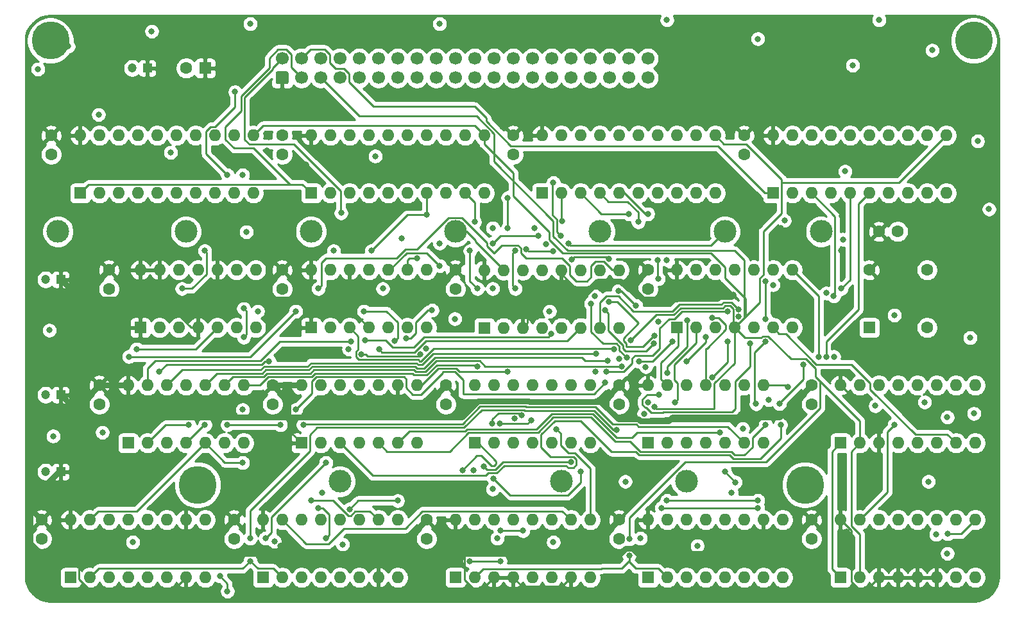
<source format=gtl>
G04 #@! TF.GenerationSoftware,KiCad,Pcbnew,(5.1.10-1-10_14)*
G04 #@! TF.CreationDate,2021-08-04T22:55:00+02:00*
G04 #@! TF.ProjectId,vga_sync,7667615f-7379-46e6-932e-6b696361645f,rev?*
G04 #@! TF.SameCoordinates,Original*
G04 #@! TF.FileFunction,Copper,L1,Top*
G04 #@! TF.FilePolarity,Positive*
%FSLAX46Y46*%
G04 Gerber Fmt 4.6, Leading zero omitted, Abs format (unit mm)*
G04 Created by KiCad (PCBNEW (5.1.10-1-10_14)) date 2021-08-04 22:55:00*
%MOMM*%
%LPD*%
G01*
G04 APERTURE LIST*
G04 #@! TA.AperFunction,ComponentPad*
%ADD10C,3.000000*%
G04 #@! TD*
G04 #@! TA.AperFunction,ComponentPad*
%ADD11C,5.000000*%
G04 #@! TD*
G04 #@! TA.AperFunction,ComponentPad*
%ADD12O,1.600000X1.600000*%
G04 #@! TD*
G04 #@! TA.AperFunction,ComponentPad*
%ADD13R,1.600000X1.600000*%
G04 #@! TD*
G04 #@! TA.AperFunction,ComponentPad*
%ADD14C,1.700000*%
G04 #@! TD*
G04 #@! TA.AperFunction,ComponentPad*
%ADD15C,1.600000*%
G04 #@! TD*
G04 #@! TA.AperFunction,ComponentPad*
%ADD16C,1.200000*%
G04 #@! TD*
G04 #@! TA.AperFunction,ComponentPad*
%ADD17R,1.200000X1.200000*%
G04 #@! TD*
G04 #@! TA.AperFunction,ViaPad*
%ADD18C,0.800000*%
G04 #@! TD*
G04 #@! TA.AperFunction,Conductor*
%ADD19C,0.750000*%
G04 #@! TD*
G04 #@! TA.AperFunction,Conductor*
%ADD20C,0.250000*%
G04 #@! TD*
G04 #@! TA.AperFunction,Conductor*
%ADD21C,0.254000*%
G04 #@! TD*
G04 #@! TA.AperFunction,Conductor*
%ADD22C,0.100000*%
G04 #@! TD*
G04 APERTURE END LIST*
D10*
X113055400Y-97129600D03*
D11*
X211658200Y-130606800D03*
X131495800Y-130606800D03*
X233908600Y-71907400D03*
X112064800Y-71907400D03*
D12*
X169316400Y-102235000D03*
X187096400Y-109855000D03*
X171856400Y-102235000D03*
X184556400Y-109855000D03*
X174396400Y-102235000D03*
X182016400Y-109855000D03*
X176936400Y-102235000D03*
X179476400Y-109855000D03*
X179476400Y-102235000D03*
X176936400Y-109855000D03*
X182016400Y-102235000D03*
X174396400Y-109855000D03*
X184556400Y-102235000D03*
X171856400Y-109855000D03*
X187096400Y-102235000D03*
D13*
X169316400Y-109855000D03*
D12*
X145186400Y-117449600D03*
X160426400Y-125069600D03*
X147726400Y-117449600D03*
X157886400Y-125069600D03*
X150266400Y-117449600D03*
X155346400Y-125069600D03*
X152806400Y-117449600D03*
X152806400Y-125069600D03*
X155346400Y-117449600D03*
X150266400Y-125069600D03*
X157886400Y-117449600D03*
X147726400Y-125069600D03*
X160426400Y-117449600D03*
D13*
X145186400Y-125069600D03*
D14*
X190906400Y-74269600D03*
X188366400Y-74269600D03*
X185826400Y-74269600D03*
X183286400Y-74269600D03*
X180746400Y-74269600D03*
X178206400Y-74269600D03*
X175666400Y-74269600D03*
X173126400Y-74269600D03*
X170586400Y-74269600D03*
X168046400Y-74269600D03*
X165506400Y-74269600D03*
X162966400Y-74269600D03*
X160426400Y-74269600D03*
X157886400Y-74269600D03*
X155346400Y-74269600D03*
X152806400Y-74269600D03*
X150266400Y-74269600D03*
X147726400Y-74269600D03*
X145186400Y-74269600D03*
X142646400Y-74269600D03*
X190906400Y-76809600D03*
X188366400Y-76809600D03*
X185826400Y-76809600D03*
X183286400Y-76809600D03*
X180746400Y-76809600D03*
X178206400Y-76809600D03*
X175666400Y-76809600D03*
X173126400Y-76809600D03*
X170586400Y-76809600D03*
X168046400Y-76809600D03*
X165506400Y-76809600D03*
X162966400Y-76809600D03*
X160426400Y-76809600D03*
X157886400Y-76809600D03*
X155346400Y-76809600D03*
X152806400Y-76809600D03*
X150266400Y-76809600D03*
X147726400Y-76809600D03*
X145186400Y-76809600D03*
G04 #@! TA.AperFunction,ComponentPad*
G36*
G01*
X143246400Y-77659600D02*
X142046400Y-77659600D01*
G75*
G02*
X141796400Y-77409600I0J250000D01*
G01*
X141796400Y-76209600D01*
G75*
G02*
X142046400Y-75959600I250000J0D01*
G01*
X143246400Y-75959600D01*
G75*
G02*
X143496400Y-76209600I0J-250000D01*
G01*
X143496400Y-77409600D01*
G75*
G02*
X143246400Y-77659600I-250000J0D01*
G01*
G37*
G04 #@! TD.AperFunction*
D12*
X146456400Y-102209600D03*
X161696400Y-109829600D03*
X148996400Y-102209600D03*
X159156400Y-109829600D03*
X151536400Y-102209600D03*
X156616400Y-109829600D03*
X154076400Y-102209600D03*
X154076400Y-109829600D03*
X156616400Y-102209600D03*
X151536400Y-109829600D03*
X159156400Y-102209600D03*
X148996400Y-109829600D03*
X161696400Y-102209600D03*
D13*
X146456400Y-109829600D03*
D12*
X123916400Y-102209600D03*
X139156400Y-109829600D03*
X126456400Y-102209600D03*
X136616400Y-109829600D03*
X128996400Y-102209600D03*
X134076400Y-109829600D03*
X131536400Y-102209600D03*
X131536400Y-109829600D03*
X134076400Y-102209600D03*
X128996400Y-109829600D03*
X136616400Y-102209600D03*
X126456400Y-109829600D03*
X139156400Y-102209600D03*
D13*
X123916400Y-109829600D03*
D12*
X146456400Y-84429600D03*
X169316400Y-92049600D03*
X148996400Y-84429600D03*
X166776400Y-92049600D03*
X151536400Y-84429600D03*
X164236400Y-92049600D03*
X154076400Y-84429600D03*
X161696400Y-92049600D03*
X156616400Y-84429600D03*
X159156400Y-92049600D03*
X159156400Y-84429600D03*
X156616400Y-92049600D03*
X161696400Y-84429600D03*
X154076400Y-92049600D03*
X164236400Y-84429600D03*
X151536400Y-92049600D03*
X166776400Y-84429600D03*
X148996400Y-92049600D03*
X169316400Y-84429600D03*
D13*
X146456400Y-92049600D03*
D15*
X223886400Y-97129600D03*
X221386400Y-97129600D03*
X173126400Y-86929600D03*
X173126400Y-84429600D03*
X227736400Y-109829600D03*
X227736400Y-102209600D03*
X220116400Y-102209600D03*
D13*
X220116400Y-109829600D03*
D12*
X207416400Y-84429600D03*
X230276400Y-92049600D03*
X209956400Y-84429600D03*
X227736400Y-92049600D03*
X212496400Y-84429600D03*
X225196400Y-92049600D03*
X215036400Y-84429600D03*
X222656400Y-92049600D03*
X217576400Y-84429600D03*
X220116400Y-92049600D03*
X220116400Y-84429600D03*
X217576400Y-92049600D03*
X222656400Y-84429600D03*
X215036400Y-92049600D03*
X225196400Y-84429600D03*
X212496400Y-92049600D03*
X227736400Y-84429600D03*
X209956400Y-92049600D03*
X230276400Y-84429600D03*
D13*
X207416400Y-92049600D03*
D12*
X176936400Y-84429600D03*
X199796400Y-92049600D03*
X179476400Y-84429600D03*
X197256400Y-92049600D03*
X182016400Y-84429600D03*
X194716400Y-92049600D03*
X184556400Y-84429600D03*
X192176400Y-92049600D03*
X187096400Y-84429600D03*
X189636400Y-92049600D03*
X189636400Y-84429600D03*
X187096400Y-92049600D03*
X192176400Y-84429600D03*
X184556400Y-92049600D03*
X194716400Y-84429600D03*
X182016400Y-92049600D03*
X197256400Y-84429600D03*
X179476400Y-92049600D03*
X199796400Y-84429600D03*
D13*
X176936400Y-92049600D03*
D12*
X115976400Y-84429600D03*
X138836400Y-92049600D03*
X118516400Y-84429600D03*
X136296400Y-92049600D03*
X121056400Y-84429600D03*
X133756400Y-92049600D03*
X123596400Y-84429600D03*
X131216400Y-92049600D03*
X126136400Y-84429600D03*
X128676400Y-92049600D03*
X128676400Y-84429600D03*
X126136400Y-92049600D03*
X131216400Y-84429600D03*
X123596400Y-92049600D03*
X133756400Y-84429600D03*
X121056400Y-92049600D03*
X136296400Y-84429600D03*
X118516400Y-92049600D03*
X138836400Y-84429600D03*
D13*
X115976400Y-92049600D03*
D12*
X216306400Y-117449600D03*
X234086400Y-125069600D03*
X218846400Y-117449600D03*
X231546400Y-125069600D03*
X221386400Y-117449600D03*
X229006400Y-125069600D03*
X223926400Y-117449600D03*
X226466400Y-125069600D03*
X226466400Y-117449600D03*
X223926400Y-125069600D03*
X229006400Y-117449600D03*
X221386400Y-125069600D03*
X231546400Y-117449600D03*
X218846400Y-125069600D03*
X234086400Y-117449600D03*
D13*
X216306400Y-125069600D03*
D12*
X216316400Y-135229600D03*
X234096400Y-142849600D03*
X218856400Y-135229600D03*
X231556400Y-142849600D03*
X221396400Y-135229600D03*
X229016400Y-142849600D03*
X223936400Y-135229600D03*
X226476400Y-142849600D03*
X226476400Y-135229600D03*
X223936400Y-142849600D03*
X229016400Y-135229600D03*
X221396400Y-142849600D03*
X231556400Y-135229600D03*
X218856400Y-142849600D03*
X234096400Y-135229600D03*
D13*
X216316400Y-142849600D03*
D12*
X190906400Y-135229600D03*
X208686400Y-142849600D03*
X193446400Y-135229600D03*
X206146400Y-142849600D03*
X195986400Y-135229600D03*
X203606400Y-142849600D03*
X198526400Y-135229600D03*
X201066400Y-142849600D03*
X201066400Y-135229600D03*
X198526400Y-142849600D03*
X203606400Y-135229600D03*
X195986400Y-142849600D03*
X206146400Y-135229600D03*
X193446400Y-142849600D03*
X208686400Y-135229600D03*
D13*
X190906400Y-142849600D03*
D12*
X190906400Y-117449600D03*
X206146400Y-125069600D03*
X193446400Y-117449600D03*
X203606400Y-125069600D03*
X195986400Y-117449600D03*
X201066400Y-125069600D03*
X198526400Y-117449600D03*
X198526400Y-125069600D03*
X201066400Y-117449600D03*
X195986400Y-125069600D03*
X203606400Y-117449600D03*
X193446400Y-125069600D03*
X206146400Y-117449600D03*
D13*
X190906400Y-125069600D03*
D12*
X194716400Y-102209600D03*
X209956400Y-109829600D03*
X197256400Y-102209600D03*
X207416400Y-109829600D03*
X199796400Y-102209600D03*
X204876400Y-109829600D03*
X202336400Y-102209600D03*
X202336400Y-109829600D03*
X204876400Y-102209600D03*
X199796400Y-109829600D03*
X207416400Y-102209600D03*
X197256400Y-109829600D03*
X209956400Y-102209600D03*
D13*
X194716400Y-109829600D03*
D12*
X168046400Y-117449600D03*
X183286400Y-125069600D03*
X170586400Y-117449600D03*
X180746400Y-125069600D03*
X173126400Y-117449600D03*
X178206400Y-125069600D03*
X175666400Y-117449600D03*
X175666400Y-125069600D03*
X178206400Y-117449600D03*
X173126400Y-125069600D03*
X180746400Y-117449600D03*
X170586400Y-125069600D03*
X183286400Y-117449600D03*
D13*
X168046400Y-125069600D03*
D12*
X122326400Y-117449600D03*
X137566400Y-125069600D03*
X124866400Y-117449600D03*
X135026400Y-125069600D03*
X127406400Y-117449600D03*
X132486400Y-125069600D03*
X129946400Y-117449600D03*
X129946400Y-125069600D03*
X132486400Y-117449600D03*
X127406400Y-125069600D03*
X135026400Y-117449600D03*
X124866400Y-125069600D03*
X137566400Y-117449600D03*
D13*
X122326400Y-125069600D03*
D12*
X165506400Y-135229600D03*
X183286400Y-142849600D03*
X168046400Y-135229600D03*
X180746400Y-142849600D03*
X170586400Y-135229600D03*
X178206400Y-142849600D03*
X173126400Y-135229600D03*
X175666400Y-142849600D03*
X175666400Y-135229600D03*
X173126400Y-142849600D03*
X178206400Y-135229600D03*
X170586400Y-142849600D03*
X180746400Y-135229600D03*
X168046400Y-142849600D03*
X183286400Y-135229600D03*
D13*
X165506400Y-142849600D03*
D12*
X140106400Y-135229600D03*
X157886400Y-142849600D03*
X142646400Y-135229600D03*
X155346400Y-142849600D03*
X145186400Y-135229600D03*
X152806400Y-142849600D03*
X147726400Y-135229600D03*
X150266400Y-142849600D03*
X150266400Y-135229600D03*
X147726400Y-142849600D03*
X152806400Y-135229600D03*
X145186400Y-142849600D03*
X155346400Y-135229600D03*
X142646400Y-142849600D03*
X157886400Y-135229600D03*
D13*
X140106400Y-142849600D03*
D12*
X114706400Y-135229600D03*
X132486400Y-142849600D03*
X117246400Y-135229600D03*
X129946400Y-142849600D03*
X119786400Y-135229600D03*
X127406400Y-142849600D03*
X122326400Y-135229600D03*
X124866400Y-142849600D03*
X124866400Y-135229600D03*
X122326400Y-142849600D03*
X127406400Y-135229600D03*
X119786400Y-142849600D03*
X129946400Y-135229600D03*
X117246400Y-142849600D03*
X132486400Y-135229600D03*
D13*
X114706400Y-142849600D03*
D10*
X129946400Y-97129600D03*
X165506400Y-97129600D03*
X201066400Y-97129600D03*
X146456400Y-97129600D03*
X184556400Y-97129600D03*
X179476400Y-130149600D03*
X213766400Y-97129600D03*
X195986400Y-130149600D03*
X150266400Y-130149600D03*
D15*
X129986400Y-75539600D03*
D13*
X132486400Y-75539600D03*
D16*
X111436400Y-118719600D03*
D17*
X113436400Y-118719600D03*
D16*
X111436400Y-128879600D03*
D17*
X113436400Y-128879600D03*
D16*
X122866400Y-75539600D03*
D17*
X124866400Y-75539600D03*
D16*
X111436400Y-103479600D03*
D17*
X113436400Y-103479600D03*
D15*
X142646400Y-86929600D03*
X142646400Y-84429600D03*
X112166400Y-86929600D03*
X112166400Y-84429600D03*
X203606400Y-86929600D03*
X203606400Y-84429600D03*
X212496400Y-137729600D03*
X212496400Y-135229600D03*
X141376400Y-119949600D03*
X141376400Y-117449600D03*
X118516400Y-119949600D03*
X118516400Y-117449600D03*
X136296400Y-137729600D03*
X136296400Y-135229600D03*
X187096400Y-137729600D03*
X187096400Y-135229600D03*
X110896400Y-137729600D03*
X110896400Y-135229600D03*
X161696400Y-137729600D03*
X161696400Y-135229600D03*
X142646400Y-104709600D03*
X142646400Y-102209600D03*
X119786400Y-104709600D03*
X119786400Y-102209600D03*
X190906400Y-104709600D03*
X190906400Y-102209600D03*
X212496400Y-119949600D03*
X212496400Y-117449600D03*
X187096400Y-119949600D03*
X187096400Y-117449600D03*
X165506400Y-104709600D03*
X165506400Y-102209600D03*
X164236400Y-119949600D03*
X164236400Y-117449600D03*
D18*
X173329600Y-121818400D03*
X206857600Y-119354600D03*
X190627000Y-115011200D03*
X184023000Y-115646200D03*
X161620200Y-112623600D03*
X177444400Y-98780600D03*
X215442800Y-113665000D03*
X202844400Y-108331000D03*
X193426400Y-100869600D03*
X214426400Y-105269600D03*
X141626400Y-138069600D03*
X171026400Y-137669600D03*
X110426400Y-75669600D03*
X114426400Y-72669600D03*
X138426400Y-69669600D03*
X125426400Y-70669600D03*
X118426400Y-81669600D03*
X137426400Y-89669600D03*
X139426400Y-107669600D03*
X151426400Y-112669600D03*
X137426400Y-120669600D03*
X163426400Y-98669600D03*
X158426400Y-98069600D03*
X170426400Y-96669600D03*
X170426400Y-104669600D03*
X183926400Y-105669600D03*
X177926400Y-107669600D03*
X175926400Y-96669600D03*
X207426400Y-104169600D03*
X216626400Y-98169600D03*
X208926400Y-95669600D03*
X230426400Y-121669600D03*
X227426400Y-119669600D03*
X220926400Y-120169600D03*
X203426400Y-123169600D03*
X190926400Y-119669600D03*
X187926400Y-130169600D03*
X201926400Y-131669600D03*
X228926400Y-137169600D03*
X170426400Y-131169600D03*
X167926400Y-128669600D03*
X147926400Y-131669600D03*
X150626400Y-138469600D03*
X189926400Y-137669600D03*
X217926400Y-75169600D03*
X228426400Y-73169600D03*
X234426400Y-85169600D03*
X216926400Y-89169600D03*
X235926400Y-94169600D03*
X223426400Y-108169600D03*
X233426400Y-111169600D03*
X233926400Y-121169600D03*
X227926400Y-130169600D03*
X230426400Y-139669600D03*
X197426400Y-138669600D03*
X178426400Y-138169600D03*
X122926400Y-138169600D03*
X118926400Y-123669600D03*
X112426400Y-124169600D03*
X111926400Y-110169600D03*
X127926400Y-86669600D03*
X154926400Y-87169600D03*
X163426400Y-69669600D03*
X193426400Y-69169600D03*
X205426400Y-71669600D03*
X221426400Y-69169600D03*
X165426400Y-108669600D03*
X155926400Y-104669600D03*
X149426400Y-99669600D03*
X137926400Y-97169600D03*
X192252600Y-109016800D03*
X187096400Y-113919000D03*
X201078920Y-105769577D03*
X202193385Y-105496081D03*
X200095976Y-105989018D03*
X142426400Y-138669600D03*
X143426400Y-139669600D03*
X153426400Y-139669600D03*
X166426400Y-138669600D03*
X187426400Y-131669600D03*
X181426400Y-133669600D03*
X189426400Y-130669600D03*
X212426400Y-142669600D03*
X187426400Y-143669600D03*
X232426400Y-122669600D03*
X231426400Y-120669600D03*
X234426400Y-128669600D03*
X233426400Y-132669600D03*
X139306400Y-105549600D03*
X141426400Y-107669600D03*
X149011399Y-106084601D03*
X153426400Y-120669600D03*
X149426400Y-119669600D03*
X125426400Y-121669600D03*
X136426400Y-119669600D03*
X132426400Y-94669600D03*
X196426400Y-76669600D03*
X205426400Y-76669600D03*
X183426400Y-81669600D03*
X180426400Y-81669600D03*
X185426400Y-82669600D03*
X221426400Y-137669600D03*
X214426400Y-122669600D03*
X162426400Y-141669600D03*
X178791399Y-88304601D03*
X189791399Y-88304601D03*
X196791399Y-88304601D03*
X208426400Y-96669600D03*
X211331401Y-98764599D03*
X209426400Y-104669600D03*
X136361401Y-88304601D03*
X139426400Y-89669600D03*
X144426400Y-113669600D03*
X216426400Y-99669600D03*
X145791399Y-88304601D03*
X148426400Y-107669600D03*
X134426400Y-120669600D03*
X216541401Y-95054599D03*
X215926400Y-108669600D03*
X140926400Y-84669600D03*
X140666400Y-86409600D03*
X141426400Y-132669600D03*
X211150200Y-126161800D03*
X205917800Y-129921000D03*
X153136600Y-130403600D03*
X205426400Y-133669600D03*
X192721390Y-133669600D03*
X230448345Y-137079413D03*
X171426400Y-136669600D03*
X174426400Y-136669600D03*
X163426400Y-101669600D03*
X150426400Y-94669600D03*
X178860369Y-123250385D03*
X147426400Y-133669600D03*
X148426400Y-137669600D03*
X167426400Y-140669600D03*
X171426400Y-140669600D03*
X136426400Y-78669600D03*
X135426390Y-89669600D03*
X132426400Y-99669600D03*
X129426400Y-104669600D03*
X138426400Y-140669600D03*
X138426400Y-137669600D03*
X188495746Y-137772806D03*
X188439060Y-139944590D03*
X188632942Y-111515814D03*
X186426400Y-112669600D03*
X186757265Y-123338735D03*
X191744600Y-120269000D03*
X190398400Y-121208800D03*
X183413740Y-106656940D03*
X188112268Y-113820918D03*
X148426400Y-127669600D03*
X140426400Y-137669600D03*
X135426400Y-144669600D03*
X134426400Y-142669600D03*
X123426400Y-112669600D03*
X166426400Y-128669600D03*
X137426400Y-127669600D03*
X146439060Y-132656940D03*
X175513564Y-122037045D03*
X171366764Y-122507894D03*
X180746400Y-127609600D03*
X130346391Y-122669600D03*
X169294489Y-128199419D03*
X157886400Y-132689600D03*
X182016400Y-128879600D03*
X151536400Y-133809278D03*
X132452055Y-122669936D03*
X170538180Y-129744641D03*
X137566400Y-111099600D03*
X137566400Y-107289600D03*
X174250749Y-121437400D03*
X170366843Y-122494409D03*
X153095535Y-113338735D03*
X160882793Y-113369421D03*
X189636400Y-95859600D03*
X187426400Y-114944590D03*
X194151251Y-111684823D03*
X189763400Y-114274596D03*
X135426400Y-122669600D03*
X142426400Y-122669600D03*
X144426400Y-120669600D03*
X204426400Y-111896607D03*
X192381872Y-118714128D03*
X185282667Y-117119612D03*
X187013508Y-104944590D03*
X185619245Y-114219589D03*
X188394862Y-94799633D03*
X189336806Y-106915645D03*
X179601421Y-95776940D03*
X185754096Y-106394610D03*
X184095338Y-113313218D03*
X191760640Y-110901481D03*
X168046400Y-95859600D03*
X151762817Y-111640167D03*
X153603131Y-111467550D03*
X185281410Y-107529578D03*
X178180998Y-110667800D03*
X191727498Y-111900944D03*
X122426400Y-113669600D03*
X147426400Y-104669600D03*
X144426410Y-107669600D03*
X194460862Y-119667389D03*
X198526400Y-111099600D03*
X195994199Y-114262719D03*
X206426400Y-122669600D03*
X206426400Y-111669600D03*
X206426400Y-108669600D03*
X206426400Y-103669600D03*
X205189940Y-119906060D03*
X200426400Y-123669600D03*
X155426416Y-112669600D03*
X201066400Y-128879600D03*
X202433766Y-130246966D03*
X180821561Y-100864439D03*
X185749260Y-100712138D03*
X161696400Y-94939600D03*
X154426400Y-99669600D03*
X153426400Y-107669600D03*
X157470929Y-111615805D03*
X162427261Y-107529591D03*
X159042564Y-111271005D03*
X172426400Y-115669600D03*
X173426400Y-104669600D03*
X173426400Y-99669600D03*
X172426400Y-96669600D03*
X172426400Y-92669600D03*
X145426400Y-122669600D03*
X126426400Y-115669600D03*
X140929647Y-114249556D03*
X192176400Y-100939600D03*
X201426400Y-111669600D03*
X199438674Y-116387004D03*
X190906400Y-94799633D03*
X192271561Y-103384439D03*
X193459132Y-115834900D03*
X196129399Y-108846893D03*
X214426400Y-113669600D03*
X209413740Y-117656940D03*
X160426400Y-100669600D03*
X178426400Y-90669600D03*
X178381870Y-99723396D03*
X179426400Y-97694920D03*
X174876412Y-99450150D03*
X216426400Y-104669600D03*
X202876403Y-107394610D03*
X185426400Y-115669600D03*
X201426400Y-107669600D03*
X215426400Y-105669600D03*
X193426400Y-132669600D03*
X205426400Y-132669600D03*
X223426400Y-122669600D03*
X180426400Y-98669600D03*
X176426400Y-97669600D03*
X170426400Y-98669600D03*
X168426400Y-104669600D03*
X167426400Y-99669600D03*
X168426400Y-114944590D03*
X199370966Y-108495804D03*
X208426400Y-122669600D03*
X208272605Y-119876135D03*
X211426400Y-114669600D03*
X213426400Y-113669600D03*
D19*
X113436400Y-103479600D02*
X116041401Y-106084601D01*
X116041401Y-105954599D02*
X119786400Y-102209600D01*
X116041401Y-106084601D02*
X116041401Y-105954599D01*
X138771399Y-106084601D02*
X139306400Y-105549600D01*
X161761401Y-105954599D02*
X165506400Y-102209600D01*
X161761401Y-106084601D02*
X161761401Y-105954599D01*
X188366400Y-104749600D02*
X190906400Y-102209600D01*
X184876400Y-119669600D02*
X187096400Y-117449600D01*
X184781398Y-119669600D02*
X184876400Y-119669600D01*
X143426400Y-119499600D02*
X143426400Y-121669600D01*
X141376400Y-117449600D02*
X143426400Y-119499600D01*
X115406400Y-120559600D02*
X115406400Y-120689600D01*
X115406400Y-120689600D02*
X113436400Y-118719600D01*
X118516400Y-117449600D02*
X115406400Y-120559600D01*
X113436400Y-128879600D02*
X113216400Y-128879600D01*
X113216400Y-128879600D02*
X109426400Y-132669600D01*
X109426400Y-138294602D02*
X110801398Y-139669600D01*
X110801398Y-139669600D02*
X115426400Y-139669600D01*
X109426400Y-133669600D02*
X109426400Y-133759600D01*
X109426400Y-132669600D02*
X109426400Y-133669600D01*
X109426400Y-133759600D02*
X110896400Y-135229600D01*
X109426400Y-133669600D02*
X109426400Y-138294602D01*
X116386400Y-121669600D02*
X115406400Y-120689600D01*
X143426400Y-121669600D02*
X125426400Y-121669600D01*
X131856400Y-139669600D02*
X136296400Y-135229600D01*
X131426400Y-139669600D02*
X131856400Y-139669600D01*
X131426400Y-139669600D02*
X143426400Y-139669600D01*
X157256400Y-139669600D02*
X161696400Y-135229600D01*
X156426400Y-139669600D02*
X157256400Y-139669600D01*
X182656400Y-139669600D02*
X182426400Y-139669600D01*
X187096400Y-135229600D02*
X182656400Y-139669600D01*
X208056400Y-139669600D02*
X212496400Y-135229600D01*
D20*
X206146400Y-137759600D02*
X208056400Y-139669600D01*
X206146400Y-135229600D02*
X206146400Y-137759600D01*
X221396400Y-142849600D02*
X219576400Y-144669600D01*
X217731399Y-136644599D02*
X216316400Y-135229600D01*
X219011398Y-144669600D02*
X217731399Y-143389601D01*
X217731399Y-143389601D02*
X217731399Y-136644599D01*
X219576400Y-144669600D02*
X219011398Y-144669600D01*
X221396400Y-142849600D02*
X229016400Y-142849600D01*
X174251401Y-143974601D02*
X173126400Y-142849600D01*
X179621399Y-143974601D02*
X174251401Y-143974601D01*
X180746400Y-142849600D02*
X179621399Y-143974601D01*
X173126400Y-142849600D02*
X170586400Y-142849600D01*
D19*
X156426400Y-139669600D02*
X166426400Y-139669600D01*
X166426400Y-139669600D02*
X182426400Y-139669600D01*
D20*
X155346400Y-140749600D02*
X156426400Y-139669600D01*
X155346400Y-142849600D02*
X155346400Y-140749600D01*
X129946400Y-139149600D02*
X129426400Y-139669600D01*
X129946400Y-135229600D02*
X129946400Y-139149600D01*
D19*
X129426400Y-139669600D02*
X131426400Y-139669600D01*
D20*
X129946400Y-142849600D02*
X128126400Y-144669600D01*
X128126400Y-144669600D02*
X117426400Y-144669600D01*
X115831401Y-140074601D02*
X115426400Y-139669600D01*
X115831401Y-143074601D02*
X115831401Y-140074601D01*
D19*
X115426400Y-139669600D02*
X129426400Y-139669600D01*
D20*
X117426400Y-144669600D02*
X115831401Y-143074601D01*
X157886400Y-120209600D02*
X156426400Y-121669600D01*
X157886400Y-117449600D02*
X157886400Y-120209600D01*
X221386400Y-122529600D02*
X216306400Y-117449600D01*
X221386400Y-125069600D02*
X221386400Y-122529600D01*
X175011399Y-109214601D02*
X174396400Y-109829600D01*
X175011399Y-106084601D02*
X175011399Y-109214601D01*
D19*
X161761401Y-106084601D02*
X175011399Y-106084601D01*
D20*
X151536400Y-104779600D02*
X152841401Y-106084601D01*
X151536400Y-102209600D02*
X151536400Y-104779600D01*
D19*
X152841401Y-106084601D02*
X161761401Y-106084601D01*
D20*
X146456400Y-109829600D02*
X146456400Y-106469602D01*
D19*
X146841401Y-106084601D02*
X149011399Y-106084601D01*
D20*
X146456400Y-106469602D02*
X146841401Y-106084601D01*
D19*
X138771399Y-106084601D02*
X146841401Y-106084601D01*
D20*
X134076400Y-102209600D02*
X134076400Y-104319600D01*
X134076400Y-104319600D02*
X135841401Y-106084601D01*
D19*
X135841401Y-106084601D02*
X138771399Y-106084601D01*
X129841401Y-106084601D02*
X135841401Y-106084601D01*
D20*
X123916400Y-109829600D02*
X123916400Y-106159600D01*
D19*
X123841401Y-106084601D02*
X129841401Y-106084601D01*
D20*
X123916400Y-106159600D02*
X123841401Y-106084601D01*
D19*
X116041401Y-106084601D02*
X123841401Y-106084601D01*
D20*
X126456400Y-103340970D02*
X129200031Y-106084601D01*
X126456400Y-102209600D02*
X126456400Y-103340970D01*
X129200031Y-106084601D02*
X129841401Y-106084601D01*
X130616399Y-109829600D02*
X131536400Y-109829600D01*
X128011399Y-107224600D02*
X130616399Y-109829600D01*
X128011399Y-106084601D02*
X128011399Y-107224600D01*
X129841401Y-106084601D02*
X128011399Y-106084601D01*
X168766400Y-144669600D02*
X168201398Y-144669600D01*
X166701399Y-139944599D02*
X166426400Y-139669600D01*
X170586400Y-142849600D02*
X168766400Y-144669600D01*
X168201398Y-144669600D02*
X166701399Y-143169601D01*
X166701399Y-143169601D02*
X166701399Y-139944599D01*
D19*
X189607072Y-139669600D02*
X208056400Y-139669600D01*
X182426400Y-139669600D02*
X187271048Y-139669600D01*
X187971059Y-138969589D02*
X188907061Y-138969589D01*
X187271048Y-139669600D02*
X187971059Y-138969589D01*
X188907061Y-138969589D02*
X189607072Y-139669600D01*
X118516400Y-117449600D02*
X122326400Y-117449600D01*
X141376400Y-117449600D02*
X145186400Y-117449600D01*
D20*
X179476400Y-102209600D02*
X179476400Y-102719600D01*
X179476400Y-102719600D02*
X182396400Y-105639600D01*
X145186400Y-125069600D02*
X143426400Y-123309600D01*
X143426400Y-123309600D02*
X143426400Y-121669600D01*
D19*
X184341401Y-103694599D02*
X187311399Y-103694599D01*
X182396400Y-105639600D02*
X184341401Y-103694599D01*
X187311399Y-103694599D02*
X188366400Y-104749600D01*
X175011399Y-106084601D02*
X175456400Y-105639600D01*
X175456400Y-105639600D02*
X182396400Y-105639600D01*
X143426400Y-121669600D02*
X156426400Y-121669600D01*
D20*
X154076400Y-109829600D02*
X152701398Y-108454598D01*
X152701398Y-106224604D02*
X152841401Y-106084601D01*
D19*
X201078920Y-105769577D02*
X201919889Y-105769577D01*
X201919889Y-105769577D02*
X202193385Y-105496081D01*
X200315417Y-105769577D02*
X200095976Y-105989018D01*
X201078920Y-105769577D02*
X200315417Y-105769577D01*
X156426400Y-121669600D02*
X158426400Y-121669600D01*
X194748613Y-106084601D02*
X194844196Y-105989018D01*
X194844196Y-105989018D02*
X200095976Y-105989018D01*
X190284405Y-106084601D02*
X194748613Y-106084601D01*
X188366400Y-104749600D02*
X188949404Y-104749600D01*
X188949404Y-104749600D02*
X190284405Y-106084601D01*
X143426400Y-139669600D02*
X153426400Y-139669600D01*
X153426400Y-139669600D02*
X156426400Y-139669600D01*
X139306400Y-105549600D02*
X142646400Y-102209600D01*
X125426400Y-121669600D02*
X116386400Y-121669600D01*
D20*
X152701398Y-108444598D02*
X150341401Y-106084601D01*
X152701398Y-108454598D02*
X152701398Y-108444598D01*
D19*
X150341401Y-106084601D02*
X152841401Y-106084601D01*
X149011399Y-106084601D02*
X150341401Y-106084601D01*
X164236400Y-117449600D02*
X160016400Y-121669600D01*
X160016400Y-121669600D02*
X158426400Y-121669600D01*
X194135155Y-121694012D02*
X208251988Y-121694012D01*
X189643810Y-121897212D02*
X189930399Y-122183801D01*
X189930399Y-122183801D02*
X193645366Y-122183801D01*
X211696401Y-118249599D02*
X212496400Y-117449600D01*
X184781398Y-119669600D02*
X187009010Y-121897212D01*
X187009010Y-121897212D02*
X189643810Y-121897212D01*
X208251988Y-121694012D02*
X211696401Y-118249599D01*
X193645366Y-122183801D02*
X194135155Y-121694012D01*
X168499233Y-119532567D02*
X175140145Y-119532567D01*
X184731354Y-119619556D02*
X184781398Y-119669600D01*
X175140145Y-119532567D02*
X175227134Y-119619556D01*
X175227134Y-119619556D02*
X184731354Y-119619556D01*
X158426400Y-121669600D02*
X166362200Y-121669600D01*
X166362200Y-121669600D02*
X168499233Y-119532567D01*
D20*
X145186400Y-74269600D02*
X146361401Y-73094599D01*
X146361401Y-73094599D02*
X148290401Y-73094599D01*
X150805409Y-75609607D02*
X151441401Y-76245599D01*
X169580011Y-82153211D02*
X169580011Y-82548213D01*
X148290401Y-73094599D02*
X148901401Y-73705599D01*
X148901401Y-73705599D02*
X148901401Y-74808191D01*
X148901401Y-74808191D02*
X149702817Y-75609607D01*
X149702817Y-75609607D02*
X150805409Y-75609607D01*
X151441401Y-77373601D02*
X154687400Y-80619600D01*
X151441401Y-76245599D02*
X151441401Y-77373601D01*
X168046400Y-80619600D02*
X169580011Y-82153211D01*
X169580011Y-82548213D02*
X172836397Y-85804599D01*
X172836397Y-85804599D02*
X200121399Y-85804599D01*
X206366400Y-92049600D02*
X207416400Y-92049600D01*
X154687400Y-80619600D02*
X168046400Y-80619600D01*
X200121399Y-85804599D02*
X206366400Y-92049600D01*
X205426400Y-133669600D02*
X192721390Y-133669600D01*
X234096400Y-135229600D02*
X232246587Y-137079413D01*
X232246587Y-137079413D02*
X230448345Y-137079413D01*
X171426400Y-136669600D02*
X174426400Y-136669600D01*
X144166403Y-85554601D02*
X138311401Y-85554601D01*
X150426400Y-94669600D02*
X150411399Y-94654599D01*
X150411399Y-91799597D02*
X144166403Y-85554601D01*
X150411399Y-94654599D02*
X150411399Y-91799597D01*
X138311401Y-85554601D02*
X137711399Y-84954599D01*
X137711399Y-84954599D02*
X137711399Y-79384601D01*
X137711399Y-79384601D02*
X141426400Y-75669600D01*
X141426400Y-75489600D02*
X142646400Y-74269600D01*
X141426400Y-75669600D02*
X141426400Y-75489600D01*
X159078399Y-99944599D02*
X156813398Y-102209600D01*
X161701399Y-99944599D02*
X159078399Y-99944599D01*
X156813398Y-102209600D02*
X156616400Y-102209600D01*
X163426400Y-101669600D02*
X161701399Y-99944599D01*
X180446386Y-126434588D02*
X179401242Y-125389444D01*
X179401242Y-125389444D02*
X179401242Y-123791258D01*
X181280801Y-126434588D02*
X180446386Y-126434588D01*
X183286400Y-135229600D02*
X183286400Y-128440187D01*
X183286400Y-128440187D02*
X181280801Y-126434588D01*
X179401242Y-123791258D02*
X178860369Y-123250385D01*
X148851401Y-137244599D02*
X148426400Y-137669600D01*
X147426400Y-133669600D02*
X147992085Y-133669600D01*
X148851401Y-134528916D02*
X148851401Y-137244599D01*
X147992085Y-133669600D02*
X148851401Y-134528916D01*
X167426400Y-140669600D02*
X171426400Y-140669600D01*
X136426400Y-78669600D02*
X136426400Y-80669600D01*
X132631399Y-86874609D02*
X135426390Y-89669600D01*
X133216399Y-83304599D02*
X132631399Y-83889599D01*
X133791401Y-83304599D02*
X133216399Y-83304599D01*
X132631399Y-83889599D02*
X132631399Y-86874609D01*
X132661401Y-102749601D02*
X132661401Y-99904601D01*
X130741402Y-104669600D02*
X132661401Y-102749601D01*
X132661401Y-99904601D02*
X132426400Y-99669600D01*
X129426400Y-104669600D02*
X130741402Y-104669600D01*
X136426400Y-80669600D02*
X133791401Y-83304599D01*
X220261399Y-117989601D02*
X220261399Y-117199597D01*
X209095814Y-110629599D02*
X208216399Y-110629599D01*
X208216399Y-110629599D02*
X207416400Y-109829600D01*
X230421399Y-123944599D02*
X226216397Y-123944599D01*
X226216397Y-123944599D02*
X220261399Y-117989601D01*
X217731402Y-114669600D02*
X213135815Y-114669600D01*
X220261399Y-117199597D02*
X217731402Y-114669600D01*
X231546400Y-125069600D02*
X230421399Y-123944599D01*
X213135815Y-114669600D02*
X209095814Y-110629599D01*
X203896403Y-85554601D02*
X200921401Y-85554601D01*
X208541401Y-90199599D02*
X203896403Y-85554601D01*
X200921401Y-85554601D02*
X199796400Y-84429600D01*
X224071399Y-90634601D02*
X230276400Y-84429600D01*
X208541401Y-90634601D02*
X224071399Y-90634601D01*
X208541401Y-90634601D02*
X208541401Y-90199599D01*
X168046400Y-83159600D02*
X140106400Y-83159600D01*
X140106400Y-83159600D02*
X138836400Y-84429600D01*
X169316400Y-84429600D02*
X168046400Y-83159600D01*
X203461401Y-108704599D02*
X202336400Y-109829600D01*
X218846400Y-122134598D02*
X218846400Y-125069600D01*
X213036401Y-116324599D02*
X218846400Y-122134598D01*
X118426400Y-141669600D02*
X117246400Y-142849600D01*
X137426400Y-141669600D02*
X118426400Y-141669600D01*
X138426400Y-140669600D02*
X137426400Y-141669600D01*
X141466400Y-141669600D02*
X142646400Y-142849600D01*
X139426400Y-141669600D02*
X141466400Y-141669600D01*
X138426400Y-140669600D02*
X139426400Y-141669600D01*
X189306400Y-141669600D02*
X192266400Y-141669600D01*
X192266400Y-141669600D02*
X193446400Y-142849600D01*
X188366400Y-140729600D02*
X189306400Y-141669600D01*
X169171401Y-141724599D02*
X168046400Y-142849600D01*
X184821402Y-141669600D02*
X184766403Y-141724599D01*
X187426400Y-141669600D02*
X184821402Y-141669600D01*
X184766403Y-141724599D02*
X169171401Y-141724599D01*
X188366400Y-140729600D02*
X187426400Y-141669600D01*
X188391887Y-137769600D02*
X188494980Y-137666507D01*
X188494980Y-137666507D02*
X188495746Y-137667273D01*
X188495746Y-137667273D02*
X188495746Y-137772806D01*
X218846400Y-125069600D02*
X217731399Y-126184601D01*
X217731399Y-136008189D02*
X218856400Y-137133190D01*
X217731399Y-126184601D02*
X217731399Y-136008189D01*
X218856400Y-137133190D02*
X218856400Y-142849600D01*
X188366400Y-140729600D02*
X188439060Y-140656940D01*
X188439060Y-140656940D02*
X188439060Y-139944590D01*
X177901388Y-98217594D02*
X179078396Y-99394602D01*
X203678406Y-111171606D02*
X205001408Y-111171606D01*
X202336400Y-109829600D02*
X203678406Y-111171606D01*
X194339979Y-108119611D02*
X192029145Y-108119611D01*
X200803407Y-107219589D02*
X195240000Y-107219589D01*
X201078398Y-106944598D02*
X200803407Y-107219589D01*
X195240000Y-107219589D02*
X194339979Y-108119611D01*
X192029145Y-108119611D02*
X188632942Y-111515814D01*
X202151402Y-107321598D02*
X201774402Y-106944598D01*
X202336400Y-109829600D02*
X202151402Y-109644602D01*
X202151402Y-109644602D02*
X202151402Y-107321598D01*
X201774402Y-106944598D02*
X201078398Y-106944598D01*
X170586400Y-87884602D02*
X170586400Y-84191012D01*
X201066400Y-103296092D02*
X201066400Y-101814598D01*
X178426400Y-97742604D02*
X178426400Y-95724602D01*
X202336400Y-109829600D02*
X203802263Y-108363737D01*
X152806400Y-81889600D02*
X147726400Y-76809600D01*
X202336400Y-99669600D02*
X180353396Y-99669600D01*
X170586400Y-84191012D02*
X168284988Y-81889600D01*
X203601413Y-100934613D02*
X202336400Y-99669600D01*
X203802263Y-108363737D02*
X203802263Y-107002193D01*
X203461401Y-108704599D02*
X203802263Y-108363737D01*
X199238938Y-99987136D02*
X179670930Y-99987136D01*
X203802263Y-108363737D02*
X203802263Y-106031955D01*
X178426400Y-95724602D02*
X170586400Y-87884602D01*
X168284988Y-81889600D02*
X152806400Y-81889600D01*
X203802263Y-107002193D02*
X203601413Y-106801343D01*
X180353396Y-99669600D02*
X178426400Y-97742604D01*
X201066400Y-101814598D02*
X199238938Y-99987136D01*
X203802263Y-106031955D02*
X201066400Y-103296092D01*
X179670930Y-99987136D02*
X177901388Y-98217594D01*
X213621401Y-120489601D02*
X206541380Y-127569622D01*
X195865376Y-127569622D02*
X188495746Y-134939252D01*
X213621401Y-116909599D02*
X213621401Y-120489601D01*
X206541380Y-127569622D02*
X195865376Y-127569622D01*
X188495746Y-134939252D02*
X188495746Y-137772806D01*
X213036401Y-116324599D02*
X213621401Y-116909599D01*
X202336400Y-109829600D02*
X203678397Y-111171597D01*
X206774402Y-110944598D02*
X209774402Y-113944598D01*
X213036401Y-115206597D02*
X213036401Y-116324599D01*
X203678397Y-111171597D02*
X205851399Y-111171597D01*
X205851399Y-111171597D02*
X206078398Y-110944598D01*
X206078398Y-110944598D02*
X206774402Y-110944598D01*
X211774402Y-113944598D02*
X213036401Y-115206597D01*
X209774402Y-113944598D02*
X211774402Y-113944598D01*
X203461401Y-108704599D02*
X205701398Y-106464602D01*
X205701398Y-103321598D02*
X206146400Y-102876596D01*
X206146400Y-102876596D02*
X206146400Y-97129600D01*
X206146400Y-97129600D02*
X208541401Y-94734599D01*
X205701398Y-106464602D02*
X205701398Y-103321598D01*
X208541401Y-94734599D02*
X208541401Y-90634601D01*
X203601413Y-108564587D02*
X202336400Y-109829600D01*
X203601413Y-106494587D02*
X203601413Y-108564587D01*
X203601413Y-106494587D02*
X203601413Y-100934613D01*
X203601413Y-106801343D02*
X203601413Y-106494587D01*
X173151402Y-89395972D02*
X169316400Y-85560970D01*
X177901388Y-97217592D02*
X173151402Y-92467606D01*
X177901388Y-98217594D02*
X177901388Y-97217592D01*
X169316400Y-85560970D02*
X169316400Y-84429600D01*
X173151402Y-92467606D02*
X173151402Y-89395972D01*
X152651816Y-110945016D02*
X152651816Y-112709450D01*
X152370533Y-112990733D02*
X152370533Y-113686737D01*
X160803408Y-114294623D02*
X160982911Y-114294623D01*
X152758340Y-114074544D02*
X160583329Y-114074544D01*
X186345016Y-112588216D02*
X186426400Y-112669600D01*
X160982911Y-114294623D02*
X162689318Y-112588216D01*
X152651816Y-112709450D02*
X152370533Y-112990733D01*
X151536400Y-109829600D02*
X152651816Y-110945016D01*
X160583329Y-114074544D02*
X160803408Y-114294623D01*
X162689318Y-112588216D02*
X186345016Y-112588216D01*
X152370533Y-113686737D02*
X152758340Y-114074544D01*
X199661424Y-120519578D02*
X199658002Y-120523000D01*
X199658002Y-120523000D02*
X191998600Y-120523000D01*
X191998600Y-120523000D02*
X191744600Y-120269000D01*
X199661424Y-117189574D02*
X199661424Y-120519578D01*
X202336400Y-109829600D02*
X202336400Y-114514598D01*
X202336400Y-114514598D02*
X199661424Y-117189574D01*
X166613599Y-123044577D02*
X168975587Y-120682589D01*
X138426400Y-137669600D02*
X138426400Y-134014602D01*
X138426400Y-134014602D02*
X146311401Y-126129601D01*
X147276423Y-123044577D02*
X166613599Y-123044577D01*
X146311401Y-126129601D02*
X146311401Y-124009599D01*
X168975587Y-120682589D02*
X174587591Y-120682589D01*
X174587591Y-120682589D02*
X174674580Y-120769578D01*
X146311401Y-124009599D02*
X147276423Y-123044577D01*
X174674580Y-120769578D02*
X183799200Y-120769578D01*
X183799200Y-120769578D02*
X186368355Y-123338735D01*
X186368355Y-123338735D02*
X186757265Y-123338735D01*
X145331399Y-90924599D02*
X143681399Y-90924599D01*
X146456400Y-92049600D02*
X145331399Y-90924599D01*
X117101401Y-90924599D02*
X143681399Y-90924599D01*
X115976400Y-92049600D02*
X117101401Y-90924599D01*
X143681399Y-90924599D02*
X138876411Y-86119611D01*
X138876411Y-86119611D02*
X136321409Y-86119611D01*
X136321409Y-86119611D02*
X135171399Y-84969601D01*
X137261388Y-79198201D02*
X140976389Y-75483200D01*
X142082399Y-73094599D02*
X143210401Y-73094599D01*
X143210401Y-73094599D02*
X143821401Y-73705599D01*
X135171399Y-84969601D02*
X135171399Y-83288191D01*
X143821401Y-73705599D02*
X143821401Y-75444601D01*
X140976389Y-74200609D02*
X142082399Y-73094599D01*
X143821401Y-75444601D02*
X145186400Y-76809600D01*
X137261388Y-81198202D02*
X137261388Y-79198201D01*
X140976389Y-75483200D02*
X140976389Y-74200609D01*
X135171399Y-83288191D02*
X137261388Y-81198202D01*
X186774401Y-111944599D02*
X187151401Y-112321599D01*
X187151401Y-112860051D02*
X188112268Y-113820918D01*
X185006397Y-111944599D02*
X186774401Y-111944599D01*
X183413740Y-110351942D02*
X185006397Y-111944599D01*
X183413740Y-106656940D02*
X183413740Y-110351942D01*
X187151401Y-112321599D02*
X187151401Y-112860051D01*
X141231401Y-134864599D02*
X141231401Y-136864599D01*
X141231401Y-136864599D02*
X140426400Y-137669600D01*
X148426400Y-127669600D02*
X141231401Y-134864599D01*
X168151401Y-98321599D02*
X166959402Y-97129600D01*
X168151401Y-98449601D02*
X168151401Y-98321599D01*
X171856400Y-102154600D02*
X168151401Y-98449601D01*
X166959402Y-97129600D02*
X165506400Y-97129600D01*
X171856400Y-102209600D02*
X171856400Y-102154600D01*
X215191399Y-141724599D02*
X215191399Y-126184601D01*
X215191399Y-126184601D02*
X216306400Y-125069600D01*
X216316400Y-142849600D02*
X215191399Y-141724599D01*
X135426400Y-143669600D02*
X134426400Y-142669600D01*
X135426400Y-144669600D02*
X135426400Y-143669600D01*
X131236400Y-112669600D02*
X134076400Y-109829600D01*
X123426400Y-112669600D02*
X131236400Y-112669600D01*
X123451401Y-134104599D02*
X132486400Y-125069600D01*
X118371401Y-134104599D02*
X123451401Y-134104599D01*
X117246400Y-135229600D02*
X118371401Y-134104599D01*
X135086400Y-127669600D02*
X137426400Y-127669600D01*
X132486400Y-125069600D02*
X135086400Y-127669600D01*
X152266399Y-134104599D02*
X151701398Y-134669600D01*
X151371402Y-134669600D02*
X149358742Y-132656940D01*
X154221399Y-134104599D02*
X152266399Y-134104599D01*
X155346400Y-135229600D02*
X154221399Y-134104599D01*
X151701398Y-134669600D02*
X151371402Y-134669600D01*
X149358742Y-132656940D02*
X146439060Y-132656940D01*
X170876409Y-127856001D02*
X170876409Y-127483199D01*
X168876409Y-126756019D02*
X170239999Y-128119609D01*
X166426400Y-128669600D02*
X168339981Y-126756019D01*
X168462810Y-125069600D02*
X168046400Y-125069600D01*
X170612801Y-128119609D02*
X170876409Y-127856001D01*
X170239999Y-128119609D02*
X170612801Y-128119609D01*
X168339981Y-126756019D02*
X168876409Y-126756019D01*
X170876409Y-127483199D02*
X168462810Y-125069600D01*
X150814403Y-136354601D02*
X158906397Y-136354601D01*
X148774402Y-138394602D02*
X150814403Y-136354601D01*
X179621399Y-134104599D02*
X180746400Y-135229600D01*
X158906397Y-136354601D02*
X161156399Y-134104599D01*
X142646400Y-135229600D02*
X145811402Y-138394602D01*
X145811402Y-138394602D02*
X148774402Y-138394602D01*
X161156399Y-134104599D02*
X179621399Y-134104599D01*
X175513564Y-122037045D02*
X175042715Y-122507894D01*
X175042715Y-122507894D02*
X171366764Y-122507894D01*
X124866400Y-125069600D02*
X127266400Y-122669600D01*
X127266400Y-122669600D02*
X130346391Y-122669600D01*
X171759221Y-127609600D02*
X170799201Y-128569620D01*
X169664690Y-128569620D02*
X169294489Y-128199419D01*
X180746400Y-127609600D02*
X171759221Y-127609600D01*
X170799201Y-128569620D02*
X169664690Y-128569620D01*
X157886400Y-132689600D02*
X152656078Y-132689600D01*
X152656078Y-132689600D02*
X151536400Y-133809278D01*
X132346064Y-122669936D02*
X132452055Y-122669936D01*
X129946400Y-125069600D02*
X132346064Y-122669936D01*
X194876253Y-109989453D02*
X194876253Y-112219747D01*
X194876253Y-112219747D02*
X192646401Y-114449599D01*
X194716400Y-109829600D02*
X194876253Y-109989453D01*
X192646401Y-114449599D02*
X192646401Y-116649601D01*
X192646401Y-116649601D02*
X193446400Y-117449600D01*
X182016400Y-130310602D02*
X180352401Y-131974601D01*
X180352401Y-131974601D02*
X172768140Y-131974601D01*
X182016400Y-128879600D02*
X182016400Y-130310602D01*
X172768140Y-131974601D02*
X170538180Y-129744641D01*
X137566400Y-111099600D02*
X137966399Y-110699601D01*
X137966399Y-110699601D02*
X137966399Y-107689599D01*
X137966399Y-107689599D02*
X137566400Y-107289600D01*
X170366843Y-121928724D02*
X170366843Y-122494409D01*
X171162967Y-121132600D02*
X170366843Y-121928724D01*
X173945949Y-121132600D02*
X171162967Y-121132600D01*
X174250749Y-121437400D02*
X173945949Y-121132600D01*
X153661220Y-113338735D02*
X153892106Y-113569621D01*
X153095535Y-113338735D02*
X153661220Y-113338735D01*
X160682593Y-113569621D02*
X160882793Y-113369421D01*
X153892106Y-113569621D02*
X160682593Y-113569621D01*
X189636400Y-95859600D02*
X189636400Y-94589600D01*
X185681401Y-93174601D02*
X184556400Y-92049600D01*
X188221401Y-93174601D02*
X185681401Y-93174601D01*
X189636400Y-94589600D02*
X188221401Y-93174601D01*
X169458395Y-114944590D02*
X187426400Y-114944590D01*
X146813599Y-115424577D02*
X160024129Y-115424577D01*
X160244208Y-115644656D02*
X161542111Y-115644656D01*
X162967179Y-114219588D02*
X168733393Y-114219588D01*
X140199989Y-116324599D02*
X140650000Y-115874588D01*
X135026400Y-117449600D02*
X136151401Y-116324599D01*
X146363588Y-115874588D02*
X146813599Y-115424577D01*
X136151401Y-116324599D02*
X140199989Y-116324599D01*
X168733393Y-114219588D02*
X169458395Y-114944590D01*
X160024129Y-115424577D02*
X160244208Y-115644656D01*
X140650000Y-115874588D02*
X146363588Y-115874588D01*
X161542111Y-115644656D02*
X162967179Y-114219588D01*
X194151251Y-111684823D02*
X191561478Y-114274596D01*
X191561478Y-114274596D02*
X189763400Y-114274596D01*
X135426400Y-122669600D02*
X142426400Y-122669600D01*
X147186400Y-116324599D02*
X146601399Y-116909599D01*
X146601399Y-118494601D02*
X144426400Y-120669600D01*
X146601399Y-116909599D02*
X146601399Y-118494601D01*
X185282667Y-117119612D02*
X183827678Y-118574601D01*
X165426400Y-115669600D02*
X163871402Y-115669600D01*
X166521399Y-118574601D02*
X166521399Y-116764599D01*
X166521399Y-116764599D02*
X165426400Y-115669600D01*
X183827678Y-118574601D02*
X166521399Y-118574601D01*
X158716399Y-116324599D02*
X147186400Y-116324599D01*
X159011401Y-116619601D02*
X158716399Y-116324599D01*
X159011401Y-117799603D02*
X159011401Y-116619601D01*
X159886399Y-118674601D02*
X159011401Y-117799603D01*
X160966401Y-118674601D02*
X159886399Y-118674601D01*
X163871402Y-115769600D02*
X160966401Y-118674601D01*
X163871402Y-115669600D02*
X163871402Y-115769600D01*
X192905400Y-121044802D02*
X191345798Y-121044802D01*
X192956201Y-120994001D02*
X192905400Y-121044802D01*
X190695597Y-120394601D02*
X190578399Y-120394601D01*
X202016999Y-120994001D02*
X192956201Y-120994001D01*
X202481399Y-120529601D02*
X202016999Y-120994001D01*
X202481399Y-116909599D02*
X202481399Y-120529601D01*
X204426400Y-111896607D02*
X204426400Y-114964598D01*
X204426400Y-114964598D02*
X202481399Y-116909599D01*
X191345798Y-121044802D02*
X190695597Y-120394601D01*
X190201399Y-119321599D02*
X190808870Y-118714128D01*
X190201399Y-120017601D02*
X190201399Y-119321599D01*
X190578399Y-120394601D02*
X190201399Y-120017601D01*
X190808870Y-118714128D02*
X192381872Y-118714128D01*
X184766433Y-94799633D02*
X188394862Y-94799633D01*
X182016400Y-92049600D02*
X184766433Y-94799633D01*
X134061412Y-115874588D02*
X140013588Y-115874588D01*
X140463600Y-115424577D02*
X146177189Y-115424577D01*
X160210529Y-114974566D02*
X160430608Y-115194645D01*
X140013588Y-115874588D02*
X140463600Y-115424577D01*
X146177189Y-115424577D02*
X146627199Y-114974566D01*
X146627199Y-114974566D02*
X160210529Y-114974566D01*
X132486400Y-117449600D02*
X134061412Y-115874588D01*
X160430608Y-115194645D02*
X161355711Y-115194645D01*
X161355711Y-115194645D02*
X162780776Y-113769580D01*
X182617000Y-114219589D02*
X185619245Y-114219589D01*
X162780776Y-113769580D02*
X182166991Y-113769580D01*
X182166991Y-113769580D02*
X182617000Y-114219589D01*
X187365751Y-104944590D02*
X187013508Y-104944590D01*
X189336806Y-106915645D02*
X187365751Y-104944590D01*
X179476400Y-92049600D02*
X179476400Y-95651919D01*
X179476400Y-95651919D02*
X179601421Y-95776940D01*
X160617008Y-114744634D02*
X161169311Y-114744634D01*
X139827188Y-115424577D02*
X140277200Y-114974566D01*
X145990788Y-114974566D02*
X146440799Y-114524555D01*
X160396929Y-114524555D02*
X160617008Y-114744634D01*
X127406400Y-117449600D02*
X129431423Y-115424577D01*
X140277200Y-114974566D02*
X145990788Y-114974566D01*
X161169311Y-114744634D02*
X162600727Y-113313218D01*
X129431423Y-115424577D02*
X139827188Y-115424577D01*
X146440799Y-114524555D02*
X160396929Y-114524555D01*
X162600727Y-113313218D02*
X184095338Y-113313218D01*
X187701398Y-111208206D02*
X187701398Y-111598775D01*
X190219654Y-112367626D02*
X191685799Y-110901481D01*
X191685799Y-110901481D02*
X191760640Y-110901481D01*
X185754096Y-106394610D02*
X186887802Y-106394610D01*
X188051423Y-111948799D02*
X188051423Y-112367626D01*
X188051423Y-112367626D02*
X190219654Y-112367626D01*
X189701398Y-109208206D02*
X187701398Y-111208206D01*
X186887802Y-106394610D02*
X189701398Y-109208206D01*
X187701398Y-111598775D02*
X188051423Y-111948799D01*
X168046400Y-93319600D02*
X166776400Y-92049600D01*
X168046400Y-95859600D02*
X168046400Y-93319600D01*
X124866400Y-117449600D02*
X124866400Y-115229600D01*
X142338776Y-111640167D02*
X151762817Y-111640167D01*
X124866400Y-115229600D02*
X125876411Y-114219589D01*
X139759354Y-114219589D02*
X142338776Y-111640167D01*
X125876411Y-114219589D02*
X139759354Y-114219589D01*
X153603131Y-111467550D02*
X156297352Y-111467550D01*
X157224402Y-112394600D02*
X160064990Y-112394600D01*
X160064990Y-112394600D02*
X161391791Y-111067799D01*
X156297352Y-111467550D02*
X157224402Y-112394600D01*
X177780999Y-111067799D02*
X178180998Y-110667800D01*
X161391791Y-111067799D02*
X177780999Y-111067799D01*
X190717553Y-112910889D02*
X191727498Y-111900944D01*
X185681409Y-107929577D02*
X185681409Y-110215196D01*
X185681409Y-110215196D02*
X187601412Y-112135199D01*
X187601412Y-112135199D02*
X187601412Y-112554026D01*
X187958274Y-112910889D02*
X190717553Y-112910889D01*
X187601412Y-112554026D02*
X187958274Y-112910889D01*
X185281410Y-107529578D02*
X185681409Y-107929577D01*
X122426400Y-113669600D02*
X138426410Y-113669600D01*
X138426410Y-113669600D02*
X144426410Y-107669600D01*
X181426400Y-103669600D02*
X180601401Y-102844601D01*
X187096400Y-102209600D02*
X186221402Y-102209600D01*
X183431399Y-103107566D02*
X182869365Y-103669600D01*
X183431399Y-101669599D02*
X183431399Y-103107566D01*
X180601401Y-102844601D02*
X180601401Y-101669599D01*
X185096401Y-101084599D02*
X184016399Y-101084599D01*
X184016399Y-101084599D02*
X183431399Y-101669599D01*
X169701398Y-98623596D02*
X166382401Y-95304599D01*
X171628394Y-98944598D02*
X170628394Y-99944598D01*
X174151402Y-99321598D02*
X173774402Y-98944598D01*
X179601402Y-100669600D02*
X174803400Y-100669600D01*
X170628394Y-99944598D02*
X169701398Y-99017602D01*
X186221402Y-102209600D02*
X185096401Y-101084599D01*
X169701398Y-99017602D02*
X169701398Y-98623596D01*
X164630399Y-95304599D02*
X160440410Y-99494588D01*
X147826399Y-101269601D02*
X147826399Y-104269601D01*
X173774402Y-98944598D02*
X171628394Y-98944598D01*
X147826399Y-104269601D02*
X147426400Y-104669600D01*
X180601401Y-101669599D02*
X179601402Y-100669600D01*
X174803400Y-100669600D02*
X174151402Y-100017602D01*
X158891999Y-99494588D02*
X157716987Y-100669600D01*
X174151402Y-100017602D02*
X174151402Y-99321598D01*
X182869365Y-103669600D02*
X181426400Y-103669600D01*
X166382401Y-95304599D02*
X164630399Y-95304599D01*
X157716987Y-100669600D02*
X148426400Y-100669600D01*
X160440410Y-99494588D02*
X158891999Y-99494588D01*
X148426400Y-100669600D02*
X147826399Y-101269601D01*
X194426400Y-116731597D02*
X194860861Y-117166058D01*
X197256400Y-111839600D02*
X194426400Y-114669600D01*
X194426400Y-114669600D02*
X194426400Y-116731597D01*
X194860861Y-117166058D02*
X194860861Y-119267390D01*
X194860861Y-119267390D02*
X194460862Y-119667389D01*
X197256400Y-109829600D02*
X197256400Y-111839600D01*
X198526400Y-111730518D02*
X195994199Y-114262719D01*
X198526400Y-111099600D02*
X198526400Y-111730518D01*
X206426400Y-108669600D02*
X206426400Y-103669600D01*
X206426400Y-111669600D02*
X205021399Y-113074601D01*
X205021399Y-113074601D02*
X205021399Y-119737519D01*
X205021399Y-119737519D02*
X205189940Y-119906060D01*
X204731401Y-124364599D02*
X206426400Y-122669600D01*
X188601412Y-124844612D02*
X189951401Y-126194601D01*
X203671402Y-126669600D02*
X204731401Y-125609601D01*
X202371398Y-126669600D02*
X203671402Y-126669600D01*
X170832362Y-123682907D02*
X176413093Y-123682907D01*
X156471401Y-126194601D02*
X164736397Y-126194601D01*
X167261399Y-123669600D02*
X170819055Y-123669600D01*
X201896399Y-126194601D02*
X202371398Y-126669600D01*
X155346400Y-125069600D02*
X156471401Y-126194601D01*
X170819055Y-123669600D02*
X170832362Y-123682907D01*
X183426401Y-121669600D02*
X186601411Y-124844612D01*
X164736397Y-126194601D02*
X167261399Y-123669600D01*
X178426400Y-121669600D02*
X183426401Y-121669600D01*
X186601411Y-124844612D02*
X188601412Y-124844612D01*
X176413093Y-123682907D02*
X178426400Y-121669600D01*
X189951401Y-126194601D02*
X201896399Y-126194601D01*
X204731401Y-125609601D02*
X204731401Y-124364599D01*
X183612800Y-121219589D02*
X178240000Y-121219589D01*
X167074998Y-123219589D02*
X166800000Y-123494588D01*
X186787811Y-124394601D02*
X183612800Y-121219589D01*
X171018762Y-123232896D02*
X171005455Y-123219589D01*
X200426400Y-123669600D02*
X189499402Y-123669600D01*
X171005455Y-123219589D02*
X167074998Y-123219589D01*
X178240000Y-121219589D02*
X176226693Y-123232896D01*
X176226693Y-123232896D02*
X171018762Y-123232896D01*
X166800000Y-123494588D02*
X159461412Y-123494588D01*
X159461412Y-123494588D02*
X157886400Y-125069600D01*
X189499402Y-123669600D02*
X188774401Y-124394601D01*
X188774401Y-124394601D02*
X186787811Y-124394601D01*
X155826415Y-113069599D02*
X155426416Y-112669600D01*
X160109611Y-113069599D02*
X155826415Y-113069599D01*
X180291810Y-111554190D02*
X161625020Y-111554190D01*
X161625020Y-111554190D02*
X160109611Y-113069599D01*
X182016400Y-109829600D02*
X180291810Y-111554190D01*
X201066400Y-128879600D02*
X202433766Y-130246966D01*
X181221560Y-100464440D02*
X185501562Y-100464440D01*
X185501562Y-100464440D02*
X185749260Y-100712138D01*
X180821561Y-100864439D02*
X181221560Y-100464440D01*
X161696400Y-92049600D02*
X161696400Y-94939600D01*
X159156400Y-94939600D02*
X154426400Y-99669600D01*
X161696400Y-94939600D02*
X159156400Y-94939600D01*
X156426400Y-107669600D02*
X157870928Y-109114128D01*
X153426400Y-107669600D02*
X156426400Y-107669600D01*
X157870928Y-111215806D02*
X157470929Y-111615805D01*
X157870928Y-109114128D02*
X157870928Y-111215806D01*
X159608249Y-111271005D02*
X159042564Y-111271005D01*
X161861576Y-107529591D02*
X160281401Y-109109766D01*
X162427261Y-107529591D02*
X161861576Y-107529591D01*
X160281401Y-109109766D02*
X160281401Y-110597853D01*
X160281401Y-110597853D02*
X159608249Y-111271005D01*
X173026401Y-100069599D02*
X173426400Y-99669600D01*
X173426400Y-104669600D02*
X173026401Y-104269601D01*
X173026401Y-104269601D02*
X173026401Y-100069599D01*
X172426400Y-96669600D02*
X172426400Y-92669600D01*
X160426400Y-117449600D02*
X161009989Y-117449600D01*
X163240000Y-115219589D02*
X165612800Y-115219589D01*
X161009989Y-117449600D02*
X163240000Y-115219589D01*
X165612800Y-115219589D02*
X166062810Y-115669600D01*
X166062810Y-115669600D02*
X172426400Y-115669600D01*
X140365798Y-114249556D02*
X140929647Y-114249556D01*
X139945754Y-114669600D02*
X140365798Y-114249556D01*
X126426400Y-115669600D02*
X127426400Y-114669600D01*
X127426400Y-114669600D02*
X139945754Y-114669600D01*
X145501434Y-122594566D02*
X145426400Y-122669600D01*
X201420612Y-122883812D02*
X189640445Y-122883812D01*
X186279766Y-122613733D02*
X183985600Y-120319567D01*
X166427200Y-122594566D02*
X145501434Y-122594566D01*
X203606400Y-125069600D02*
X201420612Y-122883812D01*
X174860980Y-120319567D02*
X174773991Y-120232578D01*
X168789188Y-120232578D02*
X166427200Y-122594566D01*
X189640445Y-122883812D02*
X189370366Y-122613733D01*
X174773991Y-120232578D02*
X168789188Y-120232578D01*
X183985600Y-120319567D02*
X174860980Y-120319567D01*
X189370366Y-122613733D02*
X186279766Y-122613733D01*
X201426400Y-111669600D02*
X201426400Y-114399278D01*
X201426400Y-114399278D02*
X199438674Y-116387004D01*
X187800715Y-92049600D02*
X190550748Y-94799633D01*
X187096400Y-92049600D02*
X187800715Y-92049600D01*
X190550748Y-94799633D02*
X190906400Y-94799633D01*
X192176400Y-100939600D02*
X192176400Y-103289278D01*
X192176400Y-103289278D02*
X192271561Y-103384439D01*
X196129399Y-112330191D02*
X196129399Y-108846893D01*
X193459132Y-115000458D02*
X196129399Y-112330191D01*
X193459132Y-115834900D02*
X193459132Y-115000458D01*
X214426400Y-113669600D02*
X214426400Y-111669600D01*
X218701401Y-93464599D02*
X220116400Y-92049600D01*
X218701401Y-107394599D02*
X218701401Y-93464599D01*
X214426400Y-111669600D02*
X218701401Y-107394599D01*
X209206400Y-117449600D02*
X209413740Y-117656940D01*
X206146400Y-117449600D02*
X209206400Y-117449600D01*
X159156400Y-102209600D02*
X159156400Y-100939600D01*
X159156400Y-100939600D02*
X159426400Y-100669600D01*
X159426400Y-100669600D02*
X160426400Y-100669600D01*
X178426400Y-90669600D02*
X178351399Y-90744601D01*
X178351399Y-90744601D02*
X178351399Y-94958188D01*
X178351399Y-94958188D02*
X178876411Y-95483200D01*
X178876411Y-95483200D02*
X178876411Y-97144931D01*
X178876411Y-97144931D02*
X179426400Y-97694920D01*
X178381870Y-99723396D02*
X175149658Y-99723396D01*
X175149658Y-99723396D02*
X174876412Y-99450150D01*
X217576400Y-103519600D02*
X217576400Y-92049600D01*
X216426400Y-104669600D02*
X217576400Y-103519600D01*
X201976380Y-106494587D02*
X202876403Y-107394610D01*
X184556400Y-109829600D02*
X184556400Y-106539600D01*
X184556400Y-106539600D02*
X185426400Y-105669600D01*
X185426400Y-105669600D02*
X187017759Y-105669600D01*
X200617007Y-106769578D02*
X200891998Y-106494587D01*
X187017759Y-105669600D02*
X189017759Y-107669600D01*
X195053600Y-106769578D02*
X200617007Y-106769578D01*
X189017759Y-107669600D02*
X194153578Y-107669600D01*
X194153578Y-107669600D02*
X195053600Y-106769578D01*
X200891998Y-106494587D02*
X201976380Y-106494587D01*
X215591401Y-95144601D02*
X212496400Y-92049600D01*
X215591401Y-105504599D02*
X215591401Y-95144601D01*
X215426400Y-105669600D02*
X215591401Y-105504599D01*
X195426400Y-107669600D02*
X201426400Y-107669600D01*
X192485642Y-112562118D02*
X192485642Y-109875356D01*
X188835198Y-114561598D02*
X188835198Y-113875798D01*
X192485642Y-109875356D02*
X193691398Y-108669600D01*
X189212198Y-113498798D02*
X191548962Y-113498798D01*
X191548962Y-113498798D02*
X192485642Y-112562118D01*
X188835198Y-113875798D02*
X189212198Y-113498798D01*
X185426400Y-115669600D02*
X187727196Y-115669600D01*
X194426400Y-108669600D02*
X195426400Y-107669600D01*
X187727196Y-115669600D02*
X188835198Y-114561598D01*
X193691398Y-108669600D02*
X194426400Y-108669600D01*
X193426400Y-132669600D02*
X205426400Y-132669600D01*
X222511401Y-123584599D02*
X223426400Y-122669600D01*
X222511401Y-131574599D02*
X222511401Y-123584599D01*
X218856400Y-135229600D02*
X222511401Y-131574599D01*
X180711401Y-98954601D02*
X180426400Y-98669600D01*
X201066400Y-97129600D02*
X199241399Y-98954601D01*
X199241399Y-98954601D02*
X180711401Y-98954601D01*
X171426400Y-97669600D02*
X170426400Y-98669600D01*
X176426400Y-97669600D02*
X171426400Y-97669600D01*
X168426400Y-104669600D02*
X167426400Y-103669600D01*
X167426400Y-103669600D02*
X167426400Y-99669600D01*
X146999999Y-115874588D02*
X159837729Y-115874588D01*
X139711398Y-117449600D02*
X140836400Y-116324599D01*
X146549989Y-116324599D02*
X146999999Y-115874588D01*
X159837729Y-115874588D02*
X160057808Y-116094667D01*
X160057808Y-116094667D02*
X161728511Y-116094667D01*
X163053600Y-114769578D02*
X168251388Y-114769578D01*
X140836400Y-116324599D02*
X146549989Y-116324599D01*
X137566400Y-117449600D02*
X139711398Y-117449600D01*
X161728511Y-116094667D02*
X163053600Y-114769578D01*
X168251388Y-114769578D02*
X168426400Y-114944590D01*
X198526400Y-117449600D02*
X198526400Y-112569600D01*
X198721402Y-112569600D02*
X201211399Y-110079603D01*
X201211399Y-110079603D02*
X201211399Y-109454599D01*
X198526400Y-112569600D02*
X198721402Y-112569600D01*
X200252604Y-108495804D02*
X199370966Y-108495804D01*
X201211399Y-109454599D02*
X200252604Y-108495804D01*
X208272605Y-119823395D02*
X208272605Y-119876135D01*
X211426400Y-116669600D02*
X211426400Y-114669600D01*
X208272605Y-119823395D02*
X211426400Y-116669600D01*
X213426400Y-105679600D02*
X209956400Y-102209600D01*
X213426400Y-113669600D02*
X213426400Y-105679600D01*
X182001413Y-122119611D02*
X186076403Y-126194601D01*
X202184998Y-127119611D02*
X205761391Y-127119611D01*
X154591401Y-129394601D02*
X169492229Y-129394601D01*
X180123409Y-128059611D02*
X180398399Y-128334601D01*
X189314991Y-126194601D02*
X189765001Y-126644612D01*
X178612800Y-122119611D02*
X182001413Y-122119611D01*
X150266400Y-125069600D02*
X154591401Y-129394601D01*
X169492229Y-129394601D02*
X169867199Y-129019631D01*
X181471401Y-127957601D02*
X181471401Y-127261599D01*
X169867199Y-129019631D02*
X170985601Y-129019631D01*
X181094401Y-126884599D02*
X178066399Y-126884599D01*
X181094401Y-128334601D02*
X181471401Y-127957601D01*
X176791401Y-125609601D02*
X176791401Y-123941010D01*
X170985601Y-129019631D02*
X171945621Y-128059611D01*
X171945621Y-128059611D02*
X180123409Y-128059611D01*
X180398399Y-128334601D02*
X181094401Y-128334601D01*
X178066399Y-126884599D02*
X176791401Y-125609601D01*
X176791401Y-123941010D02*
X178612800Y-122119611D01*
X181471401Y-127261599D02*
X181094401Y-126884599D01*
X186076403Y-126194601D02*
X189314991Y-126194601D01*
X201710000Y-126644612D02*
X202184998Y-127119611D01*
X189765001Y-126644612D02*
X201710000Y-126644612D01*
X208426400Y-124454602D02*
X208426400Y-122669600D01*
X205761391Y-127119611D02*
X208426400Y-124454602D01*
D21*
X192509195Y-68679344D02*
X192431174Y-68867702D01*
X192391400Y-69067661D01*
X192391400Y-69271539D01*
X192431174Y-69471498D01*
X192509195Y-69659856D01*
X192622463Y-69829374D01*
X192766626Y-69973537D01*
X192936144Y-70086805D01*
X193124502Y-70164826D01*
X193324461Y-70204600D01*
X193528339Y-70204600D01*
X193728298Y-70164826D01*
X193916656Y-70086805D01*
X194086174Y-69973537D01*
X194230337Y-69829374D01*
X194343605Y-69659856D01*
X194421626Y-69471498D01*
X194461400Y-69271539D01*
X194461400Y-69067661D01*
X194421626Y-68867702D01*
X194343605Y-68679344D01*
X194276958Y-68579600D01*
X220575842Y-68579600D01*
X220509195Y-68679344D01*
X220431174Y-68867702D01*
X220391400Y-69067661D01*
X220391400Y-69271539D01*
X220431174Y-69471498D01*
X220509195Y-69659856D01*
X220622463Y-69829374D01*
X220766626Y-69973537D01*
X220936144Y-70086805D01*
X221124502Y-70164826D01*
X221324461Y-70204600D01*
X221528339Y-70204600D01*
X221728298Y-70164826D01*
X221916656Y-70086805D01*
X222086174Y-69973537D01*
X222230337Y-69829374D01*
X222343605Y-69659856D01*
X222421626Y-69471498D01*
X222461400Y-69271539D01*
X222461400Y-69067661D01*
X222421626Y-68867702D01*
X222343605Y-68679344D01*
X222276958Y-68579600D01*
X233901722Y-68579600D01*
X234574823Y-68645598D01*
X235191239Y-68831705D01*
X235759770Y-69133997D01*
X236258754Y-69540958D01*
X236669187Y-70037088D01*
X236975443Y-70603494D01*
X237165850Y-71218600D01*
X237236400Y-71889853D01*
X237236401Y-142664911D01*
X237170402Y-143338023D01*
X236984295Y-143954439D01*
X236682000Y-144522973D01*
X236275043Y-145021951D01*
X235778912Y-145432387D01*
X235212504Y-145738644D01*
X234597401Y-145929050D01*
X233926156Y-145999600D01*
X112097079Y-145999600D01*
X111423977Y-145933602D01*
X110807561Y-145747495D01*
X110239027Y-145445200D01*
X109740049Y-145038243D01*
X109329613Y-144542112D01*
X109023356Y-143975704D01*
X108832950Y-143360601D01*
X108762400Y-142689356D01*
X108762400Y-142049600D01*
X113268328Y-142049600D01*
X113268328Y-143649600D01*
X113280588Y-143774082D01*
X113316898Y-143893780D01*
X113375863Y-144004094D01*
X113455215Y-144100785D01*
X113551906Y-144180137D01*
X113662220Y-144239102D01*
X113781918Y-144275412D01*
X113906400Y-144287672D01*
X115506400Y-144287672D01*
X115630882Y-144275412D01*
X115750580Y-144239102D01*
X115860894Y-144180137D01*
X115957585Y-144100785D01*
X116036937Y-144004094D01*
X116095902Y-143893780D01*
X116132212Y-143774082D01*
X116133043Y-143765639D01*
X116331641Y-143964237D01*
X116566673Y-144121280D01*
X116827826Y-144229453D01*
X117105065Y-144284600D01*
X117387735Y-144284600D01*
X117664974Y-144229453D01*
X117926127Y-144121280D01*
X118161159Y-143964237D01*
X118361037Y-143764359D01*
X118516400Y-143531841D01*
X118671763Y-143764359D01*
X118871641Y-143964237D01*
X119106673Y-144121280D01*
X119367826Y-144229453D01*
X119645065Y-144284600D01*
X119927735Y-144284600D01*
X120204974Y-144229453D01*
X120466127Y-144121280D01*
X120701159Y-143964237D01*
X120901037Y-143764359D01*
X121056400Y-143531841D01*
X121211763Y-143764359D01*
X121411641Y-143964237D01*
X121646673Y-144121280D01*
X121907826Y-144229453D01*
X122185065Y-144284600D01*
X122467735Y-144284600D01*
X122744974Y-144229453D01*
X123006127Y-144121280D01*
X123241159Y-143964237D01*
X123441037Y-143764359D01*
X123596400Y-143531841D01*
X123751763Y-143764359D01*
X123951641Y-143964237D01*
X124186673Y-144121280D01*
X124447826Y-144229453D01*
X124725065Y-144284600D01*
X125007735Y-144284600D01*
X125284974Y-144229453D01*
X125546127Y-144121280D01*
X125781159Y-143964237D01*
X125981037Y-143764359D01*
X126136400Y-143531841D01*
X126291763Y-143764359D01*
X126491641Y-143964237D01*
X126726673Y-144121280D01*
X126987826Y-144229453D01*
X127265065Y-144284600D01*
X127547735Y-144284600D01*
X127824974Y-144229453D01*
X128086127Y-144121280D01*
X128321159Y-143964237D01*
X128521037Y-143764359D01*
X128678080Y-143529327D01*
X128682467Y-143518735D01*
X128794015Y-143704731D01*
X128982986Y-143913119D01*
X129208980Y-144080637D01*
X129463313Y-144200846D01*
X129597361Y-144241504D01*
X129819400Y-144119515D01*
X129819400Y-142976600D01*
X129799400Y-142976600D01*
X129799400Y-142722600D01*
X129819400Y-142722600D01*
X129819400Y-142702600D01*
X130073400Y-142702600D01*
X130073400Y-142722600D01*
X130093400Y-142722600D01*
X130093400Y-142976600D01*
X130073400Y-142976600D01*
X130073400Y-144119515D01*
X130295439Y-144241504D01*
X130429487Y-144200846D01*
X130683820Y-144080637D01*
X130909814Y-143913119D01*
X131098785Y-143704731D01*
X131210333Y-143518735D01*
X131214720Y-143529327D01*
X131371763Y-143764359D01*
X131571641Y-143964237D01*
X131806673Y-144121280D01*
X132067826Y-144229453D01*
X132345065Y-144284600D01*
X132627735Y-144284600D01*
X132904974Y-144229453D01*
X133166127Y-144121280D01*
X133401159Y-143964237D01*
X133601037Y-143764359D01*
X133758080Y-143529327D01*
X133778032Y-143481158D01*
X133936144Y-143586805D01*
X134124502Y-143664826D01*
X134324461Y-143704600D01*
X134386599Y-143704600D01*
X134657144Y-143975145D01*
X134622463Y-144009826D01*
X134509195Y-144179344D01*
X134431174Y-144367702D01*
X134391400Y-144567661D01*
X134391400Y-144771539D01*
X134431174Y-144971498D01*
X134509195Y-145159856D01*
X134622463Y-145329374D01*
X134766626Y-145473537D01*
X134936144Y-145586805D01*
X135124502Y-145664826D01*
X135324461Y-145704600D01*
X135528339Y-145704600D01*
X135728298Y-145664826D01*
X135916656Y-145586805D01*
X136086174Y-145473537D01*
X136230337Y-145329374D01*
X136343605Y-145159856D01*
X136421626Y-144971498D01*
X136461400Y-144771539D01*
X136461400Y-144567661D01*
X136421626Y-144367702D01*
X136343605Y-144179344D01*
X136230337Y-144009826D01*
X136186400Y-143965889D01*
X136186400Y-143706933D01*
X136190077Y-143669600D01*
X136178285Y-143549870D01*
X136175403Y-143520614D01*
X136131946Y-143377353D01*
X136061374Y-143245324D01*
X135966401Y-143129599D01*
X135937403Y-143105801D01*
X135461400Y-142629799D01*
X135461400Y-142567661D01*
X135433938Y-142429600D01*
X137389078Y-142429600D01*
X137426400Y-142433276D01*
X137463722Y-142429600D01*
X137463733Y-142429600D01*
X137575386Y-142418603D01*
X137718647Y-142375146D01*
X137850676Y-142304574D01*
X137966401Y-142209601D01*
X137990204Y-142180598D01*
X138426400Y-141744402D01*
X138674001Y-141992002D01*
X138668328Y-142049600D01*
X138668328Y-143649600D01*
X138680588Y-143774082D01*
X138716898Y-143893780D01*
X138775863Y-144004094D01*
X138855215Y-144100785D01*
X138951906Y-144180137D01*
X139062220Y-144239102D01*
X139181918Y-144275412D01*
X139306400Y-144287672D01*
X140906400Y-144287672D01*
X141030882Y-144275412D01*
X141150580Y-144239102D01*
X141260894Y-144180137D01*
X141357585Y-144100785D01*
X141436937Y-144004094D01*
X141495902Y-143893780D01*
X141532212Y-143774082D01*
X141533043Y-143765639D01*
X141731641Y-143964237D01*
X141966673Y-144121280D01*
X142227826Y-144229453D01*
X142505065Y-144284600D01*
X142787735Y-144284600D01*
X143064974Y-144229453D01*
X143326127Y-144121280D01*
X143561159Y-143964237D01*
X143761037Y-143764359D01*
X143916400Y-143531841D01*
X144071763Y-143764359D01*
X144271641Y-143964237D01*
X144506673Y-144121280D01*
X144767826Y-144229453D01*
X145045065Y-144284600D01*
X145327735Y-144284600D01*
X145604974Y-144229453D01*
X145866127Y-144121280D01*
X146101159Y-143964237D01*
X146301037Y-143764359D01*
X146456400Y-143531841D01*
X146611763Y-143764359D01*
X146811641Y-143964237D01*
X147046673Y-144121280D01*
X147307826Y-144229453D01*
X147585065Y-144284600D01*
X147867735Y-144284600D01*
X148144974Y-144229453D01*
X148406127Y-144121280D01*
X148641159Y-143964237D01*
X148841037Y-143764359D01*
X148996400Y-143531841D01*
X149151763Y-143764359D01*
X149351641Y-143964237D01*
X149586673Y-144121280D01*
X149847826Y-144229453D01*
X150125065Y-144284600D01*
X150407735Y-144284600D01*
X150684974Y-144229453D01*
X150946127Y-144121280D01*
X151181159Y-143964237D01*
X151381037Y-143764359D01*
X151536400Y-143531841D01*
X151691763Y-143764359D01*
X151891641Y-143964237D01*
X152126673Y-144121280D01*
X152387826Y-144229453D01*
X152665065Y-144284600D01*
X152947735Y-144284600D01*
X153224974Y-144229453D01*
X153486127Y-144121280D01*
X153721159Y-143964237D01*
X153921037Y-143764359D01*
X154078080Y-143529327D01*
X154082467Y-143518735D01*
X154194015Y-143704731D01*
X154382986Y-143913119D01*
X154608980Y-144080637D01*
X154863313Y-144200846D01*
X154997361Y-144241504D01*
X155219400Y-144119515D01*
X155219400Y-142976600D01*
X155199400Y-142976600D01*
X155199400Y-142722600D01*
X155219400Y-142722600D01*
X155219400Y-141579685D01*
X155473400Y-141579685D01*
X155473400Y-142722600D01*
X155493400Y-142722600D01*
X155493400Y-142976600D01*
X155473400Y-142976600D01*
X155473400Y-144119515D01*
X155695439Y-144241504D01*
X155829487Y-144200846D01*
X156083820Y-144080637D01*
X156309814Y-143913119D01*
X156498785Y-143704731D01*
X156610333Y-143518735D01*
X156614720Y-143529327D01*
X156771763Y-143764359D01*
X156971641Y-143964237D01*
X157206673Y-144121280D01*
X157467826Y-144229453D01*
X157745065Y-144284600D01*
X158027735Y-144284600D01*
X158304974Y-144229453D01*
X158566127Y-144121280D01*
X158801159Y-143964237D01*
X159001037Y-143764359D01*
X159158080Y-143529327D01*
X159266253Y-143268174D01*
X159321400Y-142990935D01*
X159321400Y-142708265D01*
X159266253Y-142431026D01*
X159158080Y-142169873D01*
X159077717Y-142049600D01*
X164068328Y-142049600D01*
X164068328Y-143649600D01*
X164080588Y-143774082D01*
X164116898Y-143893780D01*
X164175863Y-144004094D01*
X164255215Y-144100785D01*
X164351906Y-144180137D01*
X164462220Y-144239102D01*
X164581918Y-144275412D01*
X164706400Y-144287672D01*
X166306400Y-144287672D01*
X166430882Y-144275412D01*
X166550580Y-144239102D01*
X166660894Y-144180137D01*
X166757585Y-144100785D01*
X166836937Y-144004094D01*
X166895902Y-143893780D01*
X166932212Y-143774082D01*
X166933043Y-143765639D01*
X167131641Y-143964237D01*
X167366673Y-144121280D01*
X167627826Y-144229453D01*
X167905065Y-144284600D01*
X168187735Y-144284600D01*
X168464974Y-144229453D01*
X168726127Y-144121280D01*
X168961159Y-143964237D01*
X169161037Y-143764359D01*
X169318080Y-143529327D01*
X169322467Y-143518735D01*
X169434015Y-143704731D01*
X169622986Y-143913119D01*
X169848980Y-144080637D01*
X170103313Y-144200846D01*
X170237361Y-144241504D01*
X170459400Y-144119515D01*
X170459400Y-142976600D01*
X170713400Y-142976600D01*
X170713400Y-144119515D01*
X170935439Y-144241504D01*
X171069487Y-144200846D01*
X171323820Y-144080637D01*
X171549814Y-143913119D01*
X171738785Y-143704731D01*
X171856400Y-143508618D01*
X171974015Y-143704731D01*
X172162986Y-143913119D01*
X172388980Y-144080637D01*
X172643313Y-144200846D01*
X172777361Y-144241504D01*
X172999400Y-144119515D01*
X172999400Y-142976600D01*
X170713400Y-142976600D01*
X170459400Y-142976600D01*
X170439400Y-142976600D01*
X170439400Y-142722600D01*
X170459400Y-142722600D01*
X170459400Y-142702600D01*
X170713400Y-142702600D01*
X170713400Y-142722600D01*
X172999400Y-142722600D01*
X172999400Y-142702600D01*
X173253400Y-142702600D01*
X173253400Y-142722600D01*
X173273400Y-142722600D01*
X173273400Y-142976600D01*
X173253400Y-142976600D01*
X173253400Y-144119515D01*
X173475439Y-144241504D01*
X173609487Y-144200846D01*
X173863820Y-144080637D01*
X174089814Y-143913119D01*
X174278785Y-143704731D01*
X174390333Y-143518735D01*
X174394720Y-143529327D01*
X174551763Y-143764359D01*
X174751641Y-143964237D01*
X174986673Y-144121280D01*
X175247826Y-144229453D01*
X175525065Y-144284600D01*
X175807735Y-144284600D01*
X176084974Y-144229453D01*
X176346127Y-144121280D01*
X176581159Y-143964237D01*
X176781037Y-143764359D01*
X176936400Y-143531841D01*
X177091763Y-143764359D01*
X177291641Y-143964237D01*
X177526673Y-144121280D01*
X177787826Y-144229453D01*
X178065065Y-144284600D01*
X178347735Y-144284600D01*
X178624974Y-144229453D01*
X178886127Y-144121280D01*
X179121159Y-143964237D01*
X179321037Y-143764359D01*
X179478080Y-143529327D01*
X179482467Y-143518735D01*
X179594015Y-143704731D01*
X179782986Y-143913119D01*
X180008980Y-144080637D01*
X180263313Y-144200846D01*
X180397361Y-144241504D01*
X180619400Y-144119515D01*
X180619400Y-142976600D01*
X180599400Y-142976600D01*
X180599400Y-142722600D01*
X180619400Y-142722600D01*
X180619400Y-142702600D01*
X180873400Y-142702600D01*
X180873400Y-142722600D01*
X180893400Y-142722600D01*
X180893400Y-142976600D01*
X180873400Y-142976600D01*
X180873400Y-144119515D01*
X181095439Y-144241504D01*
X181229487Y-144200846D01*
X181483820Y-144080637D01*
X181709814Y-143913119D01*
X181898785Y-143704731D01*
X182010333Y-143518735D01*
X182014720Y-143529327D01*
X182171763Y-143764359D01*
X182371641Y-143964237D01*
X182606673Y-144121280D01*
X182867826Y-144229453D01*
X183145065Y-144284600D01*
X183427735Y-144284600D01*
X183704974Y-144229453D01*
X183966127Y-144121280D01*
X184201159Y-143964237D01*
X184401037Y-143764359D01*
X184558080Y-143529327D01*
X184666253Y-143268174D01*
X184721400Y-142990935D01*
X184721400Y-142708265D01*
X184676909Y-142484599D01*
X184729081Y-142484599D01*
X184766403Y-142488275D01*
X184803725Y-142484599D01*
X184803736Y-142484599D01*
X184915389Y-142473602D01*
X185058650Y-142430145D01*
X185059670Y-142429600D01*
X187389078Y-142429600D01*
X187426400Y-142433276D01*
X187463722Y-142429600D01*
X187463733Y-142429600D01*
X187575386Y-142418603D01*
X187718647Y-142375146D01*
X187850676Y-142304574D01*
X187966401Y-142209601D01*
X187990204Y-142180598D01*
X188366400Y-141804402D01*
X188742600Y-142180602D01*
X188766399Y-142209601D01*
X188882124Y-142304574D01*
X189014153Y-142375146D01*
X189157414Y-142418603D01*
X189269067Y-142429600D01*
X189269075Y-142429600D01*
X189306400Y-142433276D01*
X189343725Y-142429600D01*
X189468328Y-142429600D01*
X189468328Y-143649600D01*
X189480588Y-143774082D01*
X189516898Y-143893780D01*
X189575863Y-144004094D01*
X189655215Y-144100785D01*
X189751906Y-144180137D01*
X189862220Y-144239102D01*
X189981918Y-144275412D01*
X190106400Y-144287672D01*
X191706400Y-144287672D01*
X191830882Y-144275412D01*
X191950580Y-144239102D01*
X192060894Y-144180137D01*
X192157585Y-144100785D01*
X192236937Y-144004094D01*
X192295902Y-143893780D01*
X192332212Y-143774082D01*
X192333043Y-143765639D01*
X192531641Y-143964237D01*
X192766673Y-144121280D01*
X193027826Y-144229453D01*
X193305065Y-144284600D01*
X193587735Y-144284600D01*
X193864974Y-144229453D01*
X194126127Y-144121280D01*
X194361159Y-143964237D01*
X194561037Y-143764359D01*
X194716400Y-143531841D01*
X194871763Y-143764359D01*
X195071641Y-143964237D01*
X195306673Y-144121280D01*
X195567826Y-144229453D01*
X195845065Y-144284600D01*
X196127735Y-144284600D01*
X196404974Y-144229453D01*
X196666127Y-144121280D01*
X196901159Y-143964237D01*
X197101037Y-143764359D01*
X197256400Y-143531841D01*
X197411763Y-143764359D01*
X197611641Y-143964237D01*
X197846673Y-144121280D01*
X198107826Y-144229453D01*
X198385065Y-144284600D01*
X198667735Y-144284600D01*
X198944974Y-144229453D01*
X199206127Y-144121280D01*
X199441159Y-143964237D01*
X199641037Y-143764359D01*
X199796400Y-143531841D01*
X199951763Y-143764359D01*
X200151641Y-143964237D01*
X200386673Y-144121280D01*
X200647826Y-144229453D01*
X200925065Y-144284600D01*
X201207735Y-144284600D01*
X201484974Y-144229453D01*
X201746127Y-144121280D01*
X201981159Y-143964237D01*
X202181037Y-143764359D01*
X202336400Y-143531841D01*
X202491763Y-143764359D01*
X202691641Y-143964237D01*
X202926673Y-144121280D01*
X203187826Y-144229453D01*
X203465065Y-144284600D01*
X203747735Y-144284600D01*
X204024974Y-144229453D01*
X204286127Y-144121280D01*
X204521159Y-143964237D01*
X204721037Y-143764359D01*
X204876400Y-143531841D01*
X205031763Y-143764359D01*
X205231641Y-143964237D01*
X205466673Y-144121280D01*
X205727826Y-144229453D01*
X206005065Y-144284600D01*
X206287735Y-144284600D01*
X206564974Y-144229453D01*
X206826127Y-144121280D01*
X207061159Y-143964237D01*
X207261037Y-143764359D01*
X207416400Y-143531841D01*
X207571763Y-143764359D01*
X207771641Y-143964237D01*
X208006673Y-144121280D01*
X208267826Y-144229453D01*
X208545065Y-144284600D01*
X208827735Y-144284600D01*
X209104974Y-144229453D01*
X209366127Y-144121280D01*
X209601159Y-143964237D01*
X209801037Y-143764359D01*
X209958080Y-143529327D01*
X210066253Y-143268174D01*
X210121400Y-142990935D01*
X210121400Y-142708265D01*
X210066253Y-142431026D01*
X209958080Y-142169873D01*
X209801037Y-141934841D01*
X209601159Y-141734963D01*
X209366127Y-141577920D01*
X209104974Y-141469747D01*
X208827735Y-141414600D01*
X208545065Y-141414600D01*
X208267826Y-141469747D01*
X208006673Y-141577920D01*
X207771641Y-141734963D01*
X207571763Y-141934841D01*
X207416400Y-142167359D01*
X207261037Y-141934841D01*
X207061159Y-141734963D01*
X206826127Y-141577920D01*
X206564974Y-141469747D01*
X206287735Y-141414600D01*
X206005065Y-141414600D01*
X205727826Y-141469747D01*
X205466673Y-141577920D01*
X205231641Y-141734963D01*
X205031763Y-141934841D01*
X204876400Y-142167359D01*
X204721037Y-141934841D01*
X204521159Y-141734963D01*
X204286127Y-141577920D01*
X204024974Y-141469747D01*
X203747735Y-141414600D01*
X203465065Y-141414600D01*
X203187826Y-141469747D01*
X202926673Y-141577920D01*
X202691641Y-141734963D01*
X202491763Y-141934841D01*
X202336400Y-142167359D01*
X202181037Y-141934841D01*
X201981159Y-141734963D01*
X201746127Y-141577920D01*
X201484974Y-141469747D01*
X201207735Y-141414600D01*
X200925065Y-141414600D01*
X200647826Y-141469747D01*
X200386673Y-141577920D01*
X200151641Y-141734963D01*
X199951763Y-141934841D01*
X199796400Y-142167359D01*
X199641037Y-141934841D01*
X199441159Y-141734963D01*
X199206127Y-141577920D01*
X198944974Y-141469747D01*
X198667735Y-141414600D01*
X198385065Y-141414600D01*
X198107826Y-141469747D01*
X197846673Y-141577920D01*
X197611641Y-141734963D01*
X197411763Y-141934841D01*
X197256400Y-142167359D01*
X197101037Y-141934841D01*
X196901159Y-141734963D01*
X196666127Y-141577920D01*
X196404974Y-141469747D01*
X196127735Y-141414600D01*
X195845065Y-141414600D01*
X195567826Y-141469747D01*
X195306673Y-141577920D01*
X195071641Y-141734963D01*
X194871763Y-141934841D01*
X194716400Y-142167359D01*
X194561037Y-141934841D01*
X194361159Y-141734963D01*
X194126127Y-141577920D01*
X193864974Y-141469747D01*
X193587735Y-141414600D01*
X193305065Y-141414600D01*
X193122514Y-141450912D01*
X192830204Y-141158603D01*
X192806401Y-141129599D01*
X192690676Y-141034626D01*
X192558647Y-140964054D01*
X192415386Y-140920597D01*
X192303733Y-140909600D01*
X192303722Y-140909600D01*
X192266400Y-140905924D01*
X192229078Y-140909600D01*
X189621202Y-140909600D01*
X189272224Y-140560623D01*
X189356265Y-140434846D01*
X189434286Y-140246488D01*
X189474060Y-140046529D01*
X189474060Y-139842651D01*
X189434286Y-139642692D01*
X189356265Y-139454334D01*
X189242997Y-139284816D01*
X189098834Y-139140653D01*
X188929316Y-139027385D01*
X188740958Y-138949364D01*
X188540999Y-138909590D01*
X188337121Y-138909590D01*
X188137162Y-138949364D01*
X187948804Y-139027385D01*
X187779286Y-139140653D01*
X187635123Y-139284816D01*
X187521855Y-139454334D01*
X187443834Y-139642692D01*
X187404060Y-139842651D01*
X187404060Y-140046529D01*
X187443834Y-140246488D01*
X187521855Y-140434846D01*
X187547689Y-140473509D01*
X187111599Y-140909600D01*
X184858724Y-140909600D01*
X184821401Y-140905924D01*
X184784079Y-140909600D01*
X184784069Y-140909600D01*
X184672416Y-140920597D01*
X184529155Y-140964054D01*
X184528135Y-140964599D01*
X172422998Y-140964599D01*
X172461400Y-140771539D01*
X172461400Y-140567661D01*
X172421626Y-140367702D01*
X172343605Y-140179344D01*
X172230337Y-140009826D01*
X172086174Y-139865663D01*
X171916656Y-139752395D01*
X171728298Y-139674374D01*
X171528339Y-139634600D01*
X171324461Y-139634600D01*
X171124502Y-139674374D01*
X170936144Y-139752395D01*
X170766626Y-139865663D01*
X170722689Y-139909600D01*
X168130111Y-139909600D01*
X168086174Y-139865663D01*
X167916656Y-139752395D01*
X167728298Y-139674374D01*
X167528339Y-139634600D01*
X167324461Y-139634600D01*
X167124502Y-139674374D01*
X166936144Y-139752395D01*
X166766626Y-139865663D01*
X166622463Y-140009826D01*
X166509195Y-140179344D01*
X166431174Y-140367702D01*
X166391400Y-140567661D01*
X166391400Y-140771539D01*
X166431174Y-140971498D01*
X166509195Y-141159856D01*
X166622463Y-141329374D01*
X166766626Y-141473537D01*
X166936144Y-141586805D01*
X167124502Y-141664826D01*
X167210891Y-141682010D01*
X167131641Y-141734963D01*
X166933043Y-141933561D01*
X166932212Y-141925118D01*
X166895902Y-141805420D01*
X166836937Y-141695106D01*
X166757585Y-141598415D01*
X166660894Y-141519063D01*
X166550580Y-141460098D01*
X166430882Y-141423788D01*
X166306400Y-141411528D01*
X164706400Y-141411528D01*
X164581918Y-141423788D01*
X164462220Y-141460098D01*
X164351906Y-141519063D01*
X164255215Y-141598415D01*
X164175863Y-141695106D01*
X164116898Y-141805420D01*
X164080588Y-141925118D01*
X164068328Y-142049600D01*
X159077717Y-142049600D01*
X159001037Y-141934841D01*
X158801159Y-141734963D01*
X158566127Y-141577920D01*
X158304974Y-141469747D01*
X158027735Y-141414600D01*
X157745065Y-141414600D01*
X157467826Y-141469747D01*
X157206673Y-141577920D01*
X156971641Y-141734963D01*
X156771763Y-141934841D01*
X156614720Y-142169873D01*
X156610333Y-142180465D01*
X156498785Y-141994469D01*
X156309814Y-141786081D01*
X156083820Y-141618563D01*
X155829487Y-141498354D01*
X155695439Y-141457696D01*
X155473400Y-141579685D01*
X155219400Y-141579685D01*
X154997361Y-141457696D01*
X154863313Y-141498354D01*
X154608980Y-141618563D01*
X154382986Y-141786081D01*
X154194015Y-141994469D01*
X154082467Y-142180465D01*
X154078080Y-142169873D01*
X153921037Y-141934841D01*
X153721159Y-141734963D01*
X153486127Y-141577920D01*
X153224974Y-141469747D01*
X152947735Y-141414600D01*
X152665065Y-141414600D01*
X152387826Y-141469747D01*
X152126673Y-141577920D01*
X151891641Y-141734963D01*
X151691763Y-141934841D01*
X151536400Y-142167359D01*
X151381037Y-141934841D01*
X151181159Y-141734963D01*
X150946127Y-141577920D01*
X150684974Y-141469747D01*
X150407735Y-141414600D01*
X150125065Y-141414600D01*
X149847826Y-141469747D01*
X149586673Y-141577920D01*
X149351641Y-141734963D01*
X149151763Y-141934841D01*
X148996400Y-142167359D01*
X148841037Y-141934841D01*
X148641159Y-141734963D01*
X148406127Y-141577920D01*
X148144974Y-141469747D01*
X147867735Y-141414600D01*
X147585065Y-141414600D01*
X147307826Y-141469747D01*
X147046673Y-141577920D01*
X146811641Y-141734963D01*
X146611763Y-141934841D01*
X146456400Y-142167359D01*
X146301037Y-141934841D01*
X146101159Y-141734963D01*
X145866127Y-141577920D01*
X145604974Y-141469747D01*
X145327735Y-141414600D01*
X145045065Y-141414600D01*
X144767826Y-141469747D01*
X144506673Y-141577920D01*
X144271641Y-141734963D01*
X144071763Y-141934841D01*
X143916400Y-142167359D01*
X143761037Y-141934841D01*
X143561159Y-141734963D01*
X143326127Y-141577920D01*
X143064974Y-141469747D01*
X142787735Y-141414600D01*
X142505065Y-141414600D01*
X142322514Y-141450912D01*
X142030204Y-141158603D01*
X142006401Y-141129599D01*
X141890676Y-141034626D01*
X141758647Y-140964054D01*
X141615386Y-140920597D01*
X141503733Y-140909600D01*
X141503722Y-140909600D01*
X141466400Y-140905924D01*
X141429078Y-140909600D01*
X139741202Y-140909600D01*
X139461400Y-140629799D01*
X139461400Y-140567661D01*
X139421626Y-140367702D01*
X139343605Y-140179344D01*
X139230337Y-140009826D01*
X139086174Y-139865663D01*
X138916656Y-139752395D01*
X138728298Y-139674374D01*
X138528339Y-139634600D01*
X138324461Y-139634600D01*
X138124502Y-139674374D01*
X137936144Y-139752395D01*
X137766626Y-139865663D01*
X137622463Y-140009826D01*
X137509195Y-140179344D01*
X137431174Y-140367702D01*
X137391400Y-140567661D01*
X137391400Y-140629798D01*
X137111599Y-140909600D01*
X118463722Y-140909600D01*
X118426399Y-140905924D01*
X118389077Y-140909600D01*
X118389067Y-140909600D01*
X118277414Y-140920597D01*
X118144475Y-140960923D01*
X118134153Y-140964054D01*
X118002123Y-141034626D01*
X117918483Y-141103268D01*
X117886399Y-141129599D01*
X117862601Y-141158597D01*
X117570286Y-141450912D01*
X117387735Y-141414600D01*
X117105065Y-141414600D01*
X116827826Y-141469747D01*
X116566673Y-141577920D01*
X116331641Y-141734963D01*
X116133043Y-141933561D01*
X116132212Y-141925118D01*
X116095902Y-141805420D01*
X116036937Y-141695106D01*
X115957585Y-141598415D01*
X115860894Y-141519063D01*
X115750580Y-141460098D01*
X115630882Y-141423788D01*
X115506400Y-141411528D01*
X113906400Y-141411528D01*
X113781918Y-141423788D01*
X113662220Y-141460098D01*
X113551906Y-141519063D01*
X113455215Y-141598415D01*
X113375863Y-141695106D01*
X113316898Y-141805420D01*
X113280588Y-141925118D01*
X113268328Y-142049600D01*
X108762400Y-142049600D01*
X108762400Y-137588265D01*
X109461400Y-137588265D01*
X109461400Y-137870935D01*
X109516547Y-138148174D01*
X109624720Y-138409327D01*
X109781763Y-138644359D01*
X109981641Y-138844237D01*
X110216673Y-139001280D01*
X110477826Y-139109453D01*
X110755065Y-139164600D01*
X111037735Y-139164600D01*
X111314974Y-139109453D01*
X111576127Y-139001280D01*
X111811159Y-138844237D01*
X112011037Y-138644359D01*
X112168080Y-138409327D01*
X112276253Y-138148174D01*
X112292268Y-138067661D01*
X121891400Y-138067661D01*
X121891400Y-138271539D01*
X121931174Y-138471498D01*
X122009195Y-138659856D01*
X122122463Y-138829374D01*
X122266626Y-138973537D01*
X122436144Y-139086805D01*
X122624502Y-139164826D01*
X122824461Y-139204600D01*
X123028339Y-139204600D01*
X123228298Y-139164826D01*
X123416656Y-139086805D01*
X123586174Y-138973537D01*
X123730337Y-138829374D01*
X123843605Y-138659856D01*
X123921626Y-138471498D01*
X123961400Y-138271539D01*
X123961400Y-138067661D01*
X123921626Y-137867702D01*
X123843605Y-137679344D01*
X123730337Y-137509826D01*
X123586174Y-137365663D01*
X123416656Y-137252395D01*
X123228298Y-137174374D01*
X123028339Y-137134600D01*
X122824461Y-137134600D01*
X122624502Y-137174374D01*
X122436144Y-137252395D01*
X122266626Y-137365663D01*
X122122463Y-137509826D01*
X122009195Y-137679344D01*
X121931174Y-137867702D01*
X121891400Y-138067661D01*
X112292268Y-138067661D01*
X112331400Y-137870935D01*
X112331400Y-137588265D01*
X112276253Y-137311026D01*
X112168080Y-137049873D01*
X112011037Y-136814841D01*
X111811159Y-136614963D01*
X111610531Y-136480908D01*
X111637914Y-136466271D01*
X111709497Y-136222302D01*
X110896400Y-135409205D01*
X110083303Y-136222302D01*
X110154886Y-136466271D01*
X110183741Y-136479924D01*
X109981641Y-136614963D01*
X109781763Y-136814841D01*
X109624720Y-137049873D01*
X109516547Y-137311026D01*
X109461400Y-137588265D01*
X108762400Y-137588265D01*
X108762400Y-135300112D01*
X109456183Y-135300112D01*
X109497613Y-135579730D01*
X109592797Y-135845892D01*
X109659729Y-135971114D01*
X109903698Y-136042697D01*
X110716795Y-135229600D01*
X111076005Y-135229600D01*
X111889102Y-136042697D01*
X112133071Y-135971114D01*
X112253971Y-135715604D01*
X112288302Y-135578640D01*
X113314491Y-135578640D01*
X113409330Y-135843481D01*
X113554015Y-136084731D01*
X113742986Y-136293119D01*
X113968980Y-136460637D01*
X114223313Y-136580846D01*
X114357361Y-136621504D01*
X114579400Y-136499515D01*
X114579400Y-135356600D01*
X113435776Y-135356600D01*
X113314491Y-135578640D01*
X112288302Y-135578640D01*
X112322700Y-135441416D01*
X112336617Y-135159088D01*
X112295349Y-134880560D01*
X113314491Y-134880560D01*
X113435776Y-135102600D01*
X114579400Y-135102600D01*
X114579400Y-133959685D01*
X114833400Y-133959685D01*
X114833400Y-135102600D01*
X114853400Y-135102600D01*
X114853400Y-135356600D01*
X114833400Y-135356600D01*
X114833400Y-136499515D01*
X115055439Y-136621504D01*
X115189487Y-136580846D01*
X115443820Y-136460637D01*
X115669814Y-136293119D01*
X115858785Y-136084731D01*
X115970333Y-135898735D01*
X115974720Y-135909327D01*
X116131763Y-136144359D01*
X116331641Y-136344237D01*
X116566673Y-136501280D01*
X116827826Y-136609453D01*
X117105065Y-136664600D01*
X117387735Y-136664600D01*
X117664974Y-136609453D01*
X117926127Y-136501280D01*
X118161159Y-136344237D01*
X118361037Y-136144359D01*
X118516400Y-135911841D01*
X118671763Y-136144359D01*
X118871641Y-136344237D01*
X119106673Y-136501280D01*
X119367826Y-136609453D01*
X119645065Y-136664600D01*
X119927735Y-136664600D01*
X120204974Y-136609453D01*
X120466127Y-136501280D01*
X120701159Y-136344237D01*
X120901037Y-136144359D01*
X121056400Y-135911841D01*
X121211763Y-136144359D01*
X121411641Y-136344237D01*
X121646673Y-136501280D01*
X121907826Y-136609453D01*
X122185065Y-136664600D01*
X122467735Y-136664600D01*
X122744974Y-136609453D01*
X123006127Y-136501280D01*
X123241159Y-136344237D01*
X123441037Y-136144359D01*
X123596400Y-135911841D01*
X123751763Y-136144359D01*
X123951641Y-136344237D01*
X124186673Y-136501280D01*
X124447826Y-136609453D01*
X124725065Y-136664600D01*
X125007735Y-136664600D01*
X125284974Y-136609453D01*
X125546127Y-136501280D01*
X125781159Y-136344237D01*
X125981037Y-136144359D01*
X126136400Y-135911841D01*
X126291763Y-136144359D01*
X126491641Y-136344237D01*
X126726673Y-136501280D01*
X126987826Y-136609453D01*
X127265065Y-136664600D01*
X127547735Y-136664600D01*
X127824974Y-136609453D01*
X128086127Y-136501280D01*
X128321159Y-136344237D01*
X128521037Y-136144359D01*
X128678080Y-135909327D01*
X128682467Y-135898735D01*
X128794015Y-136084731D01*
X128982986Y-136293119D01*
X129208980Y-136460637D01*
X129463313Y-136580846D01*
X129597361Y-136621504D01*
X129819400Y-136499515D01*
X129819400Y-135356600D01*
X129799400Y-135356600D01*
X129799400Y-135102600D01*
X129819400Y-135102600D01*
X129819400Y-133959685D01*
X130073400Y-133959685D01*
X130073400Y-135102600D01*
X130093400Y-135102600D01*
X130093400Y-135356600D01*
X130073400Y-135356600D01*
X130073400Y-136499515D01*
X130295439Y-136621504D01*
X130429487Y-136580846D01*
X130683820Y-136460637D01*
X130909814Y-136293119D01*
X131098785Y-136084731D01*
X131210333Y-135898735D01*
X131214720Y-135909327D01*
X131371763Y-136144359D01*
X131571641Y-136344237D01*
X131806673Y-136501280D01*
X132067826Y-136609453D01*
X132345065Y-136664600D01*
X132627735Y-136664600D01*
X132904974Y-136609453D01*
X133166127Y-136501280D01*
X133401159Y-136344237D01*
X133601037Y-136144359D01*
X133758080Y-135909327D01*
X133866253Y-135648174D01*
X133921400Y-135370935D01*
X133921400Y-135300112D01*
X134856183Y-135300112D01*
X134897613Y-135579730D01*
X134992797Y-135845892D01*
X135059729Y-135971114D01*
X135303698Y-136042697D01*
X136116795Y-135229600D01*
X135303698Y-134416503D01*
X135059729Y-134488086D01*
X134938829Y-134743596D01*
X134870100Y-135017784D01*
X134856183Y-135300112D01*
X133921400Y-135300112D01*
X133921400Y-135088265D01*
X133866253Y-134811026D01*
X133758080Y-134549873D01*
X133601037Y-134314841D01*
X133523094Y-134236898D01*
X135483303Y-134236898D01*
X136296400Y-135049995D01*
X137109497Y-134236898D01*
X137037914Y-133992929D01*
X136782404Y-133872029D01*
X136508216Y-133803300D01*
X136225888Y-133789383D01*
X135946270Y-133830813D01*
X135680108Y-133925997D01*
X135554886Y-133992929D01*
X135483303Y-134236898D01*
X133523094Y-134236898D01*
X133401159Y-134114963D01*
X133166127Y-133957920D01*
X132904974Y-133849747D01*
X132627735Y-133794600D01*
X132345065Y-133794600D01*
X132067826Y-133849747D01*
X131806673Y-133957920D01*
X131571641Y-134114963D01*
X131371763Y-134314841D01*
X131214720Y-134549873D01*
X131210333Y-134560465D01*
X131098785Y-134374469D01*
X130909814Y-134166081D01*
X130683820Y-133998563D01*
X130429487Y-133878354D01*
X130295439Y-133837696D01*
X130073400Y-133959685D01*
X129819400Y-133959685D01*
X129597361Y-133837696D01*
X129463313Y-133878354D01*
X129208980Y-133998563D01*
X128982986Y-134166081D01*
X128794015Y-134374469D01*
X128682467Y-134560465D01*
X128678080Y-134549873D01*
X128521037Y-134314841D01*
X128321159Y-134114963D01*
X128086127Y-133957920D01*
X127824974Y-133849747D01*
X127547735Y-133794600D01*
X127265065Y-133794600D01*
X126987826Y-133849747D01*
X126726673Y-133957920D01*
X126491641Y-134114963D01*
X126291763Y-134314841D01*
X126136400Y-134547359D01*
X125981037Y-134314841D01*
X125781159Y-134114963D01*
X125546127Y-133957920D01*
X125284974Y-133849747D01*
X125007735Y-133794600D01*
X124836201Y-133794600D01*
X128367759Y-130263042D01*
X128360800Y-130298029D01*
X128360800Y-130915571D01*
X128481276Y-131521246D01*
X128717599Y-132091779D01*
X129060686Y-132605246D01*
X129497354Y-133041914D01*
X130010821Y-133385001D01*
X130581354Y-133621324D01*
X131187029Y-133741800D01*
X131804571Y-133741800D01*
X132410246Y-133621324D01*
X132980779Y-133385001D01*
X133494246Y-133041914D01*
X133930914Y-132605246D01*
X134274001Y-132091779D01*
X134510324Y-131521246D01*
X134630800Y-130915571D01*
X134630800Y-130298029D01*
X134510324Y-129692354D01*
X134274001Y-129121821D01*
X133930914Y-128608354D01*
X133494246Y-128171686D01*
X132980779Y-127828599D01*
X132410246Y-127592276D01*
X131804571Y-127471800D01*
X131187029Y-127471800D01*
X131152043Y-127478759D01*
X132162514Y-126468288D01*
X132345065Y-126504600D01*
X132627735Y-126504600D01*
X132810286Y-126468288D01*
X134522601Y-128180603D01*
X134546399Y-128209601D01*
X134662124Y-128304574D01*
X134794153Y-128375146D01*
X134937414Y-128418603D01*
X135049067Y-128429600D01*
X135049076Y-128429600D01*
X135086399Y-128433276D01*
X135123722Y-128429600D01*
X136722689Y-128429600D01*
X136766626Y-128473537D01*
X136936144Y-128586805D01*
X137124502Y-128664826D01*
X137324461Y-128704600D01*
X137528339Y-128704600D01*
X137728298Y-128664826D01*
X137916656Y-128586805D01*
X138086174Y-128473537D01*
X138230337Y-128329374D01*
X138343605Y-128159856D01*
X138421626Y-127971498D01*
X138461400Y-127771539D01*
X138461400Y-127567661D01*
X138421626Y-127367702D01*
X138343605Y-127179344D01*
X138230337Y-127009826D01*
X138086174Y-126865663D01*
X137916656Y-126752395D01*
X137728298Y-126674374D01*
X137528339Y-126634600D01*
X137324461Y-126634600D01*
X137124502Y-126674374D01*
X136936144Y-126752395D01*
X136766626Y-126865663D01*
X136722689Y-126909600D01*
X135401202Y-126909600D01*
X134996202Y-126504600D01*
X135167735Y-126504600D01*
X135444974Y-126449453D01*
X135706127Y-126341280D01*
X135941159Y-126184237D01*
X136141037Y-125984359D01*
X136296400Y-125751841D01*
X136451763Y-125984359D01*
X136651641Y-126184237D01*
X136886673Y-126341280D01*
X137147826Y-126449453D01*
X137425065Y-126504600D01*
X137707735Y-126504600D01*
X137984974Y-126449453D01*
X138246127Y-126341280D01*
X138481159Y-126184237D01*
X138681037Y-125984359D01*
X138838080Y-125749327D01*
X138946253Y-125488174D01*
X139001400Y-125210935D01*
X139001400Y-124928265D01*
X138946253Y-124651026D01*
X138838080Y-124389873D01*
X138681037Y-124154841D01*
X138481159Y-123954963D01*
X138246127Y-123797920D01*
X137984974Y-123689747D01*
X137707735Y-123634600D01*
X137425065Y-123634600D01*
X137147826Y-123689747D01*
X136886673Y-123797920D01*
X136651641Y-123954963D01*
X136451763Y-124154841D01*
X136296400Y-124387359D01*
X136141037Y-124154841D01*
X135941159Y-123954963D01*
X135706127Y-123797920D01*
X135480832Y-123704600D01*
X135528339Y-123704600D01*
X135728298Y-123664826D01*
X135916656Y-123586805D01*
X136086174Y-123473537D01*
X136130111Y-123429600D01*
X141722689Y-123429600D01*
X141766626Y-123473537D01*
X141936144Y-123586805D01*
X142124502Y-123664826D01*
X142324461Y-123704600D01*
X142528339Y-123704600D01*
X142728298Y-123664826D01*
X142916656Y-123586805D01*
X143086174Y-123473537D01*
X143230337Y-123329374D01*
X143343605Y-123159856D01*
X143421626Y-122971498D01*
X143461400Y-122771539D01*
X143461400Y-122567661D01*
X143421626Y-122367702D01*
X143343605Y-122179344D01*
X143230337Y-122009826D01*
X143086174Y-121865663D01*
X142916656Y-121752395D01*
X142728298Y-121674374D01*
X142528339Y-121634600D01*
X142324461Y-121634600D01*
X142124502Y-121674374D01*
X141936144Y-121752395D01*
X141766626Y-121865663D01*
X141722689Y-121909600D01*
X136130111Y-121909600D01*
X136086174Y-121865663D01*
X135916656Y-121752395D01*
X135728298Y-121674374D01*
X135528339Y-121634600D01*
X135324461Y-121634600D01*
X135124502Y-121674374D01*
X134936144Y-121752395D01*
X134766626Y-121865663D01*
X134622463Y-122009826D01*
X134509195Y-122179344D01*
X134431174Y-122367702D01*
X134391400Y-122567661D01*
X134391400Y-122771539D01*
X134431174Y-122971498D01*
X134509195Y-123159856D01*
X134622463Y-123329374D01*
X134766626Y-123473537D01*
X134936144Y-123586805D01*
X135051531Y-123634600D01*
X134885065Y-123634600D01*
X134607826Y-123689747D01*
X134346673Y-123797920D01*
X134111641Y-123954963D01*
X133911763Y-124154841D01*
X133756400Y-124387359D01*
X133601037Y-124154841D01*
X133401159Y-123954963D01*
X133166127Y-123797920D01*
X132904974Y-123689747D01*
X132762851Y-123661477D01*
X132942311Y-123587141D01*
X133111829Y-123473873D01*
X133255992Y-123329710D01*
X133369260Y-123160192D01*
X133447281Y-122971834D01*
X133487055Y-122771875D01*
X133487055Y-122567997D01*
X133447281Y-122368038D01*
X133369260Y-122179680D01*
X133255992Y-122010162D01*
X133111829Y-121865999D01*
X132942311Y-121752731D01*
X132753953Y-121674710D01*
X132553994Y-121634936D01*
X132350116Y-121634936D01*
X132150157Y-121674710D01*
X131961799Y-121752731D01*
X131792281Y-121865999D01*
X131648118Y-122010162D01*
X131534850Y-122179680D01*
X131456829Y-122368038D01*
X131427944Y-122513253D01*
X131380088Y-122561110D01*
X131341617Y-122367702D01*
X131263596Y-122179344D01*
X131150328Y-122009826D01*
X131006165Y-121865663D01*
X130836647Y-121752395D01*
X130648289Y-121674374D01*
X130448330Y-121634600D01*
X130244452Y-121634600D01*
X130044493Y-121674374D01*
X129856135Y-121752395D01*
X129686617Y-121865663D01*
X129642680Y-121909600D01*
X127303733Y-121909600D01*
X127266400Y-121905923D01*
X127229067Y-121909600D01*
X127117414Y-121920597D01*
X126974153Y-121964054D01*
X126842124Y-122034626D01*
X126726399Y-122129599D01*
X126702601Y-122158597D01*
X125190286Y-123670912D01*
X125007735Y-123634600D01*
X124725065Y-123634600D01*
X124447826Y-123689747D01*
X124186673Y-123797920D01*
X123951641Y-123954963D01*
X123753043Y-124153561D01*
X123752212Y-124145118D01*
X123715902Y-124025420D01*
X123656937Y-123915106D01*
X123577585Y-123818415D01*
X123480894Y-123739063D01*
X123370580Y-123680098D01*
X123250882Y-123643788D01*
X123126400Y-123631528D01*
X121526400Y-123631528D01*
X121401918Y-123643788D01*
X121282220Y-123680098D01*
X121171906Y-123739063D01*
X121075215Y-123818415D01*
X120995863Y-123915106D01*
X120936898Y-124025420D01*
X120900588Y-124145118D01*
X120888328Y-124269600D01*
X120888328Y-125869600D01*
X120900588Y-125994082D01*
X120936898Y-126113780D01*
X120995863Y-126224094D01*
X121075215Y-126320785D01*
X121171906Y-126400137D01*
X121282220Y-126459102D01*
X121401918Y-126495412D01*
X121526400Y-126507672D01*
X123126400Y-126507672D01*
X123250882Y-126495412D01*
X123370580Y-126459102D01*
X123480894Y-126400137D01*
X123577585Y-126320785D01*
X123656937Y-126224094D01*
X123715902Y-126113780D01*
X123752212Y-125994082D01*
X123753043Y-125985639D01*
X123951641Y-126184237D01*
X124186673Y-126341280D01*
X124447826Y-126449453D01*
X124725065Y-126504600D01*
X125007735Y-126504600D01*
X125284974Y-126449453D01*
X125546127Y-126341280D01*
X125781159Y-126184237D01*
X125981037Y-125984359D01*
X126136400Y-125751841D01*
X126291763Y-125984359D01*
X126491641Y-126184237D01*
X126726673Y-126341280D01*
X126987826Y-126449453D01*
X127265065Y-126504600D01*
X127547735Y-126504600D01*
X127824974Y-126449453D01*
X128086127Y-126341280D01*
X128321159Y-126184237D01*
X128521037Y-125984359D01*
X128676400Y-125751841D01*
X128831763Y-125984359D01*
X129031641Y-126184237D01*
X129266673Y-126341280D01*
X129527826Y-126449453D01*
X129805065Y-126504600D01*
X129976598Y-126504600D01*
X123136600Y-133344599D01*
X118408726Y-133344599D01*
X118371401Y-133340923D01*
X118334076Y-133344599D01*
X118334068Y-133344599D01*
X118222415Y-133355596D01*
X118079154Y-133399053D01*
X117947125Y-133469625D01*
X117831400Y-133564598D01*
X117807602Y-133593596D01*
X117570286Y-133830912D01*
X117387735Y-133794600D01*
X117105065Y-133794600D01*
X116827826Y-133849747D01*
X116566673Y-133957920D01*
X116331641Y-134114963D01*
X116131763Y-134314841D01*
X115974720Y-134549873D01*
X115970333Y-134560465D01*
X115858785Y-134374469D01*
X115669814Y-134166081D01*
X115443820Y-133998563D01*
X115189487Y-133878354D01*
X115055439Y-133837696D01*
X114833400Y-133959685D01*
X114579400Y-133959685D01*
X114357361Y-133837696D01*
X114223313Y-133878354D01*
X113968980Y-133998563D01*
X113742986Y-134166081D01*
X113554015Y-134374469D01*
X113409330Y-134615719D01*
X113314491Y-134880560D01*
X112295349Y-134880560D01*
X112295187Y-134879470D01*
X112200003Y-134613308D01*
X112133071Y-134488086D01*
X111889102Y-134416503D01*
X111076005Y-135229600D01*
X110716795Y-135229600D01*
X109903698Y-134416503D01*
X109659729Y-134488086D01*
X109538829Y-134743596D01*
X109470100Y-135017784D01*
X109456183Y-135300112D01*
X108762400Y-135300112D01*
X108762400Y-134236898D01*
X110083303Y-134236898D01*
X110896400Y-135049995D01*
X111709497Y-134236898D01*
X111637914Y-133992929D01*
X111382404Y-133872029D01*
X111108216Y-133803300D01*
X110825888Y-133789383D01*
X110546270Y-133830813D01*
X110280108Y-133925997D01*
X110154886Y-133992929D01*
X110083303Y-134236898D01*
X108762400Y-134236898D01*
X108762400Y-128757963D01*
X110201400Y-128757963D01*
X110201400Y-129001237D01*
X110248860Y-129239836D01*
X110341957Y-129464592D01*
X110477113Y-129666867D01*
X110649133Y-129838887D01*
X110851408Y-129974043D01*
X111076164Y-130067140D01*
X111314763Y-130114600D01*
X111558037Y-130114600D01*
X111796636Y-130067140D01*
X112021392Y-129974043D01*
X112223667Y-129838887D01*
X112278901Y-129783653D01*
X112305863Y-129834094D01*
X112385215Y-129930785D01*
X112481906Y-130010137D01*
X112592220Y-130069102D01*
X112711918Y-130105412D01*
X112836400Y-130117672D01*
X113150650Y-130114600D01*
X113309400Y-129955850D01*
X113309400Y-129006600D01*
X113563400Y-129006600D01*
X113563400Y-129955850D01*
X113722150Y-130114600D01*
X114036400Y-130117672D01*
X114160882Y-130105412D01*
X114280580Y-130069102D01*
X114390894Y-130010137D01*
X114487585Y-129930785D01*
X114566937Y-129834094D01*
X114625902Y-129723780D01*
X114662212Y-129604082D01*
X114674472Y-129479600D01*
X114671400Y-129165350D01*
X114512650Y-129006600D01*
X113563400Y-129006600D01*
X113309400Y-129006600D01*
X113289400Y-129006600D01*
X113289400Y-128752600D01*
X113309400Y-128752600D01*
X113309400Y-127803350D01*
X113563400Y-127803350D01*
X113563400Y-128752600D01*
X114512650Y-128752600D01*
X114671400Y-128593850D01*
X114674472Y-128279600D01*
X114662212Y-128155118D01*
X114625902Y-128035420D01*
X114566937Y-127925106D01*
X114487585Y-127828415D01*
X114390894Y-127749063D01*
X114280580Y-127690098D01*
X114160882Y-127653788D01*
X114036400Y-127641528D01*
X113722150Y-127644600D01*
X113563400Y-127803350D01*
X113309400Y-127803350D01*
X113150650Y-127644600D01*
X112836400Y-127641528D01*
X112711918Y-127653788D01*
X112592220Y-127690098D01*
X112481906Y-127749063D01*
X112385215Y-127828415D01*
X112305863Y-127925106D01*
X112278901Y-127975547D01*
X112223667Y-127920313D01*
X112021392Y-127785157D01*
X111796636Y-127692060D01*
X111558037Y-127644600D01*
X111314763Y-127644600D01*
X111076164Y-127692060D01*
X110851408Y-127785157D01*
X110649133Y-127920313D01*
X110477113Y-128092333D01*
X110341957Y-128294608D01*
X110248860Y-128519364D01*
X110201400Y-128757963D01*
X108762400Y-128757963D01*
X108762400Y-124067661D01*
X111391400Y-124067661D01*
X111391400Y-124271539D01*
X111431174Y-124471498D01*
X111509195Y-124659856D01*
X111622463Y-124829374D01*
X111766626Y-124973537D01*
X111936144Y-125086805D01*
X112124502Y-125164826D01*
X112324461Y-125204600D01*
X112528339Y-125204600D01*
X112728298Y-125164826D01*
X112916656Y-125086805D01*
X113086174Y-124973537D01*
X113230337Y-124829374D01*
X113343605Y-124659856D01*
X113421626Y-124471498D01*
X113461400Y-124271539D01*
X113461400Y-124067661D01*
X113421626Y-123867702D01*
X113343605Y-123679344D01*
X113268982Y-123567661D01*
X117891400Y-123567661D01*
X117891400Y-123771539D01*
X117931174Y-123971498D01*
X118009195Y-124159856D01*
X118122463Y-124329374D01*
X118266626Y-124473537D01*
X118436144Y-124586805D01*
X118624502Y-124664826D01*
X118824461Y-124704600D01*
X119028339Y-124704600D01*
X119228298Y-124664826D01*
X119416656Y-124586805D01*
X119586174Y-124473537D01*
X119730337Y-124329374D01*
X119843605Y-124159856D01*
X119921626Y-123971498D01*
X119961400Y-123771539D01*
X119961400Y-123567661D01*
X119921626Y-123367702D01*
X119843605Y-123179344D01*
X119730337Y-123009826D01*
X119586174Y-122865663D01*
X119416656Y-122752395D01*
X119228298Y-122674374D01*
X119028339Y-122634600D01*
X118824461Y-122634600D01*
X118624502Y-122674374D01*
X118436144Y-122752395D01*
X118266626Y-122865663D01*
X118122463Y-123009826D01*
X118009195Y-123179344D01*
X117931174Y-123367702D01*
X117891400Y-123567661D01*
X113268982Y-123567661D01*
X113230337Y-123509826D01*
X113086174Y-123365663D01*
X112916656Y-123252395D01*
X112728298Y-123174374D01*
X112528339Y-123134600D01*
X112324461Y-123134600D01*
X112124502Y-123174374D01*
X111936144Y-123252395D01*
X111766626Y-123365663D01*
X111622463Y-123509826D01*
X111509195Y-123679344D01*
X111431174Y-123867702D01*
X111391400Y-124067661D01*
X108762400Y-124067661D01*
X108762400Y-118597963D01*
X110201400Y-118597963D01*
X110201400Y-118841237D01*
X110248860Y-119079836D01*
X110341957Y-119304592D01*
X110477113Y-119506867D01*
X110649133Y-119678887D01*
X110851408Y-119814043D01*
X111076164Y-119907140D01*
X111314763Y-119954600D01*
X111558037Y-119954600D01*
X111796636Y-119907140D01*
X112021392Y-119814043D01*
X112223667Y-119678887D01*
X112278901Y-119623653D01*
X112305863Y-119674094D01*
X112385215Y-119770785D01*
X112481906Y-119850137D01*
X112592220Y-119909102D01*
X112711918Y-119945412D01*
X112836400Y-119957672D01*
X113150650Y-119954600D01*
X113309400Y-119795850D01*
X113309400Y-118846600D01*
X113563400Y-118846600D01*
X113563400Y-119795850D01*
X113722150Y-119954600D01*
X114036400Y-119957672D01*
X114160882Y-119945412D01*
X114280580Y-119909102D01*
X114390894Y-119850137D01*
X114441915Y-119808265D01*
X117081400Y-119808265D01*
X117081400Y-120090935D01*
X117136547Y-120368174D01*
X117244720Y-120629327D01*
X117401763Y-120864359D01*
X117601641Y-121064237D01*
X117836673Y-121221280D01*
X118097826Y-121329453D01*
X118375065Y-121384600D01*
X118657735Y-121384600D01*
X118934974Y-121329453D01*
X119196127Y-121221280D01*
X119431159Y-121064237D01*
X119631037Y-120864359D01*
X119788080Y-120629327D01*
X119813622Y-120567661D01*
X136391400Y-120567661D01*
X136391400Y-120771539D01*
X136431174Y-120971498D01*
X136509195Y-121159856D01*
X136622463Y-121329374D01*
X136766626Y-121473537D01*
X136936144Y-121586805D01*
X137124502Y-121664826D01*
X137324461Y-121704600D01*
X137528339Y-121704600D01*
X137728298Y-121664826D01*
X137916656Y-121586805D01*
X138086174Y-121473537D01*
X138230337Y-121329374D01*
X138343605Y-121159856D01*
X138421626Y-120971498D01*
X138461400Y-120771539D01*
X138461400Y-120567661D01*
X138421626Y-120367702D01*
X138343605Y-120179344D01*
X138230337Y-120009826D01*
X138086174Y-119865663D01*
X138000272Y-119808265D01*
X139941400Y-119808265D01*
X139941400Y-120090935D01*
X139996547Y-120368174D01*
X140104720Y-120629327D01*
X140261763Y-120864359D01*
X140461641Y-121064237D01*
X140696673Y-121221280D01*
X140957826Y-121329453D01*
X141235065Y-121384600D01*
X141517735Y-121384600D01*
X141794974Y-121329453D01*
X142056127Y-121221280D01*
X142291159Y-121064237D01*
X142491037Y-120864359D01*
X142648080Y-120629327D01*
X142756253Y-120368174D01*
X142811400Y-120090935D01*
X142811400Y-119808265D01*
X142756253Y-119531026D01*
X142648080Y-119269873D01*
X142491037Y-119034841D01*
X142291159Y-118834963D01*
X142090531Y-118700908D01*
X142117914Y-118686271D01*
X142189497Y-118442302D01*
X141376400Y-117629205D01*
X140563303Y-118442302D01*
X140634886Y-118686271D01*
X140663741Y-118699924D01*
X140461641Y-118834963D01*
X140261763Y-119034841D01*
X140104720Y-119269873D01*
X139996547Y-119531026D01*
X139941400Y-119808265D01*
X138000272Y-119808265D01*
X137916656Y-119752395D01*
X137728298Y-119674374D01*
X137528339Y-119634600D01*
X137324461Y-119634600D01*
X137124502Y-119674374D01*
X136936144Y-119752395D01*
X136766626Y-119865663D01*
X136622463Y-120009826D01*
X136509195Y-120179344D01*
X136431174Y-120367702D01*
X136391400Y-120567661D01*
X119813622Y-120567661D01*
X119896253Y-120368174D01*
X119951400Y-120090935D01*
X119951400Y-119808265D01*
X119896253Y-119531026D01*
X119788080Y-119269873D01*
X119631037Y-119034841D01*
X119431159Y-118834963D01*
X119230531Y-118700908D01*
X119257914Y-118686271D01*
X119329497Y-118442302D01*
X118516400Y-117629205D01*
X117703303Y-118442302D01*
X117774886Y-118686271D01*
X117803741Y-118699924D01*
X117601641Y-118834963D01*
X117401763Y-119034841D01*
X117244720Y-119269873D01*
X117136547Y-119531026D01*
X117081400Y-119808265D01*
X114441915Y-119808265D01*
X114487585Y-119770785D01*
X114566937Y-119674094D01*
X114625902Y-119563780D01*
X114662212Y-119444082D01*
X114674472Y-119319600D01*
X114671400Y-119005350D01*
X114512650Y-118846600D01*
X113563400Y-118846600D01*
X113309400Y-118846600D01*
X113289400Y-118846600D01*
X113289400Y-118592600D01*
X113309400Y-118592600D01*
X113309400Y-117643350D01*
X113563400Y-117643350D01*
X113563400Y-118592600D01*
X114512650Y-118592600D01*
X114671400Y-118433850D01*
X114674472Y-118119600D01*
X114662212Y-117995118D01*
X114625902Y-117875420D01*
X114566937Y-117765106D01*
X114487585Y-117668415D01*
X114390894Y-117589063D01*
X114280580Y-117530098D01*
X114247661Y-117520112D01*
X117076183Y-117520112D01*
X117117613Y-117799730D01*
X117212797Y-118065892D01*
X117279729Y-118191114D01*
X117523698Y-118262697D01*
X118336795Y-117449600D01*
X118696005Y-117449600D01*
X119509102Y-118262697D01*
X119753071Y-118191114D01*
X119873971Y-117935604D01*
X119908302Y-117798640D01*
X120934491Y-117798640D01*
X121029330Y-118063481D01*
X121174015Y-118304731D01*
X121362986Y-118513119D01*
X121588980Y-118680637D01*
X121843313Y-118800846D01*
X121977361Y-118841504D01*
X122199400Y-118719515D01*
X122199400Y-117576600D01*
X121055776Y-117576600D01*
X120934491Y-117798640D01*
X119908302Y-117798640D01*
X119942700Y-117661416D01*
X119956617Y-117379088D01*
X119915349Y-117100560D01*
X120934491Y-117100560D01*
X121055776Y-117322600D01*
X122199400Y-117322600D01*
X122199400Y-116179685D01*
X121977361Y-116057696D01*
X121843313Y-116098354D01*
X121588980Y-116218563D01*
X121362986Y-116386081D01*
X121174015Y-116594469D01*
X121029330Y-116835719D01*
X120934491Y-117100560D01*
X119915349Y-117100560D01*
X119915187Y-117099470D01*
X119820003Y-116833308D01*
X119753071Y-116708086D01*
X119509102Y-116636503D01*
X118696005Y-117449600D01*
X118336795Y-117449600D01*
X117523698Y-116636503D01*
X117279729Y-116708086D01*
X117158829Y-116963596D01*
X117090100Y-117237784D01*
X117076183Y-117520112D01*
X114247661Y-117520112D01*
X114160882Y-117493788D01*
X114036400Y-117481528D01*
X113722150Y-117484600D01*
X113563400Y-117643350D01*
X113309400Y-117643350D01*
X113150650Y-117484600D01*
X112836400Y-117481528D01*
X112711918Y-117493788D01*
X112592220Y-117530098D01*
X112481906Y-117589063D01*
X112385215Y-117668415D01*
X112305863Y-117765106D01*
X112278901Y-117815547D01*
X112223667Y-117760313D01*
X112021392Y-117625157D01*
X111796636Y-117532060D01*
X111558037Y-117484600D01*
X111314763Y-117484600D01*
X111076164Y-117532060D01*
X110851408Y-117625157D01*
X110649133Y-117760313D01*
X110477113Y-117932333D01*
X110341957Y-118134608D01*
X110248860Y-118359364D01*
X110201400Y-118597963D01*
X108762400Y-118597963D01*
X108762400Y-116456898D01*
X117703303Y-116456898D01*
X118516400Y-117269995D01*
X119329497Y-116456898D01*
X119257914Y-116212929D01*
X119002404Y-116092029D01*
X118728216Y-116023300D01*
X118445888Y-116009383D01*
X118166270Y-116050813D01*
X117900108Y-116145997D01*
X117774886Y-116212929D01*
X117703303Y-116456898D01*
X108762400Y-116456898D01*
X108762400Y-110067661D01*
X110891400Y-110067661D01*
X110891400Y-110271539D01*
X110931174Y-110471498D01*
X111009195Y-110659856D01*
X111122463Y-110829374D01*
X111266626Y-110973537D01*
X111436144Y-111086805D01*
X111624502Y-111164826D01*
X111824461Y-111204600D01*
X112028339Y-111204600D01*
X112228298Y-111164826D01*
X112416656Y-111086805D01*
X112586174Y-110973537D01*
X112730337Y-110829374D01*
X112843605Y-110659856D01*
X112856137Y-110629600D01*
X122478328Y-110629600D01*
X122490588Y-110754082D01*
X122526898Y-110873780D01*
X122585863Y-110984094D01*
X122665215Y-111080785D01*
X122761906Y-111160137D01*
X122872220Y-111219102D01*
X122991918Y-111255412D01*
X123116400Y-111267672D01*
X123630650Y-111264600D01*
X123789400Y-111105850D01*
X123789400Y-109956600D01*
X122640150Y-109956600D01*
X122481400Y-110115350D01*
X122478328Y-110629600D01*
X112856137Y-110629600D01*
X112921626Y-110471498D01*
X112961400Y-110271539D01*
X112961400Y-110067661D01*
X112921626Y-109867702D01*
X112843605Y-109679344D01*
X112730337Y-109509826D01*
X112586174Y-109365663D01*
X112416656Y-109252395D01*
X112228298Y-109174374D01*
X112028339Y-109134600D01*
X111824461Y-109134600D01*
X111624502Y-109174374D01*
X111436144Y-109252395D01*
X111266626Y-109365663D01*
X111122463Y-109509826D01*
X111009195Y-109679344D01*
X110931174Y-109867702D01*
X110891400Y-110067661D01*
X108762400Y-110067661D01*
X108762400Y-109029600D01*
X122478328Y-109029600D01*
X122481400Y-109543850D01*
X122640150Y-109702600D01*
X123789400Y-109702600D01*
X123789400Y-108553350D01*
X124043400Y-108553350D01*
X124043400Y-109702600D01*
X124063400Y-109702600D01*
X124063400Y-109956600D01*
X124043400Y-109956600D01*
X124043400Y-111105850D01*
X124202150Y-111264600D01*
X124716400Y-111267672D01*
X124840882Y-111255412D01*
X124960580Y-111219102D01*
X125070894Y-111160137D01*
X125167585Y-111080785D01*
X125246937Y-110984094D01*
X125305902Y-110873780D01*
X125342212Y-110754082D01*
X125343043Y-110745639D01*
X125541641Y-110944237D01*
X125776673Y-111101280D01*
X126037826Y-111209453D01*
X126315065Y-111264600D01*
X126597735Y-111264600D01*
X126874974Y-111209453D01*
X127136127Y-111101280D01*
X127371159Y-110944237D01*
X127571037Y-110744359D01*
X127726400Y-110511841D01*
X127881763Y-110744359D01*
X128081641Y-110944237D01*
X128316673Y-111101280D01*
X128577826Y-111209453D01*
X128855065Y-111264600D01*
X129137735Y-111264600D01*
X129414974Y-111209453D01*
X129676127Y-111101280D01*
X129911159Y-110944237D01*
X130111037Y-110744359D01*
X130268080Y-110509327D01*
X130272467Y-110498735D01*
X130384015Y-110684731D01*
X130572986Y-110893119D01*
X130798980Y-111060637D01*
X131053313Y-111180846D01*
X131187361Y-111221504D01*
X131409400Y-111099515D01*
X131409400Y-109956600D01*
X131389400Y-109956600D01*
X131389400Y-109702600D01*
X131409400Y-109702600D01*
X131409400Y-108559685D01*
X131187361Y-108437696D01*
X131053313Y-108478354D01*
X130798980Y-108598563D01*
X130572986Y-108766081D01*
X130384015Y-108974469D01*
X130272467Y-109160465D01*
X130268080Y-109149873D01*
X130111037Y-108914841D01*
X129911159Y-108714963D01*
X129676127Y-108557920D01*
X129414974Y-108449747D01*
X129137735Y-108394600D01*
X128855065Y-108394600D01*
X128577826Y-108449747D01*
X128316673Y-108557920D01*
X128081641Y-108714963D01*
X127881763Y-108914841D01*
X127726400Y-109147359D01*
X127571037Y-108914841D01*
X127371159Y-108714963D01*
X127136127Y-108557920D01*
X126874974Y-108449747D01*
X126597735Y-108394600D01*
X126315065Y-108394600D01*
X126037826Y-108449747D01*
X125776673Y-108557920D01*
X125541641Y-108714963D01*
X125343043Y-108913561D01*
X125342212Y-108905118D01*
X125305902Y-108785420D01*
X125246937Y-108675106D01*
X125167585Y-108578415D01*
X125070894Y-108499063D01*
X124960580Y-108440098D01*
X124840882Y-108403788D01*
X124716400Y-108391528D01*
X124202150Y-108394600D01*
X124043400Y-108553350D01*
X123789400Y-108553350D01*
X123630650Y-108394600D01*
X123116400Y-108391528D01*
X122991918Y-108403788D01*
X122872220Y-108440098D01*
X122761906Y-108499063D01*
X122665215Y-108578415D01*
X122585863Y-108675106D01*
X122526898Y-108785420D01*
X122490588Y-108905118D01*
X122478328Y-109029600D01*
X108762400Y-109029600D01*
X108762400Y-103357963D01*
X110201400Y-103357963D01*
X110201400Y-103601237D01*
X110248860Y-103839836D01*
X110341957Y-104064592D01*
X110477113Y-104266867D01*
X110649133Y-104438887D01*
X110851408Y-104574043D01*
X111076164Y-104667140D01*
X111314763Y-104714600D01*
X111558037Y-104714600D01*
X111796636Y-104667140D01*
X112021392Y-104574043D01*
X112223667Y-104438887D01*
X112278901Y-104383653D01*
X112305863Y-104434094D01*
X112385215Y-104530785D01*
X112481906Y-104610137D01*
X112592220Y-104669102D01*
X112711918Y-104705412D01*
X112836400Y-104717672D01*
X113150650Y-104714600D01*
X113309400Y-104555850D01*
X113309400Y-103606600D01*
X113563400Y-103606600D01*
X113563400Y-104555850D01*
X113722150Y-104714600D01*
X114036400Y-104717672D01*
X114160882Y-104705412D01*
X114280580Y-104669102D01*
X114390894Y-104610137D01*
X114441915Y-104568265D01*
X118351400Y-104568265D01*
X118351400Y-104850935D01*
X118406547Y-105128174D01*
X118514720Y-105389327D01*
X118671763Y-105624359D01*
X118871641Y-105824237D01*
X119106673Y-105981280D01*
X119367826Y-106089453D01*
X119645065Y-106144600D01*
X119927735Y-106144600D01*
X120204974Y-106089453D01*
X120466127Y-105981280D01*
X120701159Y-105824237D01*
X120901037Y-105624359D01*
X121058080Y-105389327D01*
X121166253Y-105128174D01*
X121221400Y-104850935D01*
X121221400Y-104568265D01*
X121166253Y-104291026D01*
X121058080Y-104029873D01*
X120901037Y-103794841D01*
X120701159Y-103594963D01*
X120500531Y-103460908D01*
X120527914Y-103446271D01*
X120599497Y-103202302D01*
X119786400Y-102389205D01*
X118973303Y-103202302D01*
X119044886Y-103446271D01*
X119073741Y-103459924D01*
X118871641Y-103594963D01*
X118671763Y-103794841D01*
X118514720Y-104029873D01*
X118406547Y-104291026D01*
X118351400Y-104568265D01*
X114441915Y-104568265D01*
X114487585Y-104530785D01*
X114566937Y-104434094D01*
X114625902Y-104323780D01*
X114662212Y-104204082D01*
X114674472Y-104079600D01*
X114671400Y-103765350D01*
X114512650Y-103606600D01*
X113563400Y-103606600D01*
X113309400Y-103606600D01*
X113289400Y-103606600D01*
X113289400Y-103352600D01*
X113309400Y-103352600D01*
X113309400Y-102403350D01*
X113563400Y-102403350D01*
X113563400Y-103352600D01*
X114512650Y-103352600D01*
X114671400Y-103193850D01*
X114674472Y-102879600D01*
X114662212Y-102755118D01*
X114625902Y-102635420D01*
X114566937Y-102525106D01*
X114487585Y-102428415D01*
X114390894Y-102349063D01*
X114280580Y-102290098D01*
X114247661Y-102280112D01*
X118346183Y-102280112D01*
X118387613Y-102559730D01*
X118482797Y-102825892D01*
X118549729Y-102951114D01*
X118793698Y-103022697D01*
X119606795Y-102209600D01*
X119966005Y-102209600D01*
X120779102Y-103022697D01*
X121023071Y-102951114D01*
X121143971Y-102695604D01*
X121178302Y-102558640D01*
X122524491Y-102558640D01*
X122619330Y-102823481D01*
X122764015Y-103064731D01*
X122952986Y-103273119D01*
X123178980Y-103440637D01*
X123433313Y-103560846D01*
X123567361Y-103601504D01*
X123789400Y-103479515D01*
X123789400Y-102336600D01*
X124043400Y-102336600D01*
X124043400Y-103479515D01*
X124265439Y-103601504D01*
X124399487Y-103560846D01*
X124653820Y-103440637D01*
X124879814Y-103273119D01*
X125068785Y-103064731D01*
X125186400Y-102868618D01*
X125304015Y-103064731D01*
X125492986Y-103273119D01*
X125718980Y-103440637D01*
X125973313Y-103560846D01*
X126107361Y-103601504D01*
X126329400Y-103479515D01*
X126329400Y-102336600D01*
X124043400Y-102336600D01*
X123789400Y-102336600D01*
X122645776Y-102336600D01*
X122524491Y-102558640D01*
X121178302Y-102558640D01*
X121212700Y-102421416D01*
X121226617Y-102139088D01*
X121185349Y-101860560D01*
X122524491Y-101860560D01*
X122645776Y-102082600D01*
X123789400Y-102082600D01*
X123789400Y-100939685D01*
X124043400Y-100939685D01*
X124043400Y-102082600D01*
X126329400Y-102082600D01*
X126329400Y-100939685D01*
X126583400Y-100939685D01*
X126583400Y-102082600D01*
X126603400Y-102082600D01*
X126603400Y-102336600D01*
X126583400Y-102336600D01*
X126583400Y-103479515D01*
X126805439Y-103601504D01*
X126939487Y-103560846D01*
X127193820Y-103440637D01*
X127419814Y-103273119D01*
X127608785Y-103064731D01*
X127720333Y-102878735D01*
X127724720Y-102889327D01*
X127881763Y-103124359D01*
X128081641Y-103324237D01*
X128316673Y-103481280D01*
X128577826Y-103589453D01*
X128855065Y-103644600D01*
X129137735Y-103644600D01*
X129414974Y-103589453D01*
X129676127Y-103481280D01*
X129911159Y-103324237D01*
X130111037Y-103124359D01*
X130266400Y-102891841D01*
X130421763Y-103124359D01*
X130621641Y-103324237D01*
X130855623Y-103480578D01*
X130426601Y-103909600D01*
X130130111Y-103909600D01*
X130086174Y-103865663D01*
X129916656Y-103752395D01*
X129728298Y-103674374D01*
X129528339Y-103634600D01*
X129324461Y-103634600D01*
X129124502Y-103674374D01*
X128936144Y-103752395D01*
X128766626Y-103865663D01*
X128622463Y-104009826D01*
X128509195Y-104179344D01*
X128431174Y-104367702D01*
X128391400Y-104567661D01*
X128391400Y-104771539D01*
X128431174Y-104971498D01*
X128509195Y-105159856D01*
X128622463Y-105329374D01*
X128766626Y-105473537D01*
X128936144Y-105586805D01*
X129124502Y-105664826D01*
X129324461Y-105704600D01*
X129528339Y-105704600D01*
X129728298Y-105664826D01*
X129916656Y-105586805D01*
X130086174Y-105473537D01*
X130130111Y-105429600D01*
X130704080Y-105429600D01*
X130741402Y-105433276D01*
X130778724Y-105429600D01*
X130778735Y-105429600D01*
X130890388Y-105418603D01*
X131033649Y-105375146D01*
X131165678Y-105304574D01*
X131281403Y-105209601D01*
X131305206Y-105180597D01*
X131917538Y-104568265D01*
X141211400Y-104568265D01*
X141211400Y-104850935D01*
X141266547Y-105128174D01*
X141374720Y-105389327D01*
X141531763Y-105624359D01*
X141731641Y-105824237D01*
X141966673Y-105981280D01*
X142227826Y-106089453D01*
X142505065Y-106144600D01*
X142787735Y-106144600D01*
X143064974Y-106089453D01*
X143326127Y-105981280D01*
X143561159Y-105824237D01*
X143761037Y-105624359D01*
X143918080Y-105389327D01*
X144026253Y-105128174D01*
X144081400Y-104850935D01*
X144081400Y-104568265D01*
X144026253Y-104291026D01*
X143918080Y-104029873D01*
X143761037Y-103794841D01*
X143561159Y-103594963D01*
X143360531Y-103460908D01*
X143387914Y-103446271D01*
X143459497Y-103202302D01*
X142646400Y-102389205D01*
X141833303Y-103202302D01*
X141904886Y-103446271D01*
X141933741Y-103459924D01*
X141731641Y-103594963D01*
X141531763Y-103794841D01*
X141374720Y-104029873D01*
X141266547Y-104291026D01*
X141211400Y-104568265D01*
X131917538Y-104568265D01*
X133170243Y-103315561D01*
X133338980Y-103440637D01*
X133593313Y-103560846D01*
X133727361Y-103601504D01*
X133949400Y-103479515D01*
X133949400Y-102336600D01*
X133929400Y-102336600D01*
X133929400Y-102082600D01*
X133949400Y-102082600D01*
X133949400Y-100939685D01*
X134203400Y-100939685D01*
X134203400Y-102082600D01*
X134223400Y-102082600D01*
X134223400Y-102336600D01*
X134203400Y-102336600D01*
X134203400Y-103479515D01*
X134425439Y-103601504D01*
X134559487Y-103560846D01*
X134813820Y-103440637D01*
X135039814Y-103273119D01*
X135228785Y-103064731D01*
X135340333Y-102878735D01*
X135344720Y-102889327D01*
X135501763Y-103124359D01*
X135701641Y-103324237D01*
X135936673Y-103481280D01*
X136197826Y-103589453D01*
X136475065Y-103644600D01*
X136757735Y-103644600D01*
X137034974Y-103589453D01*
X137296127Y-103481280D01*
X137531159Y-103324237D01*
X137731037Y-103124359D01*
X137886400Y-102891841D01*
X138041763Y-103124359D01*
X138241641Y-103324237D01*
X138476673Y-103481280D01*
X138737826Y-103589453D01*
X139015065Y-103644600D01*
X139297735Y-103644600D01*
X139574974Y-103589453D01*
X139836127Y-103481280D01*
X140071159Y-103324237D01*
X140271037Y-103124359D01*
X140428080Y-102889327D01*
X140536253Y-102628174D01*
X140591400Y-102350935D01*
X140591400Y-102280112D01*
X141206183Y-102280112D01*
X141247613Y-102559730D01*
X141342797Y-102825892D01*
X141409729Y-102951114D01*
X141653698Y-103022697D01*
X142466795Y-102209600D01*
X142826005Y-102209600D01*
X143639102Y-103022697D01*
X143883071Y-102951114D01*
X144003971Y-102695604D01*
X144038302Y-102558640D01*
X145064491Y-102558640D01*
X145159330Y-102823481D01*
X145304015Y-103064731D01*
X145492986Y-103273119D01*
X145718980Y-103440637D01*
X145973313Y-103560846D01*
X146107361Y-103601504D01*
X146329400Y-103479515D01*
X146329400Y-102336600D01*
X145185776Y-102336600D01*
X145064491Y-102558640D01*
X144038302Y-102558640D01*
X144072700Y-102421416D01*
X144086617Y-102139088D01*
X144045349Y-101860560D01*
X145064491Y-101860560D01*
X145185776Y-102082600D01*
X146329400Y-102082600D01*
X146329400Y-100939685D01*
X146107361Y-100817696D01*
X145973313Y-100858354D01*
X145718980Y-100978563D01*
X145492986Y-101146081D01*
X145304015Y-101354469D01*
X145159330Y-101595719D01*
X145064491Y-101860560D01*
X144045349Y-101860560D01*
X144045187Y-101859470D01*
X143950003Y-101593308D01*
X143883071Y-101468086D01*
X143639102Y-101396503D01*
X142826005Y-102209600D01*
X142466795Y-102209600D01*
X141653698Y-101396503D01*
X141409729Y-101468086D01*
X141288829Y-101723596D01*
X141220100Y-101997784D01*
X141206183Y-102280112D01*
X140591400Y-102280112D01*
X140591400Y-102068265D01*
X140536253Y-101791026D01*
X140428080Y-101529873D01*
X140271037Y-101294841D01*
X140193094Y-101216898D01*
X141833303Y-101216898D01*
X142646400Y-102029995D01*
X143459497Y-101216898D01*
X143387914Y-100972929D01*
X143132404Y-100852029D01*
X142858216Y-100783300D01*
X142575888Y-100769383D01*
X142296270Y-100810813D01*
X142030108Y-100905997D01*
X141904886Y-100972929D01*
X141833303Y-101216898D01*
X140193094Y-101216898D01*
X140071159Y-101094963D01*
X139836127Y-100937920D01*
X139574974Y-100829747D01*
X139297735Y-100774600D01*
X139015065Y-100774600D01*
X138737826Y-100829747D01*
X138476673Y-100937920D01*
X138241641Y-101094963D01*
X138041763Y-101294841D01*
X137886400Y-101527359D01*
X137731037Y-101294841D01*
X137531159Y-101094963D01*
X137296127Y-100937920D01*
X137034974Y-100829747D01*
X136757735Y-100774600D01*
X136475065Y-100774600D01*
X136197826Y-100829747D01*
X135936673Y-100937920D01*
X135701641Y-101094963D01*
X135501763Y-101294841D01*
X135344720Y-101529873D01*
X135340333Y-101540465D01*
X135228785Y-101354469D01*
X135039814Y-101146081D01*
X134813820Y-100978563D01*
X134559487Y-100858354D01*
X134425439Y-100817696D01*
X134203400Y-100939685D01*
X133949400Y-100939685D01*
X133727361Y-100817696D01*
X133593313Y-100858354D01*
X133421401Y-100939607D01*
X133421401Y-99972041D01*
X133421626Y-99971498D01*
X133461400Y-99771539D01*
X133461400Y-99567661D01*
X133421626Y-99367702D01*
X133343605Y-99179344D01*
X133230337Y-99009826D01*
X133086174Y-98865663D01*
X132916656Y-98752395D01*
X132728298Y-98674374D01*
X132528339Y-98634600D01*
X132324461Y-98634600D01*
X132124502Y-98674374D01*
X131936144Y-98752395D01*
X131766626Y-98865663D01*
X131622463Y-99009826D01*
X131509195Y-99179344D01*
X131431174Y-99367702D01*
X131391400Y-99567661D01*
X131391400Y-99771539D01*
X131431174Y-99971498D01*
X131509195Y-100159856D01*
X131622463Y-100329374D01*
X131766626Y-100473537D01*
X131901402Y-100563591D01*
X131901402Y-100819091D01*
X131677735Y-100774600D01*
X131395065Y-100774600D01*
X131117826Y-100829747D01*
X130856673Y-100937920D01*
X130621641Y-101094963D01*
X130421763Y-101294841D01*
X130266400Y-101527359D01*
X130111037Y-101294841D01*
X129911159Y-101094963D01*
X129676127Y-100937920D01*
X129414974Y-100829747D01*
X129137735Y-100774600D01*
X128855065Y-100774600D01*
X128577826Y-100829747D01*
X128316673Y-100937920D01*
X128081641Y-101094963D01*
X127881763Y-101294841D01*
X127724720Y-101529873D01*
X127720333Y-101540465D01*
X127608785Y-101354469D01*
X127419814Y-101146081D01*
X127193820Y-100978563D01*
X126939487Y-100858354D01*
X126805439Y-100817696D01*
X126583400Y-100939685D01*
X126329400Y-100939685D01*
X126107361Y-100817696D01*
X125973313Y-100858354D01*
X125718980Y-100978563D01*
X125492986Y-101146081D01*
X125304015Y-101354469D01*
X125186400Y-101550582D01*
X125068785Y-101354469D01*
X124879814Y-101146081D01*
X124653820Y-100978563D01*
X124399487Y-100858354D01*
X124265439Y-100817696D01*
X124043400Y-100939685D01*
X123789400Y-100939685D01*
X123567361Y-100817696D01*
X123433313Y-100858354D01*
X123178980Y-100978563D01*
X122952986Y-101146081D01*
X122764015Y-101354469D01*
X122619330Y-101595719D01*
X122524491Y-101860560D01*
X121185349Y-101860560D01*
X121185187Y-101859470D01*
X121090003Y-101593308D01*
X121023071Y-101468086D01*
X120779102Y-101396503D01*
X119966005Y-102209600D01*
X119606795Y-102209600D01*
X118793698Y-101396503D01*
X118549729Y-101468086D01*
X118428829Y-101723596D01*
X118360100Y-101997784D01*
X118346183Y-102280112D01*
X114247661Y-102280112D01*
X114160882Y-102253788D01*
X114036400Y-102241528D01*
X113722150Y-102244600D01*
X113563400Y-102403350D01*
X113309400Y-102403350D01*
X113150650Y-102244600D01*
X112836400Y-102241528D01*
X112711918Y-102253788D01*
X112592220Y-102290098D01*
X112481906Y-102349063D01*
X112385215Y-102428415D01*
X112305863Y-102525106D01*
X112278901Y-102575547D01*
X112223667Y-102520313D01*
X112021392Y-102385157D01*
X111796636Y-102292060D01*
X111558037Y-102244600D01*
X111314763Y-102244600D01*
X111076164Y-102292060D01*
X110851408Y-102385157D01*
X110649133Y-102520313D01*
X110477113Y-102692333D01*
X110341957Y-102894608D01*
X110248860Y-103119364D01*
X110201400Y-103357963D01*
X108762400Y-103357963D01*
X108762400Y-101216898D01*
X118973303Y-101216898D01*
X119786400Y-102029995D01*
X120599497Y-101216898D01*
X120527914Y-100972929D01*
X120272404Y-100852029D01*
X119998216Y-100783300D01*
X119715888Y-100769383D01*
X119436270Y-100810813D01*
X119170108Y-100905997D01*
X119044886Y-100972929D01*
X118973303Y-101216898D01*
X108762400Y-101216898D01*
X108762400Y-96919321D01*
X110920400Y-96919321D01*
X110920400Y-97339879D01*
X111002447Y-97752356D01*
X111163388Y-98140902D01*
X111397037Y-98490583D01*
X111694417Y-98787963D01*
X112044098Y-99021612D01*
X112432644Y-99182553D01*
X112845121Y-99264600D01*
X113265679Y-99264600D01*
X113678156Y-99182553D01*
X114066702Y-99021612D01*
X114416383Y-98787963D01*
X114713763Y-98490583D01*
X114947412Y-98140902D01*
X115108353Y-97752356D01*
X115190400Y-97339879D01*
X115190400Y-96919321D01*
X127811400Y-96919321D01*
X127811400Y-97339879D01*
X127893447Y-97752356D01*
X128054388Y-98140902D01*
X128288037Y-98490583D01*
X128585417Y-98787963D01*
X128935098Y-99021612D01*
X129323644Y-99182553D01*
X129736121Y-99264600D01*
X130156679Y-99264600D01*
X130569156Y-99182553D01*
X130957702Y-99021612D01*
X131307383Y-98787963D01*
X131604763Y-98490583D01*
X131838412Y-98140902D01*
X131999353Y-97752356D01*
X132081400Y-97339879D01*
X132081400Y-97067661D01*
X136891400Y-97067661D01*
X136891400Y-97271539D01*
X136931174Y-97471498D01*
X137009195Y-97659856D01*
X137122463Y-97829374D01*
X137266626Y-97973537D01*
X137436144Y-98086805D01*
X137624502Y-98164826D01*
X137824461Y-98204600D01*
X138028339Y-98204600D01*
X138228298Y-98164826D01*
X138416656Y-98086805D01*
X138586174Y-97973537D01*
X138730337Y-97829374D01*
X138843605Y-97659856D01*
X138921626Y-97471498D01*
X138961400Y-97271539D01*
X138961400Y-97067661D01*
X138931894Y-96919321D01*
X144321400Y-96919321D01*
X144321400Y-97339879D01*
X144403447Y-97752356D01*
X144564388Y-98140902D01*
X144798037Y-98490583D01*
X145095417Y-98787963D01*
X145445098Y-99021612D01*
X145833644Y-99182553D01*
X146246121Y-99264600D01*
X146666679Y-99264600D01*
X147079156Y-99182553D01*
X147467702Y-99021612D01*
X147817383Y-98787963D01*
X148114763Y-98490583D01*
X148348412Y-98140902D01*
X148509353Y-97752356D01*
X148591400Y-97339879D01*
X148591400Y-96919321D01*
X148509353Y-96506844D01*
X148348412Y-96118298D01*
X148114763Y-95768617D01*
X147817383Y-95471237D01*
X147467702Y-95237588D01*
X147079156Y-95076647D01*
X146666679Y-94994600D01*
X146246121Y-94994600D01*
X145833644Y-95076647D01*
X145445098Y-95237588D01*
X145095417Y-95471237D01*
X144798037Y-95768617D01*
X144564388Y-96118298D01*
X144403447Y-96506844D01*
X144321400Y-96919321D01*
X138931894Y-96919321D01*
X138921626Y-96867702D01*
X138843605Y-96679344D01*
X138730337Y-96509826D01*
X138586174Y-96365663D01*
X138416656Y-96252395D01*
X138228298Y-96174374D01*
X138028339Y-96134600D01*
X137824461Y-96134600D01*
X137624502Y-96174374D01*
X137436144Y-96252395D01*
X137266626Y-96365663D01*
X137122463Y-96509826D01*
X137009195Y-96679344D01*
X136931174Y-96867702D01*
X136891400Y-97067661D01*
X132081400Y-97067661D01*
X132081400Y-96919321D01*
X131999353Y-96506844D01*
X131838412Y-96118298D01*
X131604763Y-95768617D01*
X131307383Y-95471237D01*
X130957702Y-95237588D01*
X130569156Y-95076647D01*
X130156679Y-94994600D01*
X129736121Y-94994600D01*
X129323644Y-95076647D01*
X128935098Y-95237588D01*
X128585417Y-95471237D01*
X128288037Y-95768617D01*
X128054388Y-96118298D01*
X127893447Y-96506844D01*
X127811400Y-96919321D01*
X115190400Y-96919321D01*
X115108353Y-96506844D01*
X114947412Y-96118298D01*
X114713763Y-95768617D01*
X114416383Y-95471237D01*
X114066702Y-95237588D01*
X113678156Y-95076647D01*
X113265679Y-94994600D01*
X112845121Y-94994600D01*
X112432644Y-95076647D01*
X112044098Y-95237588D01*
X111694417Y-95471237D01*
X111397037Y-95768617D01*
X111163388Y-96118298D01*
X111002447Y-96506844D01*
X110920400Y-96919321D01*
X108762400Y-96919321D01*
X108762400Y-91249600D01*
X114538328Y-91249600D01*
X114538328Y-92849600D01*
X114550588Y-92974082D01*
X114586898Y-93093780D01*
X114645863Y-93204094D01*
X114725215Y-93300785D01*
X114821906Y-93380137D01*
X114932220Y-93439102D01*
X115051918Y-93475412D01*
X115176400Y-93487672D01*
X116776400Y-93487672D01*
X116900882Y-93475412D01*
X117020580Y-93439102D01*
X117130894Y-93380137D01*
X117227585Y-93300785D01*
X117306937Y-93204094D01*
X117365902Y-93093780D01*
X117402212Y-92974082D01*
X117403043Y-92965639D01*
X117601641Y-93164237D01*
X117836673Y-93321280D01*
X118097826Y-93429453D01*
X118375065Y-93484600D01*
X118657735Y-93484600D01*
X118934974Y-93429453D01*
X119196127Y-93321280D01*
X119431159Y-93164237D01*
X119631037Y-92964359D01*
X119786400Y-92731841D01*
X119941763Y-92964359D01*
X120141641Y-93164237D01*
X120376673Y-93321280D01*
X120637826Y-93429453D01*
X120915065Y-93484600D01*
X121197735Y-93484600D01*
X121474974Y-93429453D01*
X121736127Y-93321280D01*
X121971159Y-93164237D01*
X122171037Y-92964359D01*
X122326400Y-92731841D01*
X122481763Y-92964359D01*
X122681641Y-93164237D01*
X122916673Y-93321280D01*
X123177826Y-93429453D01*
X123455065Y-93484600D01*
X123737735Y-93484600D01*
X124014974Y-93429453D01*
X124276127Y-93321280D01*
X124511159Y-93164237D01*
X124711037Y-92964359D01*
X124866400Y-92731841D01*
X125021763Y-92964359D01*
X125221641Y-93164237D01*
X125456673Y-93321280D01*
X125717826Y-93429453D01*
X125995065Y-93484600D01*
X126277735Y-93484600D01*
X126554974Y-93429453D01*
X126816127Y-93321280D01*
X127051159Y-93164237D01*
X127251037Y-92964359D01*
X127406400Y-92731841D01*
X127561763Y-92964359D01*
X127761641Y-93164237D01*
X127996673Y-93321280D01*
X128257826Y-93429453D01*
X128535065Y-93484600D01*
X128817735Y-93484600D01*
X129094974Y-93429453D01*
X129356127Y-93321280D01*
X129591159Y-93164237D01*
X129791037Y-92964359D01*
X129946400Y-92731841D01*
X130101763Y-92964359D01*
X130301641Y-93164237D01*
X130536673Y-93321280D01*
X130797826Y-93429453D01*
X131075065Y-93484600D01*
X131357735Y-93484600D01*
X131634974Y-93429453D01*
X131896127Y-93321280D01*
X132131159Y-93164237D01*
X132331037Y-92964359D01*
X132486400Y-92731841D01*
X132641763Y-92964359D01*
X132841641Y-93164237D01*
X133076673Y-93321280D01*
X133337826Y-93429453D01*
X133615065Y-93484600D01*
X133897735Y-93484600D01*
X134174974Y-93429453D01*
X134436127Y-93321280D01*
X134671159Y-93164237D01*
X134871037Y-92964359D01*
X135026400Y-92731841D01*
X135181763Y-92964359D01*
X135381641Y-93164237D01*
X135616673Y-93321280D01*
X135877826Y-93429453D01*
X136155065Y-93484600D01*
X136437735Y-93484600D01*
X136714974Y-93429453D01*
X136976127Y-93321280D01*
X137211159Y-93164237D01*
X137411037Y-92964359D01*
X137566400Y-92731841D01*
X137721763Y-92964359D01*
X137921641Y-93164237D01*
X138156673Y-93321280D01*
X138417826Y-93429453D01*
X138695065Y-93484600D01*
X138977735Y-93484600D01*
X139254974Y-93429453D01*
X139516127Y-93321280D01*
X139751159Y-93164237D01*
X139951037Y-92964359D01*
X140108080Y-92729327D01*
X140216253Y-92468174D01*
X140271400Y-92190935D01*
X140271400Y-91908265D01*
X140226909Y-91684599D01*
X143644075Y-91684599D01*
X143681398Y-91688275D01*
X143718721Y-91684599D01*
X145016598Y-91684599D01*
X145018328Y-91686329D01*
X145018328Y-92849600D01*
X145030588Y-92974082D01*
X145066898Y-93093780D01*
X145125863Y-93204094D01*
X145205215Y-93300785D01*
X145301906Y-93380137D01*
X145412220Y-93439102D01*
X145531918Y-93475412D01*
X145656400Y-93487672D01*
X147256400Y-93487672D01*
X147380882Y-93475412D01*
X147500580Y-93439102D01*
X147610894Y-93380137D01*
X147707585Y-93300785D01*
X147786937Y-93204094D01*
X147845902Y-93093780D01*
X147882212Y-92974082D01*
X147883043Y-92965639D01*
X148081641Y-93164237D01*
X148316673Y-93321280D01*
X148577826Y-93429453D01*
X148855065Y-93484600D01*
X149137735Y-93484600D01*
X149414974Y-93429453D01*
X149651399Y-93331522D01*
X149651399Y-93980890D01*
X149622463Y-94009826D01*
X149509195Y-94179344D01*
X149431174Y-94367702D01*
X149391400Y-94567661D01*
X149391400Y-94771539D01*
X149431174Y-94971498D01*
X149509195Y-95159856D01*
X149622463Y-95329374D01*
X149766626Y-95473537D01*
X149936144Y-95586805D01*
X150124502Y-95664826D01*
X150324461Y-95704600D01*
X150528339Y-95704600D01*
X150728298Y-95664826D01*
X150916656Y-95586805D01*
X151086174Y-95473537D01*
X151230337Y-95329374D01*
X151343605Y-95159856D01*
X151421626Y-94971498D01*
X151461400Y-94771539D01*
X151461400Y-94567661D01*
X151421626Y-94367702D01*
X151343605Y-94179344D01*
X151230337Y-94009826D01*
X151171399Y-93950888D01*
X151171399Y-93440109D01*
X151395065Y-93484600D01*
X151677735Y-93484600D01*
X151954974Y-93429453D01*
X152216127Y-93321280D01*
X152451159Y-93164237D01*
X152651037Y-92964359D01*
X152806400Y-92731841D01*
X152961763Y-92964359D01*
X153161641Y-93164237D01*
X153396673Y-93321280D01*
X153657826Y-93429453D01*
X153935065Y-93484600D01*
X154217735Y-93484600D01*
X154494974Y-93429453D01*
X154756127Y-93321280D01*
X154991159Y-93164237D01*
X155191037Y-92964359D01*
X155346400Y-92731841D01*
X155501763Y-92964359D01*
X155701641Y-93164237D01*
X155936673Y-93321280D01*
X156197826Y-93429453D01*
X156475065Y-93484600D01*
X156757735Y-93484600D01*
X157034974Y-93429453D01*
X157296127Y-93321280D01*
X157531159Y-93164237D01*
X157731037Y-92964359D01*
X157886400Y-92731841D01*
X158041763Y-92964359D01*
X158241641Y-93164237D01*
X158476673Y-93321280D01*
X158737826Y-93429453D01*
X159015065Y-93484600D01*
X159297735Y-93484600D01*
X159574974Y-93429453D01*
X159836127Y-93321280D01*
X160071159Y-93164237D01*
X160271037Y-92964359D01*
X160426400Y-92731841D01*
X160581763Y-92964359D01*
X160781641Y-93164237D01*
X160936400Y-93267644D01*
X160936401Y-94179600D01*
X159193722Y-94179600D01*
X159156399Y-94175924D01*
X159119076Y-94179600D01*
X159119067Y-94179600D01*
X159007414Y-94190597D01*
X158883204Y-94228275D01*
X158864153Y-94234054D01*
X158732123Y-94304626D01*
X158709474Y-94323214D01*
X158616399Y-94399599D01*
X158592601Y-94428597D01*
X154386599Y-98634600D01*
X154324461Y-98634600D01*
X154124502Y-98674374D01*
X153936144Y-98752395D01*
X153766626Y-98865663D01*
X153622463Y-99009826D01*
X153509195Y-99179344D01*
X153431174Y-99367702D01*
X153391400Y-99567661D01*
X153391400Y-99771539D01*
X153418862Y-99909600D01*
X150433938Y-99909600D01*
X150461400Y-99771539D01*
X150461400Y-99567661D01*
X150421626Y-99367702D01*
X150343605Y-99179344D01*
X150230337Y-99009826D01*
X150086174Y-98865663D01*
X149916656Y-98752395D01*
X149728298Y-98674374D01*
X149528339Y-98634600D01*
X149324461Y-98634600D01*
X149124502Y-98674374D01*
X148936144Y-98752395D01*
X148766626Y-98865663D01*
X148622463Y-99009826D01*
X148509195Y-99179344D01*
X148431174Y-99367702D01*
X148391400Y-99567661D01*
X148391400Y-99771539D01*
X148418289Y-99906722D01*
X148389067Y-99909600D01*
X148277414Y-99920597D01*
X148134153Y-99964054D01*
X148002124Y-100034626D01*
X147886399Y-100129599D01*
X147862602Y-100158596D01*
X147315401Y-100705798D01*
X147286398Y-100729600D01*
X147251980Y-100771539D01*
X147191425Y-100845325D01*
X147135054Y-100950787D01*
X146939487Y-100858354D01*
X146805439Y-100817696D01*
X146583400Y-100939685D01*
X146583400Y-102082600D01*
X146603400Y-102082600D01*
X146603400Y-102336600D01*
X146583400Y-102336600D01*
X146583400Y-103479515D01*
X146805439Y-103601504D01*
X146939487Y-103560846D01*
X147066400Y-103500861D01*
X147066400Y-103698441D01*
X146936144Y-103752395D01*
X146766626Y-103865663D01*
X146622463Y-104009826D01*
X146509195Y-104179344D01*
X146431174Y-104367702D01*
X146391400Y-104567661D01*
X146391400Y-104771539D01*
X146431174Y-104971498D01*
X146509195Y-105159856D01*
X146622463Y-105329374D01*
X146766626Y-105473537D01*
X146936144Y-105586805D01*
X147124502Y-105664826D01*
X147324461Y-105704600D01*
X147528339Y-105704600D01*
X147728298Y-105664826D01*
X147916656Y-105586805D01*
X148086174Y-105473537D01*
X148230337Y-105329374D01*
X148343605Y-105159856D01*
X148421626Y-104971498D01*
X148461400Y-104771539D01*
X148461400Y-104693826D01*
X148528837Y-104567661D01*
X154891400Y-104567661D01*
X154891400Y-104771539D01*
X154931174Y-104971498D01*
X155009195Y-105159856D01*
X155122463Y-105329374D01*
X155266626Y-105473537D01*
X155436144Y-105586805D01*
X155624502Y-105664826D01*
X155824461Y-105704600D01*
X156028339Y-105704600D01*
X156228298Y-105664826D01*
X156416656Y-105586805D01*
X156586174Y-105473537D01*
X156730337Y-105329374D01*
X156843605Y-105159856D01*
X156921626Y-104971498D01*
X156961400Y-104771539D01*
X156961400Y-104567661D01*
X156921626Y-104367702D01*
X156843605Y-104179344D01*
X156730337Y-104009826D01*
X156586174Y-103865663D01*
X156416656Y-103752395D01*
X156228298Y-103674374D01*
X156028339Y-103634600D01*
X155824461Y-103634600D01*
X155624502Y-103674374D01*
X155436144Y-103752395D01*
X155266626Y-103865663D01*
X155122463Y-104009826D01*
X155009195Y-104179344D01*
X154931174Y-104367702D01*
X154891400Y-104567661D01*
X148528837Y-104567661D01*
X148531945Y-104561848D01*
X148575402Y-104418587D01*
X148586399Y-104306934D01*
X148586399Y-104306924D01*
X148590075Y-104269602D01*
X148586399Y-104232279D01*
X148586399Y-103591158D01*
X148855065Y-103644600D01*
X149137735Y-103644600D01*
X149414974Y-103589453D01*
X149676127Y-103481280D01*
X149911159Y-103324237D01*
X150111037Y-103124359D01*
X150268080Y-102889327D01*
X150272467Y-102878735D01*
X150384015Y-103064731D01*
X150572986Y-103273119D01*
X150798980Y-103440637D01*
X151053313Y-103560846D01*
X151187361Y-103601504D01*
X151409400Y-103479515D01*
X151409400Y-102336600D01*
X151389400Y-102336600D01*
X151389400Y-102082600D01*
X151409400Y-102082600D01*
X151409400Y-102062600D01*
X151663400Y-102062600D01*
X151663400Y-102082600D01*
X151683400Y-102082600D01*
X151683400Y-102336600D01*
X151663400Y-102336600D01*
X151663400Y-103479515D01*
X151885439Y-103601504D01*
X152019487Y-103560846D01*
X152273820Y-103440637D01*
X152499814Y-103273119D01*
X152688785Y-103064731D01*
X152800333Y-102878735D01*
X152804720Y-102889327D01*
X152961763Y-103124359D01*
X153161641Y-103324237D01*
X153396673Y-103481280D01*
X153657826Y-103589453D01*
X153935065Y-103644600D01*
X154217735Y-103644600D01*
X154494974Y-103589453D01*
X154756127Y-103481280D01*
X154991159Y-103324237D01*
X155191037Y-103124359D01*
X155346400Y-102891841D01*
X155501763Y-103124359D01*
X155701641Y-103324237D01*
X155936673Y-103481280D01*
X156197826Y-103589453D01*
X156475065Y-103644600D01*
X156757735Y-103644600D01*
X157034974Y-103589453D01*
X157296127Y-103481280D01*
X157531159Y-103324237D01*
X157731037Y-103124359D01*
X157886400Y-102891841D01*
X158041763Y-103124359D01*
X158241641Y-103324237D01*
X158476673Y-103481280D01*
X158737826Y-103589453D01*
X159015065Y-103644600D01*
X159297735Y-103644600D01*
X159574974Y-103589453D01*
X159836127Y-103481280D01*
X160071159Y-103324237D01*
X160271037Y-103124359D01*
X160426400Y-102891841D01*
X160581763Y-103124359D01*
X160781641Y-103324237D01*
X161016673Y-103481280D01*
X161277826Y-103589453D01*
X161555065Y-103644600D01*
X161837735Y-103644600D01*
X162114974Y-103589453D01*
X162376127Y-103481280D01*
X162611159Y-103324237D01*
X162811037Y-103124359D01*
X162968080Y-102889327D01*
X163070361Y-102642400D01*
X163124502Y-102664826D01*
X163324461Y-102704600D01*
X163528339Y-102704600D01*
X163728298Y-102664826D01*
X163916656Y-102586805D01*
X164086174Y-102473537D01*
X164093724Y-102465987D01*
X164107613Y-102559730D01*
X164202797Y-102825892D01*
X164269729Y-102951114D01*
X164513698Y-103022697D01*
X165326795Y-102209600D01*
X164513698Y-101396503D01*
X164432116Y-101420440D01*
X164421626Y-101367702D01*
X164359161Y-101216898D01*
X164693303Y-101216898D01*
X165506400Y-102029995D01*
X166319497Y-101216898D01*
X166247914Y-100972929D01*
X165992404Y-100852029D01*
X165718216Y-100783300D01*
X165435888Y-100769383D01*
X165156270Y-100810813D01*
X164890108Y-100905997D01*
X164764886Y-100972929D01*
X164693303Y-101216898D01*
X164359161Y-101216898D01*
X164343605Y-101179344D01*
X164230337Y-101009826D01*
X164086174Y-100865663D01*
X163916656Y-100752395D01*
X163728298Y-100674374D01*
X163528339Y-100634600D01*
X163466202Y-100634600D01*
X162265203Y-99433602D01*
X162241400Y-99404598D01*
X162125675Y-99309625D01*
X161993646Y-99239053D01*
X161850385Y-99195596D01*
X161817447Y-99192352D01*
X162391400Y-98618399D01*
X162391400Y-98771539D01*
X162431174Y-98971498D01*
X162509195Y-99159856D01*
X162622463Y-99329374D01*
X162766626Y-99473537D01*
X162936144Y-99586805D01*
X163124502Y-99664826D01*
X163324461Y-99704600D01*
X163528339Y-99704600D01*
X163728298Y-99664826D01*
X163916656Y-99586805D01*
X164086174Y-99473537D01*
X164230337Y-99329374D01*
X164343605Y-99159856D01*
X164421295Y-98972298D01*
X164495098Y-99021612D01*
X164883644Y-99182553D01*
X165296121Y-99264600D01*
X165716679Y-99264600D01*
X166129156Y-99182553D01*
X166517702Y-99021612D01*
X166867383Y-98787963D01*
X167164763Y-98490583D01*
X167197135Y-98442135D01*
X167389600Y-98634600D01*
X167324461Y-98634600D01*
X167124502Y-98674374D01*
X166936144Y-98752395D01*
X166766626Y-98865663D01*
X166622463Y-99009826D01*
X166509195Y-99179344D01*
X166431174Y-99367702D01*
X166391400Y-99567661D01*
X166391400Y-99771539D01*
X166431174Y-99971498D01*
X166509195Y-100159856D01*
X166622463Y-100329374D01*
X166666401Y-100373312D01*
X166666401Y-101445590D01*
X166499102Y-101396503D01*
X165686005Y-102209600D01*
X166499102Y-103022697D01*
X166666400Y-102973610D01*
X166666400Y-103632277D01*
X166662724Y-103669600D01*
X166666400Y-103706922D01*
X166666400Y-103706932D01*
X166677397Y-103818585D01*
X166709450Y-103924252D01*
X166711067Y-103929580D01*
X166621037Y-103794841D01*
X166421159Y-103594963D01*
X166220531Y-103460908D01*
X166247914Y-103446271D01*
X166319497Y-103202302D01*
X165506400Y-102389205D01*
X164693303Y-103202302D01*
X164764886Y-103446271D01*
X164793741Y-103459924D01*
X164591641Y-103594963D01*
X164391763Y-103794841D01*
X164234720Y-104029873D01*
X164126547Y-104291026D01*
X164071400Y-104568265D01*
X164071400Y-104850935D01*
X164126547Y-105128174D01*
X164234720Y-105389327D01*
X164391763Y-105624359D01*
X164591641Y-105824237D01*
X164826673Y-105981280D01*
X165087826Y-106089453D01*
X165365065Y-106144600D01*
X165647735Y-106144600D01*
X165924974Y-106089453D01*
X166186127Y-105981280D01*
X166421159Y-105824237D01*
X166621037Y-105624359D01*
X166778080Y-105389327D01*
X166886253Y-105128174D01*
X166941400Y-104850935D01*
X166941400Y-104568265D01*
X166886253Y-104291026D01*
X166818006Y-104126264D01*
X166823897Y-104133441D01*
X166886399Y-104209601D01*
X166915402Y-104233404D01*
X167391400Y-104709402D01*
X167391400Y-104771539D01*
X167431174Y-104971498D01*
X167509195Y-105159856D01*
X167622463Y-105329374D01*
X167766626Y-105473537D01*
X167936144Y-105586805D01*
X168124502Y-105664826D01*
X168324461Y-105704600D01*
X168528339Y-105704600D01*
X168728298Y-105664826D01*
X168916656Y-105586805D01*
X169086174Y-105473537D01*
X169230337Y-105329374D01*
X169343605Y-105159856D01*
X169421626Y-104971498D01*
X169426400Y-104947497D01*
X169431174Y-104971498D01*
X169509195Y-105159856D01*
X169622463Y-105329374D01*
X169766626Y-105473537D01*
X169936144Y-105586805D01*
X170124502Y-105664826D01*
X170324461Y-105704600D01*
X170528339Y-105704600D01*
X170728298Y-105664826D01*
X170916656Y-105586805D01*
X171086174Y-105473537D01*
X171230337Y-105329374D01*
X171343605Y-105159856D01*
X171421626Y-104971498D01*
X171461400Y-104771539D01*
X171461400Y-104567661D01*
X171421626Y-104367702D01*
X171343605Y-104179344D01*
X171230337Y-104009826D01*
X171086174Y-103865663D01*
X170916656Y-103752395D01*
X170728298Y-103674374D01*
X170528339Y-103634600D01*
X170324461Y-103634600D01*
X170124502Y-103674374D01*
X169936144Y-103752395D01*
X169766626Y-103865663D01*
X169622463Y-104009826D01*
X169509195Y-104179344D01*
X169431174Y-104367702D01*
X169426400Y-104391703D01*
X169421626Y-104367702D01*
X169343605Y-104179344D01*
X169230337Y-104009826D01*
X169086174Y-103865663D01*
X168916656Y-103752395D01*
X168728298Y-103674374D01*
X168528339Y-103634600D01*
X168466202Y-103634600D01*
X168186400Y-103354799D01*
X168186400Y-103114816D01*
X168352986Y-103298519D01*
X168578980Y-103466037D01*
X168833313Y-103586246D01*
X168967361Y-103626904D01*
X169189400Y-103504915D01*
X169189400Y-102362000D01*
X169169400Y-102362000D01*
X169169400Y-102108000D01*
X169189400Y-102108000D01*
X169189400Y-100965085D01*
X168967361Y-100843096D01*
X168833313Y-100883754D01*
X168578980Y-101003963D01*
X168352986Y-101171481D01*
X168186400Y-101355184D01*
X168186400Y-100373311D01*
X168230337Y-100329374D01*
X168343605Y-100159856D01*
X168421626Y-99971498D01*
X168450971Y-99823972D01*
X169539362Y-100912363D01*
X169443400Y-100965085D01*
X169443400Y-102108000D01*
X169463400Y-102108000D01*
X169463400Y-102362000D01*
X169443400Y-102362000D01*
X169443400Y-103504915D01*
X169665439Y-103626904D01*
X169799487Y-103586246D01*
X170053820Y-103466037D01*
X170279814Y-103298519D01*
X170468785Y-103090131D01*
X170580333Y-102904135D01*
X170584720Y-102914727D01*
X170741763Y-103149759D01*
X170941641Y-103349637D01*
X171176673Y-103506680D01*
X171437826Y-103614853D01*
X171715065Y-103670000D01*
X171997735Y-103670000D01*
X172266401Y-103616558D01*
X172266401Y-104232278D01*
X172262725Y-104269601D01*
X172266401Y-104306923D01*
X172266401Y-104306933D01*
X172277398Y-104418586D01*
X172308348Y-104520615D01*
X172320855Y-104561847D01*
X172391400Y-104693826D01*
X172391400Y-104771539D01*
X172431174Y-104971498D01*
X172509195Y-105159856D01*
X172622463Y-105329374D01*
X172766626Y-105473537D01*
X172936144Y-105586805D01*
X173124502Y-105664826D01*
X173324461Y-105704600D01*
X173528339Y-105704600D01*
X173728298Y-105664826D01*
X173916656Y-105586805D01*
X174086174Y-105473537D01*
X174230337Y-105329374D01*
X174343605Y-105159856D01*
X174421626Y-104971498D01*
X174461400Y-104771539D01*
X174461400Y-104567661D01*
X174421626Y-104367702D01*
X174343605Y-104179344D01*
X174230337Y-104009826D01*
X174086174Y-103865663D01*
X173916656Y-103752395D01*
X173786401Y-103698441D01*
X173786401Y-103535562D01*
X173977826Y-103614853D01*
X174255065Y-103670000D01*
X174537735Y-103670000D01*
X174814974Y-103614853D01*
X175076127Y-103506680D01*
X175311159Y-103349637D01*
X175511037Y-103149759D01*
X175666400Y-102917241D01*
X175821763Y-103149759D01*
X176021641Y-103349637D01*
X176256673Y-103506680D01*
X176517826Y-103614853D01*
X176795065Y-103670000D01*
X177077735Y-103670000D01*
X177354974Y-103614853D01*
X177616127Y-103506680D01*
X177851159Y-103349637D01*
X178051037Y-103149759D01*
X178208080Y-102914727D01*
X178212467Y-102904135D01*
X178324015Y-103090131D01*
X178512986Y-103298519D01*
X178738980Y-103466037D01*
X178993313Y-103586246D01*
X179127361Y-103626904D01*
X179349400Y-103504915D01*
X179349400Y-102362000D01*
X179329400Y-102362000D01*
X179329400Y-102108000D01*
X179349400Y-102108000D01*
X179349400Y-102088000D01*
X179603400Y-102088000D01*
X179603400Y-102108000D01*
X179623400Y-102108000D01*
X179623400Y-102362000D01*
X179603400Y-102362000D01*
X179603400Y-103504915D01*
X179825439Y-103626904D01*
X179959487Y-103586246D01*
X180169149Y-103487150D01*
X180862601Y-104180602D01*
X180886399Y-104209601D01*
X181002124Y-104304574D01*
X181134153Y-104375146D01*
X181277414Y-104418603D01*
X181389067Y-104429600D01*
X181389075Y-104429600D01*
X181426400Y-104433276D01*
X181463725Y-104429600D01*
X182832043Y-104429600D01*
X182869365Y-104433276D01*
X182906687Y-104429600D01*
X182906698Y-104429600D01*
X183018351Y-104418603D01*
X183161612Y-104375146D01*
X183293641Y-104304574D01*
X183409366Y-104209601D01*
X183433168Y-104180598D01*
X183942401Y-103671366D01*
X183971400Y-103647567D01*
X184025093Y-103582142D01*
X184033658Y-103571705D01*
X184137826Y-103614853D01*
X184415065Y-103670000D01*
X184697735Y-103670000D01*
X184974974Y-103614853D01*
X185236127Y-103506680D01*
X185471159Y-103349637D01*
X185671037Y-103149759D01*
X185826400Y-102917241D01*
X185981763Y-103149759D01*
X186181641Y-103349637D01*
X186416673Y-103506680D01*
X186677826Y-103614853D01*
X186955065Y-103670000D01*
X187237735Y-103670000D01*
X187514974Y-103614853D01*
X187776127Y-103506680D01*
X188011159Y-103349637D01*
X188211037Y-103149759D01*
X188368080Y-102914727D01*
X188476253Y-102653574D01*
X188531400Y-102376335D01*
X188531400Y-102280112D01*
X189466183Y-102280112D01*
X189507613Y-102559730D01*
X189602797Y-102825892D01*
X189669729Y-102951114D01*
X189913698Y-103022697D01*
X190726795Y-102209600D01*
X189913698Y-101396503D01*
X189669729Y-101468086D01*
X189548829Y-101723596D01*
X189480100Y-101997784D01*
X189466183Y-102280112D01*
X188531400Y-102280112D01*
X188531400Y-102093665D01*
X188476253Y-101816426D01*
X188368080Y-101555273D01*
X188211037Y-101320241D01*
X188011159Y-101120363D01*
X187776127Y-100963320D01*
X187514974Y-100855147D01*
X187237735Y-100800000D01*
X186955065Y-100800000D01*
X186780139Y-100834795D01*
X186784260Y-100814077D01*
X186784260Y-100747136D01*
X191159406Y-100747136D01*
X191150598Y-100791417D01*
X191118216Y-100783300D01*
X190835888Y-100769383D01*
X190556270Y-100810813D01*
X190290108Y-100905997D01*
X190164886Y-100972929D01*
X190093303Y-101216898D01*
X190906400Y-102029995D01*
X190920543Y-102015853D01*
X191100148Y-102195458D01*
X191086005Y-102209600D01*
X191100148Y-102223743D01*
X190920543Y-102403348D01*
X190906400Y-102389205D01*
X190093303Y-103202302D01*
X190164886Y-103446271D01*
X190193741Y-103459924D01*
X189991641Y-103594963D01*
X189791763Y-103794841D01*
X189634720Y-104029873D01*
X189526547Y-104291026D01*
X189471400Y-104568265D01*
X189471400Y-104850935D01*
X189526547Y-105128174D01*
X189634720Y-105389327D01*
X189791763Y-105624359D01*
X189991641Y-105824237D01*
X190226673Y-105981280D01*
X190487826Y-106089453D01*
X190765065Y-106144600D01*
X191047735Y-106144600D01*
X191324974Y-106089453D01*
X191586127Y-105981280D01*
X191821159Y-105824237D01*
X192021037Y-105624359D01*
X192178080Y-105389327D01*
X192286253Y-105128174D01*
X192341400Y-104850935D01*
X192341400Y-104568265D01*
X192311796Y-104419439D01*
X192373500Y-104419439D01*
X192573459Y-104379665D01*
X192761817Y-104301644D01*
X192931335Y-104188376D01*
X193075498Y-104044213D01*
X193188766Y-103874695D01*
X193266787Y-103686337D01*
X193306561Y-103486378D01*
X193306561Y-103282500D01*
X193266787Y-103082541D01*
X193188766Y-102894183D01*
X193075498Y-102724665D01*
X192936400Y-102585567D01*
X192936400Y-102558640D01*
X193324491Y-102558640D01*
X193419330Y-102823481D01*
X193564015Y-103064731D01*
X193752986Y-103273119D01*
X193978980Y-103440637D01*
X194233313Y-103560846D01*
X194367361Y-103601504D01*
X194589400Y-103479515D01*
X194589400Y-102336600D01*
X193445776Y-102336600D01*
X193324491Y-102558640D01*
X192936400Y-102558640D01*
X192936400Y-101786911D01*
X193124502Y-101864826D01*
X193324461Y-101904600D01*
X193348547Y-101904600D01*
X193445776Y-102082600D01*
X194589400Y-102082600D01*
X194589400Y-100939685D01*
X194461400Y-100869361D01*
X194461400Y-100767661D01*
X194457317Y-100747136D01*
X198924137Y-100747136D01*
X199115623Y-100938622D01*
X198881641Y-101094963D01*
X198681763Y-101294841D01*
X198526400Y-101527359D01*
X198371037Y-101294841D01*
X198171159Y-101094963D01*
X197936127Y-100937920D01*
X197674974Y-100829747D01*
X197397735Y-100774600D01*
X197115065Y-100774600D01*
X196837826Y-100829747D01*
X196576673Y-100937920D01*
X196341641Y-101094963D01*
X196141763Y-101294841D01*
X195984720Y-101529873D01*
X195980333Y-101540465D01*
X195868785Y-101354469D01*
X195679814Y-101146081D01*
X195453820Y-100978563D01*
X195199487Y-100858354D01*
X195065439Y-100817696D01*
X194843400Y-100939685D01*
X194843400Y-102082600D01*
X194863400Y-102082600D01*
X194863400Y-102336600D01*
X194843400Y-102336600D01*
X194843400Y-103479515D01*
X195065439Y-103601504D01*
X195199487Y-103560846D01*
X195453820Y-103440637D01*
X195679814Y-103273119D01*
X195868785Y-103064731D01*
X195980333Y-102878735D01*
X195984720Y-102889327D01*
X196141763Y-103124359D01*
X196341641Y-103324237D01*
X196576673Y-103481280D01*
X196837826Y-103589453D01*
X197115065Y-103644600D01*
X197397735Y-103644600D01*
X197674974Y-103589453D01*
X197936127Y-103481280D01*
X198171159Y-103324237D01*
X198371037Y-103124359D01*
X198526400Y-102891841D01*
X198681763Y-103124359D01*
X198881641Y-103324237D01*
X199116673Y-103481280D01*
X199377826Y-103589453D01*
X199655065Y-103644600D01*
X199937735Y-103644600D01*
X200214974Y-103589453D01*
X200344871Y-103535648D01*
X200360219Y-103586246D01*
X200360854Y-103588338D01*
X200431426Y-103720368D01*
X200457710Y-103752395D01*
X200526399Y-103836093D01*
X200555403Y-103859896D01*
X202841413Y-106145907D01*
X202841413Y-106284819D01*
X202540183Y-105983589D01*
X202516381Y-105954586D01*
X202400656Y-105859613D01*
X202268627Y-105789041D01*
X202125366Y-105745584D01*
X202013713Y-105734587D01*
X202013702Y-105734587D01*
X201976380Y-105730911D01*
X201939058Y-105734587D01*
X200929320Y-105734587D01*
X200891997Y-105730911D01*
X200854675Y-105734587D01*
X200854665Y-105734587D01*
X200743012Y-105745584D01*
X200599751Y-105789041D01*
X200467722Y-105859613D01*
X200351997Y-105954586D01*
X200328194Y-105983590D01*
X200302206Y-106009578D01*
X195090922Y-106009578D01*
X195053599Y-106005902D01*
X195016276Y-106009578D01*
X195016267Y-106009578D01*
X194904614Y-106020575D01*
X194761353Y-106064032D01*
X194629324Y-106134604D01*
X194513599Y-106229577D01*
X194489801Y-106258575D01*
X193838777Y-106909600D01*
X190371806Y-106909600D01*
X190371806Y-106813706D01*
X190332032Y-106613747D01*
X190254011Y-106425389D01*
X190140743Y-106255871D01*
X189996580Y-106111708D01*
X189827062Y-105998440D01*
X189638704Y-105920419D01*
X189438745Y-105880645D01*
X189376608Y-105880645D01*
X187929555Y-104433593D01*
X187905752Y-104404589D01*
X187887425Y-104389548D01*
X187817445Y-104284816D01*
X187673282Y-104140653D01*
X187503764Y-104027385D01*
X187315406Y-103949364D01*
X187115447Y-103909590D01*
X186911569Y-103909590D01*
X186711610Y-103949364D01*
X186523252Y-104027385D01*
X186353734Y-104140653D01*
X186209571Y-104284816D01*
X186096303Y-104454334D01*
X186018282Y-104642692D01*
X185978508Y-104842651D01*
X185978508Y-104909600D01*
X185463723Y-104909600D01*
X185426400Y-104905924D01*
X185389077Y-104909600D01*
X185389067Y-104909600D01*
X185277414Y-104920597D01*
X185134153Y-104964054D01*
X185002124Y-105034626D01*
X184886399Y-105129599D01*
X184862601Y-105158597D01*
X184842904Y-105178294D01*
X184730337Y-105009826D01*
X184586174Y-104865663D01*
X184416656Y-104752395D01*
X184228298Y-104674374D01*
X184028339Y-104634600D01*
X183824461Y-104634600D01*
X183624502Y-104674374D01*
X183436144Y-104752395D01*
X183266626Y-104865663D01*
X183122463Y-105009826D01*
X183009195Y-105179344D01*
X182931174Y-105367702D01*
X182891400Y-105567661D01*
X182891400Y-105761173D01*
X182753966Y-105853003D01*
X182609803Y-105997166D01*
X182496535Y-106166684D01*
X182418514Y-106355042D01*
X182378740Y-106555001D01*
X182378740Y-106758879D01*
X182418514Y-106958838D01*
X182496535Y-107147196D01*
X182609803Y-107316714D01*
X182653740Y-107360651D01*
X182653741Y-108565763D01*
X182434974Y-108475147D01*
X182157735Y-108420000D01*
X181875065Y-108420000D01*
X181597826Y-108475147D01*
X181336673Y-108583320D01*
X181101641Y-108740363D01*
X180901763Y-108940241D01*
X180746400Y-109172759D01*
X180591037Y-108940241D01*
X180391159Y-108740363D01*
X180156127Y-108583320D01*
X179894974Y-108475147D01*
X179617735Y-108420000D01*
X179335065Y-108420000D01*
X179057826Y-108475147D01*
X178796673Y-108583320D01*
X178561641Y-108740363D01*
X178361763Y-108940241D01*
X178206400Y-109172759D01*
X178051037Y-108940241D01*
X177851159Y-108740363D01*
X177786265Y-108697002D01*
X177824461Y-108704600D01*
X178028339Y-108704600D01*
X178228298Y-108664826D01*
X178416656Y-108586805D01*
X178586174Y-108473537D01*
X178730337Y-108329374D01*
X178843605Y-108159856D01*
X178921626Y-107971498D01*
X178961400Y-107771539D01*
X178961400Y-107567661D01*
X178921626Y-107367702D01*
X178843605Y-107179344D01*
X178730337Y-107009826D01*
X178586174Y-106865663D01*
X178416656Y-106752395D01*
X178228298Y-106674374D01*
X178028339Y-106634600D01*
X177824461Y-106634600D01*
X177624502Y-106674374D01*
X177436144Y-106752395D01*
X177266626Y-106865663D01*
X177122463Y-107009826D01*
X177009195Y-107179344D01*
X176931174Y-107367702D01*
X176891400Y-107567661D01*
X176891400Y-107771539D01*
X176931174Y-107971498D01*
X177009195Y-108159856D01*
X177122463Y-108329374D01*
X177246698Y-108453609D01*
X177077735Y-108420000D01*
X176795065Y-108420000D01*
X176517826Y-108475147D01*
X176256673Y-108583320D01*
X176021641Y-108740363D01*
X175821763Y-108940241D01*
X175664720Y-109175273D01*
X175660333Y-109185865D01*
X175548785Y-108999869D01*
X175359814Y-108791481D01*
X175133820Y-108623963D01*
X174879487Y-108503754D01*
X174745439Y-108463096D01*
X174523400Y-108585085D01*
X174523400Y-109728000D01*
X174543400Y-109728000D01*
X174543400Y-109982000D01*
X174523400Y-109982000D01*
X174523400Y-110002000D01*
X174269400Y-110002000D01*
X174269400Y-109982000D01*
X174249400Y-109982000D01*
X174249400Y-109728000D01*
X174269400Y-109728000D01*
X174269400Y-108585085D01*
X174047361Y-108463096D01*
X173913313Y-108503754D01*
X173658980Y-108623963D01*
X173432986Y-108791481D01*
X173244015Y-108999869D01*
X173132467Y-109185865D01*
X173128080Y-109175273D01*
X172971037Y-108940241D01*
X172771159Y-108740363D01*
X172536127Y-108583320D01*
X172274974Y-108475147D01*
X171997735Y-108420000D01*
X171715065Y-108420000D01*
X171437826Y-108475147D01*
X171176673Y-108583320D01*
X170941641Y-108740363D01*
X170743043Y-108938961D01*
X170742212Y-108930518D01*
X170705902Y-108810820D01*
X170646937Y-108700506D01*
X170567585Y-108603815D01*
X170470894Y-108524463D01*
X170360580Y-108465498D01*
X170240882Y-108429188D01*
X170116400Y-108416928D01*
X168516400Y-108416928D01*
X168391918Y-108429188D01*
X168272220Y-108465498D01*
X168161906Y-108524463D01*
X168065215Y-108603815D01*
X167985863Y-108700506D01*
X167926898Y-108810820D01*
X167890588Y-108930518D01*
X167878328Y-109055000D01*
X167878328Y-110307799D01*
X163051556Y-110307799D01*
X163076253Y-110248174D01*
X163131400Y-109970935D01*
X163131400Y-109688265D01*
X163076253Y-109411026D01*
X162968080Y-109149873D01*
X162811037Y-108914841D01*
X162611159Y-108714963D01*
X162390706Y-108567661D01*
X164391400Y-108567661D01*
X164391400Y-108771539D01*
X164431174Y-108971498D01*
X164509195Y-109159856D01*
X164622463Y-109329374D01*
X164766626Y-109473537D01*
X164936144Y-109586805D01*
X165124502Y-109664826D01*
X165324461Y-109704600D01*
X165528339Y-109704600D01*
X165728298Y-109664826D01*
X165916656Y-109586805D01*
X166086174Y-109473537D01*
X166230337Y-109329374D01*
X166343605Y-109159856D01*
X166421626Y-108971498D01*
X166461400Y-108771539D01*
X166461400Y-108567661D01*
X166421626Y-108367702D01*
X166343605Y-108179344D01*
X166230337Y-108009826D01*
X166086174Y-107865663D01*
X165916656Y-107752395D01*
X165728298Y-107674374D01*
X165528339Y-107634600D01*
X165324461Y-107634600D01*
X165124502Y-107674374D01*
X164936144Y-107752395D01*
X164766626Y-107865663D01*
X164622463Y-108009826D01*
X164509195Y-108179344D01*
X164431174Y-108367702D01*
X164391400Y-108567661D01*
X162390706Y-108567661D01*
X162386111Y-108564591D01*
X162529200Y-108564591D01*
X162729159Y-108524817D01*
X162917517Y-108446796D01*
X163087035Y-108333528D01*
X163231198Y-108189365D01*
X163344466Y-108019847D01*
X163422487Y-107831489D01*
X163462261Y-107631530D01*
X163462261Y-107427652D01*
X163422487Y-107227693D01*
X163344466Y-107039335D01*
X163231198Y-106869817D01*
X163087035Y-106725654D01*
X162917517Y-106612386D01*
X162729159Y-106534365D01*
X162529200Y-106494591D01*
X162325322Y-106494591D01*
X162125363Y-106534365D01*
X161937005Y-106612386D01*
X161767487Y-106725654D01*
X161712537Y-106780604D01*
X161569372Y-106824032D01*
X161569329Y-106824045D01*
X161437299Y-106894617D01*
X161369416Y-106950328D01*
X161321575Y-106989590D01*
X161297777Y-107018588D01*
X159781198Y-108535168D01*
X159574974Y-108449747D01*
X159297735Y-108394600D01*
X159015065Y-108394600D01*
X158737826Y-108449747D01*
X158476673Y-108557920D01*
X158425622Y-108592031D01*
X158410929Y-108574127D01*
X158381932Y-108550330D01*
X156990204Y-107158603D01*
X156966401Y-107129599D01*
X156850676Y-107034626D01*
X156718647Y-106964054D01*
X156575386Y-106920597D01*
X156463733Y-106909600D01*
X156463722Y-106909600D01*
X156426400Y-106905924D01*
X156389078Y-106909600D01*
X154130111Y-106909600D01*
X154086174Y-106865663D01*
X153916656Y-106752395D01*
X153728298Y-106674374D01*
X153528339Y-106634600D01*
X153324461Y-106634600D01*
X153124502Y-106674374D01*
X152936144Y-106752395D01*
X152766626Y-106865663D01*
X152622463Y-107009826D01*
X152509195Y-107179344D01*
X152431174Y-107367702D01*
X152391400Y-107567661D01*
X152391400Y-107771539D01*
X152431174Y-107971498D01*
X152509195Y-108159856D01*
X152622463Y-108329374D01*
X152766626Y-108473537D01*
X152936144Y-108586805D01*
X153124502Y-108664826D01*
X153223122Y-108684443D01*
X153112986Y-108766081D01*
X152924015Y-108974469D01*
X152812467Y-109160465D01*
X152808080Y-109149873D01*
X152651037Y-108914841D01*
X152451159Y-108714963D01*
X152216127Y-108557920D01*
X151954974Y-108449747D01*
X151677735Y-108394600D01*
X151395065Y-108394600D01*
X151117826Y-108449747D01*
X150856673Y-108557920D01*
X150621641Y-108714963D01*
X150421763Y-108914841D01*
X150266400Y-109147359D01*
X150111037Y-108914841D01*
X149911159Y-108714963D01*
X149676127Y-108557920D01*
X149414974Y-108449747D01*
X149137735Y-108394600D01*
X148855065Y-108394600D01*
X148577826Y-108449747D01*
X148316673Y-108557920D01*
X148081641Y-108714963D01*
X147883043Y-108913561D01*
X147882212Y-108905118D01*
X147845902Y-108785420D01*
X147786937Y-108675106D01*
X147707585Y-108578415D01*
X147610894Y-108499063D01*
X147500580Y-108440098D01*
X147380882Y-108403788D01*
X147256400Y-108391528D01*
X146742150Y-108394600D01*
X146583400Y-108553350D01*
X146583400Y-109702600D01*
X146603400Y-109702600D01*
X146603400Y-109956600D01*
X146583400Y-109956600D01*
X146583400Y-109976600D01*
X146329400Y-109976600D01*
X146329400Y-109956600D01*
X145180150Y-109956600D01*
X145021400Y-110115350D01*
X145018328Y-110629600D01*
X145030588Y-110754082D01*
X145066898Y-110873780D01*
X145070312Y-110880167D01*
X142376109Y-110880167D01*
X142338776Y-110876490D01*
X142301443Y-110880167D01*
X142289465Y-110881347D01*
X144141212Y-109029600D01*
X145018328Y-109029600D01*
X145021400Y-109543850D01*
X145180150Y-109702600D01*
X146329400Y-109702600D01*
X146329400Y-108553350D01*
X146170650Y-108394600D01*
X145656400Y-108391528D01*
X145531918Y-108403788D01*
X145412220Y-108440098D01*
X145301906Y-108499063D01*
X145205215Y-108578415D01*
X145125863Y-108675106D01*
X145066898Y-108785420D01*
X145030588Y-108905118D01*
X145018328Y-109029600D01*
X144141212Y-109029600D01*
X144466213Y-108704600D01*
X144528349Y-108704600D01*
X144728308Y-108664826D01*
X144916666Y-108586805D01*
X145086184Y-108473537D01*
X145230347Y-108329374D01*
X145343615Y-108159856D01*
X145421636Y-107971498D01*
X145461410Y-107771539D01*
X145461410Y-107567661D01*
X145421636Y-107367702D01*
X145343615Y-107179344D01*
X145230347Y-107009826D01*
X145086184Y-106865663D01*
X144916666Y-106752395D01*
X144728308Y-106674374D01*
X144528349Y-106634600D01*
X144324471Y-106634600D01*
X144124512Y-106674374D01*
X143936154Y-106752395D01*
X143766636Y-106865663D01*
X143622473Y-107009826D01*
X143509205Y-107179344D01*
X143431184Y-107367702D01*
X143391410Y-107567661D01*
X143391410Y-107629797D01*
X138111609Y-112909600D01*
X132071201Y-112909600D01*
X133752514Y-111228288D01*
X133935065Y-111264600D01*
X134217735Y-111264600D01*
X134494974Y-111209453D01*
X134756127Y-111101280D01*
X134991159Y-110944237D01*
X135191037Y-110744359D01*
X135346400Y-110511841D01*
X135501763Y-110744359D01*
X135701641Y-110944237D01*
X135936673Y-111101280D01*
X136197826Y-111209453D01*
X136475065Y-111264600D01*
X136543944Y-111264600D01*
X136571174Y-111401498D01*
X136649195Y-111589856D01*
X136762463Y-111759374D01*
X136906626Y-111903537D01*
X137076144Y-112016805D01*
X137264502Y-112094826D01*
X137464461Y-112134600D01*
X137668339Y-112134600D01*
X137868298Y-112094826D01*
X138056656Y-112016805D01*
X138226174Y-111903537D01*
X138370337Y-111759374D01*
X138483605Y-111589856D01*
X138561626Y-111401498D01*
X138601400Y-111201539D01*
X138601400Y-111152944D01*
X138737826Y-111209453D01*
X139015065Y-111264600D01*
X139297735Y-111264600D01*
X139574974Y-111209453D01*
X139836127Y-111101280D01*
X140071159Y-110944237D01*
X140271037Y-110744359D01*
X140428080Y-110509327D01*
X140536253Y-110248174D01*
X140591400Y-109970935D01*
X140591400Y-109688265D01*
X140536253Y-109411026D01*
X140428080Y-109149873D01*
X140271037Y-108914841D01*
X140071159Y-108714963D01*
X139893631Y-108596343D01*
X139916656Y-108586805D01*
X140086174Y-108473537D01*
X140230337Y-108329374D01*
X140343605Y-108159856D01*
X140421626Y-107971498D01*
X140461400Y-107771539D01*
X140461400Y-107567661D01*
X140421626Y-107367702D01*
X140343605Y-107179344D01*
X140230337Y-107009826D01*
X140086174Y-106865663D01*
X139916656Y-106752395D01*
X139728298Y-106674374D01*
X139528339Y-106634600D01*
X139324461Y-106634600D01*
X139124502Y-106674374D01*
X138936144Y-106752395D01*
X138766626Y-106865663D01*
X138622463Y-107009826D01*
X138578973Y-107074913D01*
X138561626Y-106987702D01*
X138483605Y-106799344D01*
X138370337Y-106629826D01*
X138226174Y-106485663D01*
X138056656Y-106372395D01*
X137868298Y-106294374D01*
X137668339Y-106254600D01*
X137464461Y-106254600D01*
X137264502Y-106294374D01*
X137076144Y-106372395D01*
X136906626Y-106485663D01*
X136762463Y-106629826D01*
X136649195Y-106799344D01*
X136571174Y-106987702D01*
X136531400Y-107187661D01*
X136531400Y-107391539D01*
X136571174Y-107591498D01*
X136649195Y-107779856D01*
X136762463Y-107949374D01*
X136906626Y-108093537D01*
X137076144Y-108206805D01*
X137206400Y-108260759D01*
X137206400Y-108520754D01*
X137034974Y-108449747D01*
X136757735Y-108394600D01*
X136475065Y-108394600D01*
X136197826Y-108449747D01*
X135936673Y-108557920D01*
X135701641Y-108714963D01*
X135501763Y-108914841D01*
X135346400Y-109147359D01*
X135191037Y-108914841D01*
X134991159Y-108714963D01*
X134756127Y-108557920D01*
X134494974Y-108449747D01*
X134217735Y-108394600D01*
X133935065Y-108394600D01*
X133657826Y-108449747D01*
X133396673Y-108557920D01*
X133161641Y-108714963D01*
X132961763Y-108914841D01*
X132804720Y-109149873D01*
X132800333Y-109160465D01*
X132688785Y-108974469D01*
X132499814Y-108766081D01*
X132273820Y-108598563D01*
X132019487Y-108478354D01*
X131885439Y-108437696D01*
X131663400Y-108559685D01*
X131663400Y-109702600D01*
X131683400Y-109702600D01*
X131683400Y-109956600D01*
X131663400Y-109956600D01*
X131663400Y-111099515D01*
X131707471Y-111123728D01*
X130921599Y-111909600D01*
X124130111Y-111909600D01*
X124086174Y-111865663D01*
X123916656Y-111752395D01*
X123728298Y-111674374D01*
X123528339Y-111634600D01*
X123324461Y-111634600D01*
X123124502Y-111674374D01*
X122936144Y-111752395D01*
X122766626Y-111865663D01*
X122622463Y-112009826D01*
X122509195Y-112179344D01*
X122431174Y-112367702D01*
X122391400Y-112567661D01*
X122391400Y-112634600D01*
X122324461Y-112634600D01*
X122124502Y-112674374D01*
X121936144Y-112752395D01*
X121766626Y-112865663D01*
X121622463Y-113009826D01*
X121509195Y-113179344D01*
X121431174Y-113367702D01*
X121391400Y-113567661D01*
X121391400Y-113771539D01*
X121431174Y-113971498D01*
X121509195Y-114159856D01*
X121622463Y-114329374D01*
X121766626Y-114473537D01*
X121936144Y-114586805D01*
X122124502Y-114664826D01*
X122324461Y-114704600D01*
X122528339Y-114704600D01*
X122728298Y-114664826D01*
X122916656Y-114586805D01*
X123086174Y-114473537D01*
X123130111Y-114429600D01*
X124591599Y-114429600D01*
X124355398Y-114665801D01*
X124326400Y-114689599D01*
X124302602Y-114718597D01*
X124302601Y-114718598D01*
X124231426Y-114805324D01*
X124160854Y-114937354D01*
X124131357Y-115034596D01*
X124117398Y-115080614D01*
X124108688Y-115169043D01*
X124102724Y-115229600D01*
X124106401Y-115266932D01*
X124106401Y-116231556D01*
X123951641Y-116334963D01*
X123751763Y-116534841D01*
X123594720Y-116769873D01*
X123590333Y-116780465D01*
X123478785Y-116594469D01*
X123289814Y-116386081D01*
X123063820Y-116218563D01*
X122809487Y-116098354D01*
X122675439Y-116057696D01*
X122453400Y-116179685D01*
X122453400Y-117322600D01*
X122473400Y-117322600D01*
X122473400Y-117576600D01*
X122453400Y-117576600D01*
X122453400Y-118719515D01*
X122675439Y-118841504D01*
X122809487Y-118800846D01*
X123063820Y-118680637D01*
X123289814Y-118513119D01*
X123478785Y-118304731D01*
X123590333Y-118118735D01*
X123594720Y-118129327D01*
X123751763Y-118364359D01*
X123951641Y-118564237D01*
X124186673Y-118721280D01*
X124447826Y-118829453D01*
X124725065Y-118884600D01*
X125007735Y-118884600D01*
X125284974Y-118829453D01*
X125546127Y-118721280D01*
X125781159Y-118564237D01*
X125981037Y-118364359D01*
X126136400Y-118131841D01*
X126291763Y-118364359D01*
X126491641Y-118564237D01*
X126726673Y-118721280D01*
X126987826Y-118829453D01*
X127265065Y-118884600D01*
X127547735Y-118884600D01*
X127824974Y-118829453D01*
X128086127Y-118721280D01*
X128321159Y-118564237D01*
X128521037Y-118364359D01*
X128676400Y-118131841D01*
X128831763Y-118364359D01*
X129031641Y-118564237D01*
X129266673Y-118721280D01*
X129527826Y-118829453D01*
X129805065Y-118884600D01*
X130087735Y-118884600D01*
X130364974Y-118829453D01*
X130626127Y-118721280D01*
X130861159Y-118564237D01*
X131061037Y-118364359D01*
X131216400Y-118131841D01*
X131371763Y-118364359D01*
X131571641Y-118564237D01*
X131806673Y-118721280D01*
X132067826Y-118829453D01*
X132345065Y-118884600D01*
X132627735Y-118884600D01*
X132904974Y-118829453D01*
X133166127Y-118721280D01*
X133401159Y-118564237D01*
X133601037Y-118364359D01*
X133756400Y-118131841D01*
X133911763Y-118364359D01*
X134111641Y-118564237D01*
X134346673Y-118721280D01*
X134607826Y-118829453D01*
X134885065Y-118884600D01*
X135167735Y-118884600D01*
X135444974Y-118829453D01*
X135706127Y-118721280D01*
X135941159Y-118564237D01*
X136141037Y-118364359D01*
X136296400Y-118131841D01*
X136451763Y-118364359D01*
X136651641Y-118564237D01*
X136886673Y-118721280D01*
X137147826Y-118829453D01*
X137425065Y-118884600D01*
X137707735Y-118884600D01*
X137984974Y-118829453D01*
X138246127Y-118721280D01*
X138481159Y-118564237D01*
X138681037Y-118364359D01*
X138784443Y-118209600D01*
X139674075Y-118209600D01*
X139711398Y-118213276D01*
X139748720Y-118209600D01*
X139748731Y-118209600D01*
X139860384Y-118198603D01*
X140003645Y-118155146D01*
X140094536Y-118106563D01*
X140139729Y-118191114D01*
X140383698Y-118262697D01*
X141196795Y-117449600D01*
X141182653Y-117435458D01*
X141362258Y-117255853D01*
X141376400Y-117269995D01*
X141390543Y-117255853D01*
X141570148Y-117435458D01*
X141556005Y-117449600D01*
X142369102Y-118262697D01*
X142613071Y-118191114D01*
X142733971Y-117935604D01*
X142802700Y-117661416D01*
X142816617Y-117379088D01*
X142775187Y-117099470D01*
X142769869Y-117084599D01*
X143800207Y-117084599D01*
X143794491Y-117100560D01*
X143915776Y-117322600D01*
X145059400Y-117322600D01*
X145059400Y-117302600D01*
X145313400Y-117302600D01*
X145313400Y-117322600D01*
X145333400Y-117322600D01*
X145333400Y-117576600D01*
X145313400Y-117576600D01*
X145313400Y-117596600D01*
X145059400Y-117596600D01*
X145059400Y-117576600D01*
X143915776Y-117576600D01*
X143794491Y-117798640D01*
X143889330Y-118063481D01*
X144034015Y-118304731D01*
X144222986Y-118513119D01*
X144448980Y-118680637D01*
X144703313Y-118800846D01*
X144837361Y-118841504D01*
X145059398Y-118719516D01*
X145059398Y-118884600D01*
X145136598Y-118884600D01*
X144386599Y-119634600D01*
X144324461Y-119634600D01*
X144124502Y-119674374D01*
X143936144Y-119752395D01*
X143766626Y-119865663D01*
X143622463Y-120009826D01*
X143509195Y-120179344D01*
X143431174Y-120367702D01*
X143391400Y-120567661D01*
X143391400Y-120771539D01*
X143431174Y-120971498D01*
X143509195Y-121159856D01*
X143622463Y-121329374D01*
X143766626Y-121473537D01*
X143936144Y-121586805D01*
X144124502Y-121664826D01*
X144324461Y-121704600D01*
X144528339Y-121704600D01*
X144728298Y-121664826D01*
X144916656Y-121586805D01*
X145086174Y-121473537D01*
X145230337Y-121329374D01*
X145343605Y-121159856D01*
X145421626Y-120971498D01*
X145461400Y-120771539D01*
X145461400Y-120709401D01*
X146362536Y-119808265D01*
X162801400Y-119808265D01*
X162801400Y-120090935D01*
X162856547Y-120368174D01*
X162964720Y-120629327D01*
X163121763Y-120864359D01*
X163321641Y-121064237D01*
X163556673Y-121221280D01*
X163817826Y-121329453D01*
X164095065Y-121384600D01*
X164377735Y-121384600D01*
X164654974Y-121329453D01*
X164916127Y-121221280D01*
X165151159Y-121064237D01*
X165351037Y-120864359D01*
X165508080Y-120629327D01*
X165616253Y-120368174D01*
X165671400Y-120090935D01*
X165671400Y-119808265D01*
X165616253Y-119531026D01*
X165508080Y-119269873D01*
X165351037Y-119034841D01*
X165151159Y-118834963D01*
X164950531Y-118700908D01*
X164977914Y-118686271D01*
X165049497Y-118442302D01*
X164236400Y-117629205D01*
X163423303Y-118442302D01*
X163494886Y-118686271D01*
X163523741Y-118699924D01*
X163321641Y-118834963D01*
X163121763Y-119034841D01*
X162964720Y-119269873D01*
X162856547Y-119531026D01*
X162801400Y-119808265D01*
X146362536Y-119808265D01*
X147112402Y-119058400D01*
X147141400Y-119034602D01*
X147191264Y-118973843D01*
X147236373Y-118918878D01*
X147288460Y-118821431D01*
X147307826Y-118829453D01*
X147585065Y-118884600D01*
X147867735Y-118884600D01*
X148144974Y-118829453D01*
X148406127Y-118721280D01*
X148641159Y-118564237D01*
X148841037Y-118364359D01*
X148996400Y-118131841D01*
X149151763Y-118364359D01*
X149351641Y-118564237D01*
X149586673Y-118721280D01*
X149847826Y-118829453D01*
X150125065Y-118884600D01*
X150407735Y-118884600D01*
X150684974Y-118829453D01*
X150946127Y-118721280D01*
X151181159Y-118564237D01*
X151381037Y-118364359D01*
X151536400Y-118131841D01*
X151691763Y-118364359D01*
X151891641Y-118564237D01*
X152126673Y-118721280D01*
X152387826Y-118829453D01*
X152665065Y-118884600D01*
X152947735Y-118884600D01*
X153224974Y-118829453D01*
X153486127Y-118721280D01*
X153721159Y-118564237D01*
X153921037Y-118364359D01*
X154076400Y-118131841D01*
X154231763Y-118364359D01*
X154431641Y-118564237D01*
X154666673Y-118721280D01*
X154927826Y-118829453D01*
X155205065Y-118884600D01*
X155487735Y-118884600D01*
X155764974Y-118829453D01*
X156026127Y-118721280D01*
X156261159Y-118564237D01*
X156461037Y-118364359D01*
X156618080Y-118129327D01*
X156622467Y-118118735D01*
X156734015Y-118304731D01*
X156922986Y-118513119D01*
X157148980Y-118680637D01*
X157403313Y-118800846D01*
X157537361Y-118841504D01*
X157759400Y-118719515D01*
X157759400Y-117576600D01*
X157739400Y-117576600D01*
X157739400Y-117322600D01*
X157759400Y-117322600D01*
X157759400Y-117302600D01*
X158013400Y-117302600D01*
X158013400Y-117322600D01*
X158033400Y-117322600D01*
X158033400Y-117576600D01*
X158013400Y-117576600D01*
X158013400Y-118719515D01*
X158235439Y-118841504D01*
X158369487Y-118800846D01*
X158623820Y-118680637D01*
X158735127Y-118598131D01*
X159322600Y-119185604D01*
X159346398Y-119214602D01*
X159375396Y-119238400D01*
X159462122Y-119309575D01*
X159541110Y-119351795D01*
X159594152Y-119380147D01*
X159737413Y-119423604D01*
X159849066Y-119434601D01*
X159849075Y-119434601D01*
X159886398Y-119438277D01*
X159923721Y-119434601D01*
X160929079Y-119434601D01*
X160966401Y-119438277D01*
X161003723Y-119434601D01*
X161003734Y-119434601D01*
X161115387Y-119423604D01*
X161258648Y-119380147D01*
X161390677Y-119309575D01*
X161506402Y-119214602D01*
X161530205Y-119185598D01*
X162858281Y-117857523D01*
X162932797Y-118065892D01*
X162999729Y-118191114D01*
X163243698Y-118262697D01*
X164056795Y-117449600D01*
X164042653Y-117435458D01*
X164222258Y-117255853D01*
X164236400Y-117269995D01*
X164250543Y-117255853D01*
X164430148Y-117435458D01*
X164416005Y-117449600D01*
X165229102Y-118262697D01*
X165473071Y-118191114D01*
X165593971Y-117935604D01*
X165662700Y-117661416D01*
X165676617Y-117379088D01*
X165635187Y-117099470D01*
X165553752Y-116871754D01*
X165761400Y-117079402D01*
X165761399Y-118537268D01*
X165757722Y-118574601D01*
X165772396Y-118723587D01*
X165815853Y-118866848D01*
X165886425Y-118998877D01*
X165968493Y-119098877D01*
X165981398Y-119114602D01*
X166097123Y-119209575D01*
X166229152Y-119280147D01*
X166372413Y-119323604D01*
X166521399Y-119338278D01*
X166558732Y-119334601D01*
X183790356Y-119334601D01*
X183827678Y-119338277D01*
X183865000Y-119334601D01*
X183865011Y-119334601D01*
X183976664Y-119323604D01*
X184119925Y-119280147D01*
X184251954Y-119209575D01*
X184367679Y-119114602D01*
X184391482Y-119085598D01*
X185322469Y-118154612D01*
X185384606Y-118154612D01*
X185584565Y-118114838D01*
X185772923Y-118036817D01*
X185780572Y-118031706D01*
X185792797Y-118065892D01*
X185859729Y-118191114D01*
X186103698Y-118262697D01*
X186916795Y-117449600D01*
X187276005Y-117449600D01*
X188089102Y-118262697D01*
X188333071Y-118191114D01*
X188453971Y-117935604D01*
X188522700Y-117661416D01*
X188536617Y-117379088D01*
X188495349Y-117100560D01*
X189514491Y-117100560D01*
X189635776Y-117322600D01*
X190779400Y-117322600D01*
X190779400Y-116179685D01*
X190557361Y-116057696D01*
X190423313Y-116098354D01*
X190168980Y-116218563D01*
X189942986Y-116386081D01*
X189754015Y-116594469D01*
X189609330Y-116835719D01*
X189514491Y-117100560D01*
X188495349Y-117100560D01*
X188495187Y-117099470D01*
X188400003Y-116833308D01*
X188333071Y-116708086D01*
X188089102Y-116636503D01*
X187276005Y-117449600D01*
X186916795Y-117449600D01*
X186902653Y-117435458D01*
X187082258Y-117255853D01*
X187096400Y-117269995D01*
X187909497Y-116456898D01*
X187896456Y-116412453D01*
X188019443Y-116375146D01*
X188151472Y-116304574D01*
X188267197Y-116209601D01*
X188290999Y-116180598D01*
X189277849Y-115193750D01*
X189461502Y-115269822D01*
X189629826Y-115303303D01*
X189631774Y-115313098D01*
X189709795Y-115501456D01*
X189823063Y-115670974D01*
X189967226Y-115815137D01*
X190136744Y-115928405D01*
X190325102Y-116006426D01*
X190525061Y-116046200D01*
X190728939Y-116046200D01*
X190928898Y-116006426D01*
X191117256Y-115928405D01*
X191286774Y-115815137D01*
X191430937Y-115670974D01*
X191544205Y-115501456D01*
X191622226Y-115313098D01*
X191662000Y-115113139D01*
X191662000Y-115028372D01*
X191710464Y-115023599D01*
X191853725Y-114980142D01*
X191886401Y-114962676D01*
X191886402Y-116404373D01*
X191869814Y-116386081D01*
X191643820Y-116218563D01*
X191389487Y-116098354D01*
X191255439Y-116057696D01*
X191033400Y-116179685D01*
X191033400Y-117322600D01*
X191053400Y-117322600D01*
X191053400Y-117576600D01*
X191033400Y-117576600D01*
X191033400Y-117596600D01*
X190779400Y-117596600D01*
X190779400Y-117576600D01*
X189635776Y-117576600D01*
X189514491Y-117798640D01*
X189609330Y-118063481D01*
X189754015Y-118304731D01*
X189939225Y-118508972D01*
X189690397Y-118757800D01*
X189661399Y-118781598D01*
X189637601Y-118810596D01*
X189637600Y-118810597D01*
X189566425Y-118897323D01*
X189495853Y-119029353D01*
X189482857Y-119072198D01*
X189452396Y-119172613D01*
X189441399Y-119284266D01*
X189441399Y-119284277D01*
X189437723Y-119321599D01*
X189441399Y-119358921D01*
X189441399Y-119980279D01*
X189437723Y-120017601D01*
X189441399Y-120054923D01*
X189441399Y-120054933D01*
X189452396Y-120166586D01*
X189491592Y-120295799D01*
X189495853Y-120309847D01*
X189566425Y-120441877D01*
X189600173Y-120482999D01*
X189627361Y-120516128D01*
X189594463Y-120549026D01*
X189481195Y-120718544D01*
X189403174Y-120906902D01*
X189363400Y-121106861D01*
X189363400Y-121310739D01*
X189403174Y-121510698D01*
X189481195Y-121699056D01*
X189594463Y-121868574D01*
X189621650Y-121895761D01*
X189519352Y-121864730D01*
X189407699Y-121853733D01*
X189407688Y-121853733D01*
X189370366Y-121850057D01*
X189333044Y-121853733D01*
X186594568Y-121853733D01*
X184549404Y-119808570D01*
X184549154Y-119808265D01*
X185661400Y-119808265D01*
X185661400Y-120090935D01*
X185716547Y-120368174D01*
X185824720Y-120629327D01*
X185981763Y-120864359D01*
X186181641Y-121064237D01*
X186416673Y-121221280D01*
X186677826Y-121329453D01*
X186955065Y-121384600D01*
X187237735Y-121384600D01*
X187514974Y-121329453D01*
X187776127Y-121221280D01*
X188011159Y-121064237D01*
X188211037Y-120864359D01*
X188368080Y-120629327D01*
X188476253Y-120368174D01*
X188531400Y-120090935D01*
X188531400Y-119808265D01*
X188476253Y-119531026D01*
X188368080Y-119269873D01*
X188211037Y-119034841D01*
X188011159Y-118834963D01*
X187810531Y-118700908D01*
X187837914Y-118686271D01*
X187909497Y-118442302D01*
X187096400Y-117629205D01*
X186283303Y-118442302D01*
X186354886Y-118686271D01*
X186383741Y-118699924D01*
X186181641Y-118834963D01*
X185981763Y-119034841D01*
X185824720Y-119269873D01*
X185716547Y-119531026D01*
X185661400Y-119808265D01*
X184549154Y-119808265D01*
X184525601Y-119779566D01*
X184409876Y-119684593D01*
X184277847Y-119614021D01*
X184134586Y-119570564D01*
X184022933Y-119559567D01*
X184022922Y-119559567D01*
X183985600Y-119555891D01*
X183948278Y-119559567D01*
X175127106Y-119559567D01*
X175066238Y-119527032D01*
X174922977Y-119483575D01*
X174811324Y-119472578D01*
X174811313Y-119472578D01*
X174773991Y-119468902D01*
X174736669Y-119472578D01*
X168826510Y-119472578D01*
X168789187Y-119468902D01*
X168751864Y-119472578D01*
X168751855Y-119472578D01*
X168640202Y-119483575D01*
X168496941Y-119527032D01*
X168364912Y-119597604D01*
X168364910Y-119597605D01*
X168364911Y-119597605D01*
X168278184Y-119668779D01*
X168278180Y-119668783D01*
X168249187Y-119692577D01*
X168225393Y-119721570D01*
X166112399Y-121834566D01*
X146039634Y-121834566D01*
X145916656Y-121752395D01*
X145728298Y-121674374D01*
X145528339Y-121634600D01*
X145324461Y-121634600D01*
X145124502Y-121674374D01*
X144936144Y-121752395D01*
X144766626Y-121865663D01*
X144622463Y-122009826D01*
X144509195Y-122179344D01*
X144431174Y-122367702D01*
X144391400Y-122567661D01*
X144391400Y-122771539D01*
X144431174Y-122971498D01*
X144509195Y-123159856D01*
X144622463Y-123329374D01*
X144766626Y-123473537D01*
X144936144Y-123586805D01*
X145059398Y-123637859D01*
X145059398Y-123793348D01*
X144900650Y-123634600D01*
X144386400Y-123631528D01*
X144261918Y-123643788D01*
X144142220Y-123680098D01*
X144031906Y-123739063D01*
X143935215Y-123818415D01*
X143855863Y-123915106D01*
X143796898Y-124025420D01*
X143760588Y-124145118D01*
X143748328Y-124269600D01*
X143751400Y-124783850D01*
X143910150Y-124942600D01*
X145059400Y-124942600D01*
X145059400Y-124922600D01*
X145313400Y-124922600D01*
X145313400Y-124942600D01*
X145333400Y-124942600D01*
X145333400Y-125196600D01*
X145313400Y-125196600D01*
X145313400Y-125216600D01*
X145059400Y-125216600D01*
X145059400Y-125196600D01*
X143910150Y-125196600D01*
X143751400Y-125355350D01*
X143748328Y-125869600D01*
X143760588Y-125994082D01*
X143796898Y-126113780D01*
X143855863Y-126224094D01*
X143935215Y-126320785D01*
X144031906Y-126400137D01*
X144142220Y-126459102D01*
X144261918Y-126495412D01*
X144386400Y-126507672D01*
X144861365Y-126504835D01*
X137915398Y-133450803D01*
X137886400Y-133474601D01*
X137862602Y-133503599D01*
X137862601Y-133503600D01*
X137791426Y-133590326D01*
X137720854Y-133722356D01*
X137677398Y-133865617D01*
X137662724Y-134014602D01*
X137666401Y-134051934D01*
X137666401Y-134798975D01*
X137600003Y-134613308D01*
X137533071Y-134488086D01*
X137289102Y-134416503D01*
X136476005Y-135229600D01*
X137289102Y-136042697D01*
X137533071Y-135971114D01*
X137653971Y-135715604D01*
X137666401Y-135666017D01*
X137666400Y-136965889D01*
X137622463Y-137009826D01*
X137578651Y-137075395D01*
X137568080Y-137049873D01*
X137411037Y-136814841D01*
X137211159Y-136614963D01*
X137010531Y-136480908D01*
X137037914Y-136466271D01*
X137109497Y-136222302D01*
X136296400Y-135409205D01*
X135483303Y-136222302D01*
X135554886Y-136466271D01*
X135583741Y-136479924D01*
X135381641Y-136614963D01*
X135181763Y-136814841D01*
X135024720Y-137049873D01*
X134916547Y-137311026D01*
X134861400Y-137588265D01*
X134861400Y-137870935D01*
X134916547Y-138148174D01*
X135024720Y-138409327D01*
X135181763Y-138644359D01*
X135381641Y-138844237D01*
X135616673Y-139001280D01*
X135877826Y-139109453D01*
X136155065Y-139164600D01*
X136437735Y-139164600D01*
X136714974Y-139109453D01*
X136976127Y-139001280D01*
X137211159Y-138844237D01*
X137411037Y-138644359D01*
X137568080Y-138409327D01*
X137609336Y-138309727D01*
X137622463Y-138329374D01*
X137766626Y-138473537D01*
X137936144Y-138586805D01*
X138124502Y-138664826D01*
X138324461Y-138704600D01*
X138528339Y-138704600D01*
X138728298Y-138664826D01*
X138916656Y-138586805D01*
X139086174Y-138473537D01*
X139230337Y-138329374D01*
X139343605Y-138159856D01*
X139421626Y-137971498D01*
X139426400Y-137947497D01*
X139431174Y-137971498D01*
X139509195Y-138159856D01*
X139622463Y-138329374D01*
X139766626Y-138473537D01*
X139936144Y-138586805D01*
X140124502Y-138664826D01*
X140324461Y-138704600D01*
X140528339Y-138704600D01*
X140728298Y-138664826D01*
X140768270Y-138648269D01*
X140822463Y-138729374D01*
X140966626Y-138873537D01*
X141136144Y-138986805D01*
X141324502Y-139064826D01*
X141524461Y-139104600D01*
X141728339Y-139104600D01*
X141928298Y-139064826D01*
X142116656Y-138986805D01*
X142286174Y-138873537D01*
X142430337Y-138729374D01*
X142543605Y-138559856D01*
X142621626Y-138371498D01*
X142661400Y-138171539D01*
X142661400Y-137967661D01*
X142621626Y-137767702D01*
X142543605Y-137579344D01*
X142430337Y-137409826D01*
X142286174Y-137265663D01*
X142116656Y-137152395D01*
X141958206Y-137086762D01*
X141980404Y-137013585D01*
X141991401Y-136901932D01*
X141991401Y-136901923D01*
X141995077Y-136864600D01*
X141991401Y-136827277D01*
X141991401Y-136511523D01*
X142227826Y-136609453D01*
X142505065Y-136664600D01*
X142787735Y-136664600D01*
X142970286Y-136628288D01*
X145247603Y-138905605D01*
X145271401Y-138934603D01*
X145387126Y-139029576D01*
X145519155Y-139100148D01*
X145662416Y-139143605D01*
X145774069Y-139154602D01*
X145774077Y-139154602D01*
X145811402Y-139158278D01*
X145848727Y-139154602D01*
X148737080Y-139154602D01*
X148774402Y-139158278D01*
X148811724Y-139154602D01*
X148811735Y-139154602D01*
X148923388Y-139143605D01*
X149066649Y-139100148D01*
X149198678Y-139029576D01*
X149314403Y-138934603D01*
X149338206Y-138905599D01*
X149604816Y-138638989D01*
X149631174Y-138771498D01*
X149709195Y-138959856D01*
X149822463Y-139129374D01*
X149966626Y-139273537D01*
X150136144Y-139386805D01*
X150324502Y-139464826D01*
X150524461Y-139504600D01*
X150728339Y-139504600D01*
X150928298Y-139464826D01*
X151116656Y-139386805D01*
X151286174Y-139273537D01*
X151430337Y-139129374D01*
X151543605Y-138959856D01*
X151621626Y-138771498D01*
X151661400Y-138571539D01*
X151661400Y-138367661D01*
X151621626Y-138167702D01*
X151543605Y-137979344D01*
X151430337Y-137809826D01*
X151286174Y-137665663D01*
X151170340Y-137588265D01*
X160261400Y-137588265D01*
X160261400Y-137870935D01*
X160316547Y-138148174D01*
X160424720Y-138409327D01*
X160581763Y-138644359D01*
X160781641Y-138844237D01*
X161016673Y-139001280D01*
X161277826Y-139109453D01*
X161555065Y-139164600D01*
X161837735Y-139164600D01*
X162114974Y-139109453D01*
X162376127Y-139001280D01*
X162611159Y-138844237D01*
X162811037Y-138644359D01*
X162968080Y-138409327D01*
X163076253Y-138148174D01*
X163131400Y-137870935D01*
X163131400Y-137588265D01*
X163076253Y-137311026D01*
X162968080Y-137049873D01*
X162811037Y-136814841D01*
X162611159Y-136614963D01*
X162410531Y-136480908D01*
X162437914Y-136466271D01*
X162509497Y-136222302D01*
X161696400Y-135409205D01*
X160883303Y-136222302D01*
X160954886Y-136466271D01*
X160983741Y-136479924D01*
X160781641Y-136614963D01*
X160581763Y-136814841D01*
X160424720Y-137049873D01*
X160316547Y-137311026D01*
X160261400Y-137588265D01*
X151170340Y-137588265D01*
X151116656Y-137552395D01*
X150928298Y-137474374D01*
X150795789Y-137448017D01*
X151129205Y-137114601D01*
X158869075Y-137114601D01*
X158906397Y-137118277D01*
X158943719Y-137114601D01*
X158943730Y-137114601D01*
X159055383Y-137103604D01*
X159198644Y-137060147D01*
X159330673Y-136989575D01*
X159446398Y-136894602D01*
X159470201Y-136865598D01*
X160426623Y-135909176D01*
X160459729Y-135971114D01*
X160703698Y-136042697D01*
X161516795Y-135229600D01*
X161502653Y-135215458D01*
X161682258Y-135035853D01*
X161696400Y-135049995D01*
X161710543Y-135035853D01*
X161890148Y-135215458D01*
X161876005Y-135229600D01*
X162689102Y-136042697D01*
X162933071Y-135971114D01*
X163053971Y-135715604D01*
X163088302Y-135578640D01*
X164114491Y-135578640D01*
X164209330Y-135843481D01*
X164354015Y-136084731D01*
X164542986Y-136293119D01*
X164768980Y-136460637D01*
X165023313Y-136580846D01*
X165157361Y-136621504D01*
X165379400Y-136499515D01*
X165379400Y-135356600D01*
X164235776Y-135356600D01*
X164114491Y-135578640D01*
X163088302Y-135578640D01*
X163122700Y-135441416D01*
X163136617Y-135159088D01*
X163095187Y-134879470D01*
X163089869Y-134864599D01*
X164120207Y-134864599D01*
X164114491Y-134880560D01*
X164235776Y-135102600D01*
X165379400Y-135102600D01*
X165379400Y-135082600D01*
X165633400Y-135082600D01*
X165633400Y-135102600D01*
X165653400Y-135102600D01*
X165653400Y-135356600D01*
X165633400Y-135356600D01*
X165633400Y-136499515D01*
X165855439Y-136621504D01*
X165989487Y-136580846D01*
X166243820Y-136460637D01*
X166469814Y-136293119D01*
X166658785Y-136084731D01*
X166770333Y-135898735D01*
X166774720Y-135909327D01*
X166931763Y-136144359D01*
X167131641Y-136344237D01*
X167366673Y-136501280D01*
X167627826Y-136609453D01*
X167905065Y-136664600D01*
X168187735Y-136664600D01*
X168464974Y-136609453D01*
X168726127Y-136501280D01*
X168961159Y-136344237D01*
X169161037Y-136144359D01*
X169316400Y-135911841D01*
X169471763Y-136144359D01*
X169671641Y-136344237D01*
X169906673Y-136501280D01*
X170167826Y-136609453D01*
X170391400Y-136653925D01*
X170391400Y-136771539D01*
X170405019Y-136840009D01*
X170366626Y-136865663D01*
X170222463Y-137009826D01*
X170109195Y-137179344D01*
X170031174Y-137367702D01*
X169991400Y-137567661D01*
X169991400Y-137771539D01*
X170031174Y-137971498D01*
X170109195Y-138159856D01*
X170222463Y-138329374D01*
X170366626Y-138473537D01*
X170536144Y-138586805D01*
X170724502Y-138664826D01*
X170924461Y-138704600D01*
X171128339Y-138704600D01*
X171328298Y-138664826D01*
X171516656Y-138586805D01*
X171686174Y-138473537D01*
X171830337Y-138329374D01*
X171943605Y-138159856D01*
X171981793Y-138067661D01*
X177391400Y-138067661D01*
X177391400Y-138271539D01*
X177431174Y-138471498D01*
X177509195Y-138659856D01*
X177622463Y-138829374D01*
X177766626Y-138973537D01*
X177936144Y-139086805D01*
X178124502Y-139164826D01*
X178324461Y-139204600D01*
X178528339Y-139204600D01*
X178728298Y-139164826D01*
X178916656Y-139086805D01*
X179086174Y-138973537D01*
X179230337Y-138829374D01*
X179343605Y-138659856D01*
X179421626Y-138471498D01*
X179461400Y-138271539D01*
X179461400Y-138067661D01*
X179421626Y-137867702D01*
X179343605Y-137679344D01*
X179230337Y-137509826D01*
X179086174Y-137365663D01*
X178916656Y-137252395D01*
X178728298Y-137174374D01*
X178528339Y-137134600D01*
X178324461Y-137134600D01*
X178124502Y-137174374D01*
X177936144Y-137252395D01*
X177766626Y-137365663D01*
X177622463Y-137509826D01*
X177509195Y-137679344D01*
X177431174Y-137867702D01*
X177391400Y-138067661D01*
X171981793Y-138067661D01*
X172021626Y-137971498D01*
X172061400Y-137771539D01*
X172061400Y-137567661D01*
X172047781Y-137499191D01*
X172086174Y-137473537D01*
X172130111Y-137429600D01*
X173722689Y-137429600D01*
X173766626Y-137473537D01*
X173936144Y-137586805D01*
X174124502Y-137664826D01*
X174324461Y-137704600D01*
X174528339Y-137704600D01*
X174728298Y-137664826D01*
X174916656Y-137586805D01*
X175086174Y-137473537D01*
X175230337Y-137329374D01*
X175343605Y-137159856D01*
X175421626Y-136971498D01*
X175461400Y-136771539D01*
X175461400Y-136651936D01*
X175525065Y-136664600D01*
X175807735Y-136664600D01*
X176084974Y-136609453D01*
X176346127Y-136501280D01*
X176581159Y-136344237D01*
X176781037Y-136144359D01*
X176936400Y-135911841D01*
X177091763Y-136144359D01*
X177291641Y-136344237D01*
X177526673Y-136501280D01*
X177787826Y-136609453D01*
X178065065Y-136664600D01*
X178347735Y-136664600D01*
X178624974Y-136609453D01*
X178886127Y-136501280D01*
X179121159Y-136344237D01*
X179321037Y-136144359D01*
X179476400Y-135911841D01*
X179631763Y-136144359D01*
X179831641Y-136344237D01*
X180066673Y-136501280D01*
X180327826Y-136609453D01*
X180605065Y-136664600D01*
X180887735Y-136664600D01*
X181164974Y-136609453D01*
X181426127Y-136501280D01*
X181661159Y-136344237D01*
X181861037Y-136144359D01*
X182016400Y-135911841D01*
X182171763Y-136144359D01*
X182371641Y-136344237D01*
X182606673Y-136501280D01*
X182867826Y-136609453D01*
X183145065Y-136664600D01*
X183427735Y-136664600D01*
X183704974Y-136609453D01*
X183966127Y-136501280D01*
X184201159Y-136344237D01*
X184401037Y-136144359D01*
X184558080Y-135909327D01*
X184666253Y-135648174D01*
X184721400Y-135370935D01*
X184721400Y-135300112D01*
X185656183Y-135300112D01*
X185697613Y-135579730D01*
X185792797Y-135845892D01*
X185859729Y-135971114D01*
X186103698Y-136042697D01*
X186916795Y-135229600D01*
X186103698Y-134416503D01*
X185859729Y-134488086D01*
X185738829Y-134743596D01*
X185670100Y-135017784D01*
X185656183Y-135300112D01*
X184721400Y-135300112D01*
X184721400Y-135088265D01*
X184666253Y-134811026D01*
X184558080Y-134549873D01*
X184401037Y-134314841D01*
X184323094Y-134236898D01*
X186283303Y-134236898D01*
X187096400Y-135049995D01*
X187909497Y-134236898D01*
X187837914Y-133992929D01*
X187582404Y-133872029D01*
X187308216Y-133803300D01*
X187025888Y-133789383D01*
X186746270Y-133830813D01*
X186480108Y-133925997D01*
X186354886Y-133992929D01*
X186283303Y-134236898D01*
X184323094Y-134236898D01*
X184201159Y-134114963D01*
X184046400Y-134011557D01*
X184046400Y-130067661D01*
X186891400Y-130067661D01*
X186891400Y-130271539D01*
X186931174Y-130471498D01*
X187009195Y-130659856D01*
X187122463Y-130829374D01*
X187266626Y-130973537D01*
X187436144Y-131086805D01*
X187624502Y-131164826D01*
X187824461Y-131204600D01*
X188028339Y-131204600D01*
X188228298Y-131164826D01*
X188416656Y-131086805D01*
X188586174Y-130973537D01*
X188730337Y-130829374D01*
X188843605Y-130659856D01*
X188921626Y-130471498D01*
X188961400Y-130271539D01*
X188961400Y-130067661D01*
X188921626Y-129867702D01*
X188843605Y-129679344D01*
X188730337Y-129509826D01*
X188586174Y-129365663D01*
X188416656Y-129252395D01*
X188228298Y-129174374D01*
X188028339Y-129134600D01*
X187824461Y-129134600D01*
X187624502Y-129174374D01*
X187436144Y-129252395D01*
X187266626Y-129365663D01*
X187122463Y-129509826D01*
X187009195Y-129679344D01*
X186931174Y-129867702D01*
X186891400Y-130067661D01*
X184046400Y-130067661D01*
X184046400Y-128477509D01*
X184050076Y-128440186D01*
X184046400Y-128402863D01*
X184046400Y-128402854D01*
X184035403Y-128291201D01*
X183991946Y-128147940D01*
X183921374Y-128015911D01*
X183826401Y-127900186D01*
X183797403Y-127876388D01*
X181878796Y-125957781D01*
X182016400Y-125751841D01*
X182171763Y-125984359D01*
X182371641Y-126184237D01*
X182606673Y-126341280D01*
X182867826Y-126449453D01*
X183145065Y-126504600D01*
X183427735Y-126504600D01*
X183704974Y-126449453D01*
X183966127Y-126341280D01*
X184201159Y-126184237D01*
X184401037Y-125984359D01*
X184557378Y-125750378D01*
X185512603Y-126705603D01*
X185536402Y-126734602D01*
X185565400Y-126758400D01*
X185652126Y-126829575D01*
X185771305Y-126893278D01*
X185784156Y-126900147D01*
X185927417Y-126943604D01*
X186039070Y-126954601D01*
X186039079Y-126954601D01*
X186076402Y-126958277D01*
X186113725Y-126954601D01*
X189000189Y-126954601D01*
X189201201Y-127155614D01*
X189225000Y-127184613D01*
X189340725Y-127279586D01*
X189472754Y-127350158D01*
X189616015Y-127393615D01*
X189727668Y-127404612D01*
X189727677Y-127404612D01*
X189765000Y-127408288D01*
X189802325Y-127404612D01*
X194955584Y-127404612D01*
X187984749Y-134375448D01*
X187955745Y-134399251D01*
X187922038Y-134440324D01*
X187860772Y-134514976D01*
X187806986Y-134615602D01*
X187790200Y-134647006D01*
X187760417Y-134745188D01*
X187276005Y-135229600D01*
X187290148Y-135243743D01*
X187110543Y-135423348D01*
X187096400Y-135409205D01*
X186283303Y-136222302D01*
X186354886Y-136466271D01*
X186383741Y-136479924D01*
X186181641Y-136614963D01*
X185981763Y-136814841D01*
X185824720Y-137049873D01*
X185716547Y-137311026D01*
X185661400Y-137588265D01*
X185661400Y-137870935D01*
X185716547Y-138148174D01*
X185824720Y-138409327D01*
X185981763Y-138644359D01*
X186181641Y-138844237D01*
X186416673Y-139001280D01*
X186677826Y-139109453D01*
X186955065Y-139164600D01*
X187237735Y-139164600D01*
X187514974Y-139109453D01*
X187776127Y-139001280D01*
X188011159Y-138844237D01*
X188118553Y-138736843D01*
X188193848Y-138768032D01*
X188393807Y-138807806D01*
X188597685Y-138807806D01*
X188797644Y-138768032D01*
X188986002Y-138690011D01*
X189155520Y-138576743D01*
X189262676Y-138469587D01*
X189266626Y-138473537D01*
X189436144Y-138586805D01*
X189624502Y-138664826D01*
X189824461Y-138704600D01*
X190028339Y-138704600D01*
X190228298Y-138664826D01*
X190416656Y-138586805D01*
X190445307Y-138567661D01*
X196391400Y-138567661D01*
X196391400Y-138771539D01*
X196431174Y-138971498D01*
X196509195Y-139159856D01*
X196622463Y-139329374D01*
X196766626Y-139473537D01*
X196936144Y-139586805D01*
X197124502Y-139664826D01*
X197324461Y-139704600D01*
X197528339Y-139704600D01*
X197728298Y-139664826D01*
X197916656Y-139586805D01*
X198086174Y-139473537D01*
X198230337Y-139329374D01*
X198343605Y-139159856D01*
X198421626Y-138971498D01*
X198461400Y-138771539D01*
X198461400Y-138567661D01*
X198421626Y-138367702D01*
X198343605Y-138179344D01*
X198230337Y-138009826D01*
X198086174Y-137865663D01*
X197916656Y-137752395D01*
X197728298Y-137674374D01*
X197528339Y-137634600D01*
X197324461Y-137634600D01*
X197124502Y-137674374D01*
X196936144Y-137752395D01*
X196766626Y-137865663D01*
X196622463Y-138009826D01*
X196509195Y-138179344D01*
X196431174Y-138367702D01*
X196391400Y-138567661D01*
X190445307Y-138567661D01*
X190586174Y-138473537D01*
X190730337Y-138329374D01*
X190843605Y-138159856D01*
X190921626Y-137971498D01*
X190961400Y-137771539D01*
X190961400Y-137588265D01*
X211061400Y-137588265D01*
X211061400Y-137870935D01*
X211116547Y-138148174D01*
X211224720Y-138409327D01*
X211381763Y-138644359D01*
X211581641Y-138844237D01*
X211816673Y-139001280D01*
X212077826Y-139109453D01*
X212355065Y-139164600D01*
X212637735Y-139164600D01*
X212914974Y-139109453D01*
X213176127Y-139001280D01*
X213411159Y-138844237D01*
X213611037Y-138644359D01*
X213768080Y-138409327D01*
X213876253Y-138148174D01*
X213931400Y-137870935D01*
X213931400Y-137588265D01*
X213876253Y-137311026D01*
X213768080Y-137049873D01*
X213611037Y-136814841D01*
X213411159Y-136614963D01*
X213210531Y-136480908D01*
X213237914Y-136466271D01*
X213309497Y-136222302D01*
X212496400Y-135409205D01*
X211683303Y-136222302D01*
X211754886Y-136466271D01*
X211783741Y-136479924D01*
X211581641Y-136614963D01*
X211381763Y-136814841D01*
X211224720Y-137049873D01*
X211116547Y-137311026D01*
X211061400Y-137588265D01*
X190961400Y-137588265D01*
X190961400Y-137567661D01*
X190921626Y-137367702D01*
X190843605Y-137179344D01*
X190730337Y-137009826D01*
X190586174Y-136865663D01*
X190416656Y-136752395D01*
X190228298Y-136674374D01*
X190028339Y-136634600D01*
X189824461Y-136634600D01*
X189624502Y-136674374D01*
X189436144Y-136752395D01*
X189266626Y-136865663D01*
X189255746Y-136876543D01*
X189255746Y-135578640D01*
X189514491Y-135578640D01*
X189609330Y-135843481D01*
X189754015Y-136084731D01*
X189942986Y-136293119D01*
X190168980Y-136460637D01*
X190423313Y-136580846D01*
X190557361Y-136621504D01*
X190779400Y-136499515D01*
X190779400Y-135356600D01*
X189635776Y-135356600D01*
X189514491Y-135578640D01*
X189255746Y-135578640D01*
X189255746Y-135254053D01*
X189555028Y-134954771D01*
X189635776Y-135102600D01*
X190779400Y-135102600D01*
X190779400Y-133959685D01*
X190631417Y-133878382D01*
X19390
... [404996 chars truncated]
</source>
